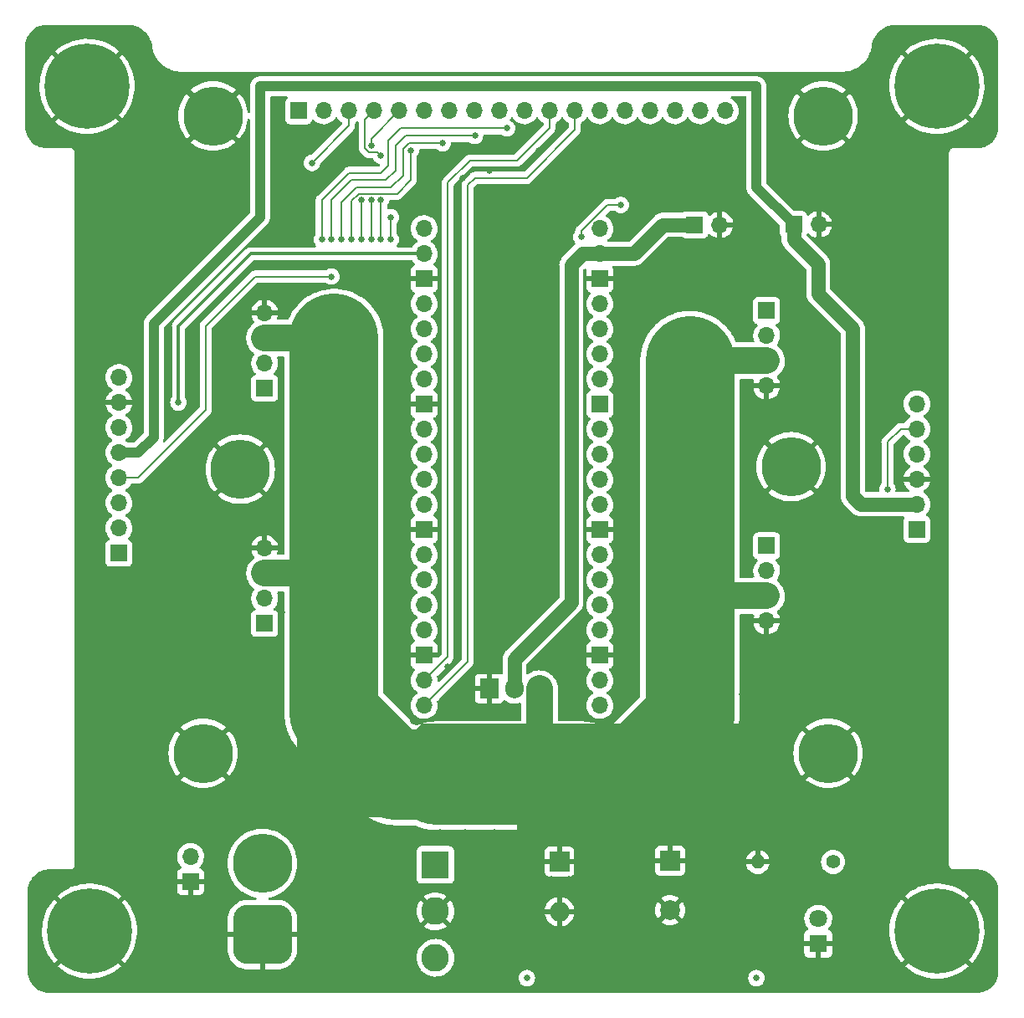
<source format=gbr>
%TF.GenerationSoftware,KiCad,Pcbnew,(6.0.9)*%
%TF.CreationDate,2022-12-14T11:01:39-05:00*%
%TF.ProjectId,Coaster_PCB_CDR,436f6173-7465-4725-9f50-43425f434452,rev?*%
%TF.SameCoordinates,Original*%
%TF.FileFunction,Copper,L2,Bot*%
%TF.FilePolarity,Positive*%
%FSLAX46Y46*%
G04 Gerber Fmt 4.6, Leading zero omitted, Abs format (unit mm)*
G04 Created by KiCad (PCBNEW (6.0.9)) date 2022-12-14 11:01:39*
%MOMM*%
%LPD*%
G01*
G04 APERTURE LIST*
G04 Aperture macros list*
%AMRoundRect*
0 Rectangle with rounded corners*
0 $1 Rounding radius*
0 $2 $3 $4 $5 $6 $7 $8 $9 X,Y pos of 4 corners*
0 Add a 4 corners polygon primitive as box body*
4,1,4,$2,$3,$4,$5,$6,$7,$8,$9,$2,$3,0*
0 Add four circle primitives for the rounded corners*
1,1,$1+$1,$2,$3*
1,1,$1+$1,$4,$5*
1,1,$1+$1,$6,$7*
1,1,$1+$1,$8,$9*
0 Add four rect primitives between the rounded corners*
20,1,$1+$1,$2,$3,$4,$5,0*
20,1,$1+$1,$4,$5,$6,$7,0*
20,1,$1+$1,$6,$7,$8,$9,0*
20,1,$1+$1,$8,$9,$2,$3,0*%
G04 Aperture macros list end*
%TA.AperFunction,ComponentPad*%
%ADD10C,6.000000*%
%TD*%
%TA.AperFunction,ComponentPad*%
%ADD11O,1.700000X1.700000*%
%TD*%
%TA.AperFunction,ComponentPad*%
%ADD12R,1.700000X1.700000*%
%TD*%
%TA.AperFunction,ComponentPad*%
%ADD13R,2.794000X2.794000*%
%TD*%
%TA.AperFunction,ComponentPad*%
%ADD14C,2.794000*%
%TD*%
%TA.AperFunction,ComponentPad*%
%ADD15C,0.900000*%
%TD*%
%TA.AperFunction,ComponentPad*%
%ADD16C,8.600000*%
%TD*%
%TA.AperFunction,ComponentPad*%
%ADD17R,1.800000X1.800000*%
%TD*%
%TA.AperFunction,ComponentPad*%
%ADD18C,1.800000*%
%TD*%
%TA.AperFunction,ComponentPad*%
%ADD19R,2.000000X2.000000*%
%TD*%
%TA.AperFunction,ComponentPad*%
%ADD20O,2.000000X2.000000*%
%TD*%
%TA.AperFunction,ComponentPad*%
%ADD21C,2.000000*%
%TD*%
%TA.AperFunction,ComponentPad*%
%ADD22R,1.905000X2.000000*%
%TD*%
%TA.AperFunction,ComponentPad*%
%ADD23O,1.905000X2.000000*%
%TD*%
%TA.AperFunction,ComponentPad*%
%ADD24RoundRect,1.500000X1.500000X-1.500000X1.500000X1.500000X-1.500000X1.500000X-1.500000X-1.500000X0*%
%TD*%
%TA.AperFunction,ComponentPad*%
%ADD25C,1.400000*%
%TD*%
%TA.AperFunction,ComponentPad*%
%ADD26O,1.400000X1.400000*%
%TD*%
%TA.AperFunction,ViaPad*%
%ADD27C,0.650000*%
%TD*%
%TA.AperFunction,Conductor*%
%ADD28C,2.700000*%
%TD*%
%TA.AperFunction,Conductor*%
%ADD29C,9.000000*%
%TD*%
%TA.AperFunction,Conductor*%
%ADD30C,0.200000*%
%TD*%
%TA.AperFunction,Conductor*%
%ADD31C,0.300000*%
%TD*%
%TA.AperFunction,Conductor*%
%ADD32C,1.000000*%
%TD*%
%TA.AperFunction,Conductor*%
%ADD33C,1.400000*%
%TD*%
%TA.AperFunction,Conductor*%
%ADD34C,10.000000*%
%TD*%
G04 APERTURE END LIST*
D10*
%TO.P,J11,1,Pin_1*%
%TO.N,GND*%
X95500000Y-131750000D03*
%TD*%
D11*
%TO.P,RF1,4,GND*%
%TO.N,GND*%
X152525000Y-94570000D03*
%TO.P,RF1,3,VM*%
%TO.N,+10V*%
X152525000Y-92030000D03*
%TO.P,RF1,2,IN2*%
%TO.N,RF2*%
X152525000Y-89490000D03*
D12*
%TO.P,RF1,1,IN1*%
%TO.N,RF1*%
X152525000Y-86950000D03*
%TD*%
D10*
%TO.P,J15,1,Pin_1*%
%TO.N,GND*%
X158250000Y-67250000D03*
%TD*%
D13*
%TO.P,SW1,1,A*%
%TO.N,VCC*%
X119000000Y-143051000D03*
D14*
%TO.P,SW1,2,B*%
%TO.N,Vcc_10v*%
X119000000Y-147750000D03*
%TO.P,SW1,3,C*%
%TO.N,unconnected-(SW1-Pad3)*%
X119000000Y-152449000D03*
%TD*%
D12*
%TO.P,J13,1,Pin_1*%
%TO.N,+3V3*%
X155250000Y-78225000D03*
D11*
%TO.P,J13,2,Pin_2*%
%TO.N,GND*%
X157790000Y-78225000D03*
%TD*%
D15*
%TO.P,H3,1,1*%
%TO.N,GND*%
X172030419Y-147469581D03*
X169750000Y-146525000D03*
D16*
X169750000Y-149750000D03*
D15*
X166525000Y-149750000D03*
X172030419Y-152030419D03*
X167469581Y-147469581D03*
X169750000Y-152975000D03*
X172975000Y-149750000D03*
X167469581Y-152030419D03*
%TD*%
D12*
%TO.P,J9,1,Pin_1*%
%TO.N,GPIO15*%
X86975000Y-111490000D03*
D11*
%TO.P,J9,2,Pin_2*%
%TO.N,CTS*%
X86975000Y-108950000D03*
%TO.P,J9,3,Pin_3*%
%TO.N,GPIO9*%
X86975000Y-106410000D03*
%TO.P,J9,4,Pin_4*%
%TO.N,GPIO8*%
X86975000Y-103870000D03*
%TO.P,J9,5,Pin_5*%
%TO.N,+3V3*%
X86975000Y-101330000D03*
%TO.P,J9,6,Pin_6*%
%TO.N,GPIO1*%
X86975000Y-98790000D03*
%TO.P,J9,7,Pin_7*%
%TO.N,GND*%
X86975000Y-96250000D03*
%TO.P,J9,8,Pin_8*%
%TO.N,DFU*%
X86975000Y-93710000D03*
%TD*%
D17*
%TO.P,D3,1,K*%
%TO.N,GND*%
X157750000Y-151025000D03*
D18*
%TO.P,D3,2,A*%
%TO.N,Net-(D3-Pad2)*%
X157750000Y-148485000D03*
%TD*%
D19*
%TO.P,D1,1,K*%
%TO.N,+10V*%
X131555000Y-142695354D03*
D20*
%TO.P,D1,2,A*%
%TO.N,Vcc_10v*%
X131555000Y-147775354D03*
%TD*%
D16*
%TO.P,H1,1,1*%
%TO.N,GND*%
X83750000Y-64250000D03*
D15*
X81469581Y-66530419D03*
X86030419Y-66530419D03*
X86975000Y-64250000D03*
X81469581Y-61969581D03*
X86030419Y-61969581D03*
X83750000Y-61025000D03*
X80525000Y-64250000D03*
X83750000Y-67475000D03*
%TD*%
D10*
%TO.P,J14,1,Pin_1*%
%TO.N,GND*%
X158750000Y-131750000D03*
%TD*%
%TO.P,J12,1,Pin_1*%
%TO.N,GND*%
X99250000Y-103000000D03*
%TD*%
D12*
%TO.P,J8,1,Pin_1*%
%TO.N,DFU*%
X105175000Y-66725000D03*
D11*
%TO.P,J8,2,Pin_2*%
%TO.N,GPIO1*%
X107715000Y-66725000D03*
%TO.P,J8,3,Pin_3*%
%TO.N,GPIO2*%
X110255000Y-66725000D03*
%TO.P,J8,4,Pin_4*%
%TO.N,GPIO3*%
X112795000Y-66725000D03*
%TO.P,J8,5,Pin_5*%
%TO.N,GPIO4*%
X115335000Y-66725000D03*
%TO.P,J8,6,Pin_6*%
%TO.N,GPIO5*%
X117875000Y-66725000D03*
%TO.P,J8,7,Pin_7*%
%TO.N,GPIO6*%
X120415000Y-66725000D03*
%TO.P,J8,8,Pin_8*%
%TO.N,GPIO7*%
X122955000Y-66725000D03*
%TO.P,J8,9,Pin_9*%
%TO.N,GPIO8*%
X125495000Y-66725000D03*
%TO.P,J8,10,Pin_10*%
%TO.N,GPIO9*%
X128035000Y-66725000D03*
%TO.P,J8,11,Pin_11*%
%TO.N,CTS*%
X130575000Y-66725000D03*
%TO.P,J8,12,Pin_12*%
%TO.N,GPIO15*%
X133115000Y-66725000D03*
%TO.P,J8,13,Pin_13*%
%TO.N,GPIO16*%
X135655000Y-66725000D03*
%TO.P,J8,14,Pin_14*%
%TO.N,GPIO17*%
X138195000Y-66725000D03*
%TO.P,J8,15,Pin_15*%
%TO.N,GPIO22*%
X140735000Y-66725000D03*
%TO.P,J8,16,Pin_16*%
%TO.N,GPIO26*%
X143275000Y-66725000D03*
%TO.P,J8,17,Pin_17*%
%TO.N,GPIO27*%
X145815000Y-66725000D03*
%TO.P,J8,18,Pin_18*%
%TO.N,GPIO28*%
X148355000Y-66725000D03*
%TD*%
D19*
%TO.P,C1,1*%
%TO.N,+10V*%
X142750000Y-142632323D03*
D21*
%TO.P,C1,2*%
%TO.N,GND*%
X142750000Y-147632323D03*
%TD*%
D10*
%TO.P,J5,1,Pin_1*%
%TO.N,GND*%
X96500000Y-67250000D03*
%TD*%
D22*
%TO.P,U2,1,GND*%
%TO.N,GND*%
X124460000Y-125222500D03*
D23*
%TO.P,U2,2,VI*%
%TO.N,VSYS*%
X127000000Y-125222500D03*
%TO.P,U2,3,VO*%
%TO.N,+10V*%
X129540000Y-125222500D03*
%TD*%
D12*
%TO.P,J2,1,Pin_1*%
%TO.N,unconnected-(J2-Pad1)*%
X167725000Y-109075000D03*
D11*
%TO.P,J2,2,Pin_2*%
%TO.N,+3V3*%
X167725000Y-106535000D03*
%TO.P,J2,3,Pin_3*%
%TO.N,GND*%
X167725000Y-103995000D03*
%TO.P,J2,4,Pin_4*%
%TO.N,GPIO17*%
X167725000Y-101455000D03*
%TO.P,J2,5,Pin_5*%
%TO.N,GPIO16*%
X167725000Y-98915000D03*
%TO.P,J2,6,Pin_6*%
%TO.N,unconnected-(J2-Pad6)*%
X167725000Y-96375000D03*
%TD*%
D12*
%TO.P,J4,1,Pin_1*%
%TO.N,VSYS*%
X145250000Y-78252500D03*
D11*
%TO.P,J4,2,Pin_2*%
%TO.N,GND*%
X147790000Y-78252500D03*
%TD*%
D15*
%TO.P,H2,1,1*%
%TO.N,GND*%
X167469581Y-61969581D03*
X166525000Y-64250000D03*
D16*
X169750000Y-64250000D03*
D15*
X169750000Y-61025000D03*
X169750000Y-67475000D03*
X172030419Y-61969581D03*
X167469581Y-66530419D03*
X172030419Y-66530419D03*
X172975000Y-64250000D03*
%TD*%
D24*
%TO.P,J1,1,Pin_1*%
%TO.N,GND*%
X101500000Y-150100000D03*
D10*
%TO.P,J1,2,Pin_2*%
%TO.N,VCC*%
X101500000Y-142900000D03*
%TD*%
D12*
%TO.P,J6,1,Pin_1*%
%TO.N,GND*%
X94225000Y-144750000D03*
D11*
%TO.P,J6,2,Pin_2*%
%TO.N,VCC*%
X94225000Y-142210000D03*
%TD*%
D25*
%TO.P,R1,1*%
%TO.N,Net-(D3-Pad2)*%
X159250000Y-142750000D03*
D26*
%TO.P,R1,2*%
%TO.N,+10V*%
X151630000Y-142750000D03*
%TD*%
D12*
%TO.P,LB1,1,IN1*%
%TO.N,LB1*%
X101725000Y-118620000D03*
D11*
%TO.P,LB1,2,IN2*%
%TO.N,LB2*%
X101725000Y-116080000D03*
%TO.P,LB1,3,VM*%
%TO.N,+10V*%
X101725000Y-113540000D03*
%TO.P,LB1,4,GND*%
%TO.N,GND*%
X101725000Y-111000000D03*
%TD*%
D15*
%TO.P,H4,1,1*%
%TO.N,GND*%
X87225000Y-149750000D03*
X80775000Y-149750000D03*
X84000000Y-146525000D03*
X81719581Y-147469581D03*
X81719581Y-152030419D03*
D16*
X84000000Y-149750000D03*
D15*
X86280419Y-152030419D03*
X86280419Y-147469581D03*
X84000000Y-152975000D03*
%TD*%
D12*
%TO.P,LF1,1,IN1*%
%TO.N,LF1*%
X101725000Y-94800000D03*
D11*
%TO.P,LF1,2,IN2*%
%TO.N,LF2*%
X101725000Y-92260000D03*
%TO.P,LF1,3,VM*%
%TO.N,+10V*%
X101725000Y-89720000D03*
%TO.P,LF1,4,GND*%
%TO.N,GND*%
X101725000Y-87180000D03*
%TD*%
D10*
%TO.P,J7,1,Pin_1*%
%TO.N,+10V*%
X119250000Y-134027500D03*
%TD*%
%TO.P,J3,1,Pin_1*%
%TO.N,+10V*%
X133750000Y-134027500D03*
%TD*%
%TO.P,J10,1,Pin_1*%
%TO.N,GND*%
X155000000Y-102750000D03*
%TD*%
D11*
%TO.P,RB1,4,GND*%
%TO.N,GND*%
X152525000Y-118370000D03*
%TO.P,RB1,3,VM*%
%TO.N,+10V*%
X152525000Y-115830000D03*
%TO.P,RB1,2,IN2*%
%TO.N,RB2*%
X152525000Y-113290000D03*
D12*
%TO.P,RB1,1,IN1*%
%TO.N,RB1*%
X152525000Y-110750000D03*
%TD*%
D11*
%TO.P,U1,1,GPIO0*%
%TO.N,DFU*%
X117860000Y-78647500D03*
%TO.P,U1,2,GPIO1*%
%TO.N,GPIO1*%
X117860000Y-81187500D03*
D12*
%TO.P,U1,3,GND*%
%TO.N,GND*%
X117860000Y-83727500D03*
D11*
%TO.P,U1,4,GPIO2*%
%TO.N,GPIO2*%
X117860000Y-86267500D03*
%TO.P,U1,5,GPIO3*%
%TO.N,GPIO3*%
X117860000Y-88807500D03*
%TO.P,U1,6,GPIO4*%
%TO.N,GPIO4*%
X117860000Y-91347500D03*
%TO.P,U1,7,GPIO5*%
%TO.N,GPIO5*%
X117860000Y-93887500D03*
D12*
%TO.P,U1,8,GND*%
%TO.N,GND*%
X117860000Y-96427500D03*
D11*
%TO.P,U1,9,GPIO6*%
%TO.N,GPIO6*%
X117860000Y-98967500D03*
%TO.P,U1,10,GPIO7*%
%TO.N,GPIO7*%
X117860000Y-101507500D03*
%TO.P,U1,11,GPIO8*%
%TO.N,GPIO8*%
X117860000Y-104047500D03*
%TO.P,U1,12,GPIO9*%
%TO.N,GPIO9*%
X117860000Y-106587500D03*
D12*
%TO.P,U1,13,GND*%
%TO.N,GND*%
X117860000Y-109127500D03*
D11*
%TO.P,U1,14,GPIO10*%
%TO.N,LF2*%
X117860000Y-111667500D03*
%TO.P,U1,15,GPIO11*%
%TO.N,LF1*%
X117860000Y-114207500D03*
%TO.P,U1,16,GPIO12*%
%TO.N,LB2*%
X117860000Y-116747500D03*
%TO.P,U1,17,GPIO13*%
%TO.N,LB1*%
X117860000Y-119287500D03*
D12*
%TO.P,U1,18,GND*%
%TO.N,GND*%
X117860000Y-121827500D03*
D11*
%TO.P,U1,19,GPIO14*%
%TO.N,CTS*%
X117860000Y-124367500D03*
%TO.P,U1,20,GPIO15*%
%TO.N,GPIO15*%
X117860000Y-126907500D03*
%TO.P,U1,21,GPIO16*%
%TO.N,GPIO16*%
X135640000Y-126907500D03*
%TO.P,U1,22,GPIO17*%
%TO.N,GPIO17*%
X135640000Y-124367500D03*
D12*
%TO.P,U1,23,GND*%
%TO.N,GND*%
X135640000Y-121827500D03*
D11*
%TO.P,U1,24,GPIO18*%
%TO.N,RB2*%
X135640000Y-119287500D03*
%TO.P,U1,25,GPIO19*%
%TO.N,RB1*%
X135640000Y-116747500D03*
%TO.P,U1,26,GPIO20*%
%TO.N,RF2*%
X135640000Y-114207500D03*
%TO.P,U1,27,GPIO21*%
%TO.N,RF1*%
X135640000Y-111667500D03*
D12*
%TO.P,U1,28,GND*%
%TO.N,GND*%
X135640000Y-109127500D03*
D11*
%TO.P,U1,29,GPIO22*%
%TO.N,GPIO22*%
X135640000Y-106587500D03*
%TO.P,U1,30,RUN*%
%TO.N,unconnected-(U1-Pad30)*%
X135640000Y-104047500D03*
%TO.P,U1,31,GPIO26_ADC0*%
%TO.N,GPIO26*%
X135640000Y-101507500D03*
%TO.P,U1,32,GPIO27_ADC1*%
%TO.N,GPIO27*%
X135640000Y-98967500D03*
D12*
%TO.P,U1,33,AGND*%
%TO.N,unconnected-(U1-Pad33)*%
X135640000Y-96427500D03*
D11*
%TO.P,U1,34,GPIO28_ADC2*%
%TO.N,GPIO28*%
X135640000Y-93887500D03*
%TO.P,U1,35,ADC_VREF*%
%TO.N,unconnected-(U1-Pad35)*%
X135640000Y-91347500D03*
%TO.P,U1,36,3V3*%
%TO.N,+3V3*%
X135640000Y-88807500D03*
%TO.P,U1,37,3V3_EN*%
%TO.N,unconnected-(U1-Pad37)*%
X135640000Y-86267500D03*
D12*
%TO.P,U1,38,GND*%
%TO.N,GND*%
X135640000Y-83727500D03*
D11*
%TO.P,U1,39,VSYS*%
%TO.N,VSYS*%
X135640000Y-81187500D03*
%TO.P,U1,40,VBUS*%
%TO.N,unconnected-(U1-Pad40)*%
X135640000Y-78647500D03*
%TD*%
D27*
%TO.N,GND*%
X103500000Y-117500000D03*
X99500000Y-116000000D03*
X99500000Y-119000000D03*
X101750000Y-120750000D03*
X104000000Y-86250000D03*
X99750000Y-87000000D03*
X99750000Y-92500000D03*
X102250000Y-97250000D03*
X99500000Y-94750000D03*
X154750000Y-94500000D03*
X154500000Y-89500000D03*
X155000000Y-92250000D03*
X150500000Y-94750000D03*
X150500000Y-88750000D03*
X154750000Y-110750000D03*
X154500000Y-113500000D03*
X150250000Y-112000000D03*
X150500000Y-121000000D03*
X155750000Y-122500000D03*
X153500000Y-124250000D03*
X153750000Y-140500000D03*
X153500000Y-144750000D03*
X148500000Y-146500000D03*
X147250000Y-149000000D03*
X144750000Y-150500000D03*
X142250000Y-150750000D03*
X139750000Y-150000000D03*
X137750000Y-149250000D03*
X137750000Y-151500000D03*
X137750000Y-153000000D03*
X112750000Y-155500000D03*
X110250000Y-155500000D03*
X107750000Y-155500000D03*
X105250000Y-155500000D03*
X103000000Y-155500000D03*
X101000000Y-155500000D03*
X98500000Y-155500000D03*
X96000000Y-155500000D03*
X94250000Y-155500000D03*
X92500000Y-155500000D03*
X157750000Y-76500000D03*
X159500000Y-78250000D03*
X157750000Y-79750000D03*
X149250000Y-78250000D03*
X147750000Y-76500000D03*
X147750000Y-79750000D03*
X124500000Y-76000000D03*
X103500000Y-70500000D03*
X103250000Y-73750000D03*
X103500000Y-79250000D03*
X88500000Y-90750000D03*
X92750000Y-98000000D03*
X91750000Y-103000000D03*
X93500000Y-101500000D03*
X90750000Y-104750000D03*
X155500000Y-85750000D03*
X159750000Y-84250000D03*
X163250000Y-88250000D03*
X159250000Y-89500000D03*
X163000000Y-97750000D03*
X151750000Y-79750000D03*
X146250000Y-85500000D03*
X139250000Y-77500000D03*
X139250000Y-83000000D03*
X139500000Y-85000000D03*
X139250000Y-90000000D03*
X139250000Y-92750000D03*
X139250000Y-98250000D03*
X139250000Y-95750000D03*
X139250000Y-100750000D03*
X139250000Y-103250000D03*
X139250000Y-105500000D03*
X139000000Y-108000000D03*
X139000000Y-110500000D03*
X139000000Y-113000000D03*
X139000000Y-118250000D03*
X139000000Y-120750000D03*
X139250000Y-123250000D03*
X139250000Y-125750000D03*
X114500000Y-125250000D03*
X114500000Y-122000000D03*
X114750000Y-118000000D03*
X114500000Y-115500000D03*
X114500000Y-113000000D03*
X114250000Y-109250000D03*
X114750000Y-105250000D03*
X114750000Y-102750000D03*
X114750000Y-100250000D03*
X114750000Y-92500000D03*
X114750000Y-90000000D03*
X114500000Y-87500000D03*
X119500000Y-139750000D03*
X110000000Y-139750000D03*
X116750000Y-139750000D03*
X125000000Y-139750000D03*
X107250000Y-139500000D03*
X114000000Y-139750000D03*
X122000000Y-139750000D03*
X130750000Y-144500000D03*
X134500000Y-144500000D03*
X125250000Y-144500000D03*
X128250000Y-144500000D03*
X125000000Y-142750000D03*
X132500000Y-144500000D03*
X126750000Y-144500000D03*
X125000000Y-141250000D03*
X138250000Y-144500000D03*
X136750000Y-144500000D03*
X116750000Y-128500000D03*
X133500000Y-127500000D03*
X131750000Y-127500000D03*
X126250000Y-127500000D03*
X124500000Y-127500000D03*
X123000000Y-127500000D03*
X121500000Y-127500000D03*
X120000000Y-127500000D03*
X119250000Y-155500000D03*
X117000000Y-155500000D03*
X115000000Y-155500000D03*
X115000000Y-153250000D03*
X115000000Y-151500000D03*
%TO.N,*%
X151500000Y-154500000D03*
X128250000Y-154500000D03*
%TO.N,GND*%
X121250000Y-83750000D03*
X94000000Y-75750000D03*
X110500000Y-70250000D03*
X130250000Y-112000000D03*
X134250000Y-70500000D03*
X166750000Y-119250000D03*
X124750000Y-102750000D03*
X128750000Y-101000000D03*
X130250000Y-109750000D03*
X150000000Y-125750000D03*
X129750000Y-93500000D03*
X130250000Y-98500000D03*
X144000000Y-69500000D03*
X136500000Y-70250000D03*
X130000000Y-87750000D03*
X124500000Y-112500000D03*
X121250000Y-105750000D03*
X121250000Y-89000000D03*
X94500000Y-120250000D03*
X139000000Y-69750000D03*
X108750000Y-72000000D03*
X141500000Y-71750000D03*
X149000000Y-86000000D03*
X131500000Y-73250000D03*
X141250000Y-69500000D03*
X131250000Y-69250000D03*
X162000000Y-115750000D03*
X121250000Y-109750000D03*
X124500000Y-91750000D03*
X94000000Y-114250000D03*
X127750000Y-112000000D03*
X133250000Y-119750000D03*
X121250000Y-104000000D03*
X92250000Y-76250000D03*
X165500000Y-88500000D03*
X91500000Y-73500000D03*
X131000000Y-75750000D03*
X89500000Y-115000000D03*
X91500000Y-75750000D03*
X124500000Y-108000000D03*
X121250000Y-118000000D03*
X94000000Y-73500000D03*
X130500000Y-103000000D03*
X93250000Y-113750000D03*
X124500000Y-96500000D03*
X166500000Y-88500000D03*
X124500000Y-80250000D03*
X128000000Y-96500000D03*
X131000000Y-77750000D03*
X95750000Y-113750000D03*
X121250000Y-121500000D03*
X126500000Y-80250000D03*
X130000000Y-81000000D03*
X128000000Y-80750000D03*
X164750000Y-88000000D03*
X97500000Y-123000000D03*
X124500000Y-87250000D03*
X136250000Y-74500000D03*
X120250000Y-123000000D03*
X128000000Y-84500000D03*
X164750000Y-85750000D03*
X133500000Y-77250000D03*
X93250000Y-76250000D03*
X127750000Y-72500000D03*
X93250000Y-111500000D03*
X136500000Y-72250000D03*
X124500000Y-72750000D03*
X167250000Y-85750000D03*
X121250000Y-99500000D03*
X124500000Y-83250000D03*
X129500000Y-112500000D03*
X121250000Y-113750000D03*
X128000000Y-91000000D03*
X127750000Y-109750000D03*
X169750000Y-122500000D03*
X167250000Y-88000000D03*
X129500000Y-70750000D03*
X100500000Y-132750000D03*
X166000000Y-116500000D03*
X134000000Y-72750000D03*
X126000000Y-116250000D03*
X168500000Y-116500000D03*
X95750000Y-111500000D03*
X121750000Y-73500000D03*
X127500000Y-77250000D03*
X158500000Y-119750000D03*
X168500000Y-118750000D03*
X95000000Y-114250000D03*
X132000000Y-122000000D03*
X166000000Y-118750000D03*
X92250000Y-117750000D03*
X139000000Y-71750000D03*
X128500000Y-112500000D03*
X133750000Y-75000000D03*
X161750000Y-109750000D03*
X139000000Y-74250000D03*
X121250000Y-76250000D03*
X121250000Y-94250000D03*
X100500000Y-125500000D03*
X142000000Y-81750000D03*
X121250000Y-79750000D03*
X167750000Y-119250000D03*
X106250000Y-69500000D03*
%TO.N,GPIO16*%
X164750000Y-105000000D03*
%TO.N,GPIO1*%
X93000000Y-96250000D03*
%TO.N,GPIO2*%
X106500000Y-72000000D03*
X114500000Y-77500000D03*
X114500000Y-79750000D03*
%TO.N,GPIO3*%
X113500000Y-71250000D03*
X113500000Y-75750000D03*
X113500000Y-79750000D03*
%TO.N,GPIO4*%
X112500000Y-79750000D03*
X112500000Y-70250000D03*
X112500000Y-75750000D03*
%TO.N,GPIO5*%
X111500000Y-75750000D03*
X111500000Y-79750000D03*
%TO.N,GPIO6*%
X110500000Y-79750000D03*
X116500000Y-70750000D03*
%TO.N,GPIO7*%
X119750000Y-70000000D03*
X109500000Y-79750000D03*
%TO.N,GPIO8*%
X108500000Y-79750000D03*
X123000000Y-69250000D03*
X108500000Y-83500000D03*
%TO.N,GPIO9*%
X107500000Y-79750000D03*
X126250000Y-68500000D03*
%TO.N,GPIO28*%
X137750000Y-76250000D03*
X133750000Y-79500000D03*
%TD*%
D28*
%TO.N,+10V*%
X129540000Y-125222500D02*
X129540000Y-129817500D01*
X144780000Y-92030000D02*
X144750000Y-92000000D01*
X152525000Y-92030000D02*
X144780000Y-92030000D01*
X146830000Y-115830000D02*
X144750000Y-113750000D01*
X152525000Y-115830000D02*
X146830000Y-115830000D01*
D29*
X144750000Y-113750000D02*
X144750000Y-92000000D01*
X144750000Y-128056424D02*
X144750000Y-113750000D01*
D28*
X108710000Y-113540000D02*
X108750000Y-113500000D01*
X101725000Y-113540000D02*
X108710000Y-113540000D01*
D29*
X108750000Y-127770140D02*
X108750000Y-113500000D01*
X108750000Y-113500000D02*
X108750000Y-89750000D01*
D28*
X108720000Y-89720000D02*
X108750000Y-89750000D01*
X101725000Y-89720000D02*
X108720000Y-89720000D01*
D29*
X115007360Y-134027500D02*
X108750000Y-127770140D01*
X119250000Y-134027500D02*
X115007360Y-134027500D01*
X138778924Y-134027500D02*
X144750000Y-128056424D01*
X133750000Y-134027500D02*
X138778924Y-134027500D01*
D30*
%TO.N,GPIO8*%
X95750000Y-88500000D02*
X95750000Y-97000000D01*
X100750000Y-83500000D02*
X95750000Y-88500000D01*
X95750000Y-97000000D02*
X88880000Y-103870000D01*
X108500000Y-83500000D02*
X100750000Y-83500000D01*
X88880000Y-103870000D02*
X86975000Y-103870000D01*
D31*
%TO.N,GPIO1*%
X100312500Y-81187500D02*
X117860000Y-81187500D01*
X93000000Y-96250000D02*
X93000000Y-88500000D01*
X93000000Y-88500000D02*
X100312500Y-81187500D01*
D32*
%TO.N,+3V3*%
X101250000Y-64250000D02*
X151500000Y-64250000D01*
X101250000Y-77500000D02*
X101250000Y-64250000D01*
X90500000Y-88250000D02*
X101250000Y-77500000D01*
X90500000Y-99750000D02*
X90500000Y-88250000D01*
X151500000Y-74475000D02*
X155250000Y-78225000D01*
X88920000Y-101330000D02*
X90500000Y-99750000D01*
X86975000Y-101330000D02*
X88920000Y-101330000D01*
X151500000Y-64250000D02*
X151500000Y-74475000D01*
D33*
X155250000Y-79750000D02*
X155250000Y-78225000D01*
X157750000Y-82250000D02*
X155250000Y-79750000D01*
X157750000Y-85250000D02*
X157750000Y-82250000D01*
X161250000Y-88750000D02*
X157750000Y-85250000D01*
X167725000Y-106535000D02*
X162035000Y-106535000D01*
X162035000Y-106535000D02*
X161250000Y-105750000D01*
X161250000Y-105750000D02*
X161250000Y-88750000D01*
D28*
%TO.N,+10V*%
X129540000Y-129817500D02*
X133750000Y-134027500D01*
D34*
X119250000Y-134027500D02*
X133750000Y-134027500D01*
D33*
%TO.N,VSYS*%
X135640000Y-81187500D02*
X139090000Y-81187500D01*
X132750000Y-82347500D02*
X133910000Y-81187500D01*
X127000000Y-125222500D02*
X127000000Y-122250000D01*
X132750000Y-116500000D02*
X132750000Y-82347500D01*
X133910000Y-81187500D02*
X135640000Y-81187500D01*
X142025000Y-78252500D02*
X145250000Y-78252500D01*
X139090000Y-81187500D02*
X142025000Y-78252500D01*
X127000000Y-122250000D02*
X132750000Y-116500000D01*
D30*
%TO.N,GPIO16*%
X166085000Y-98915000D02*
X167725000Y-98915000D01*
X164750000Y-100250000D02*
X166085000Y-98915000D01*
X164750000Y-105000000D02*
X164750000Y-100250000D01*
%TO.N,GPIO2*%
X114500000Y-79750000D02*
X114500000Y-77500000D01*
X106500000Y-72000000D02*
X110255000Y-68245000D01*
X110255000Y-68245000D02*
X110255000Y-66725000D01*
%TO.N,GPIO3*%
X111875000Y-70508884D02*
X111875000Y-67645000D01*
X113125000Y-70875000D02*
X112241116Y-70875000D01*
X111875000Y-67645000D02*
X112795000Y-66725000D01*
X112241116Y-70875000D02*
X111875000Y-70508884D01*
X113500000Y-71250000D02*
X113125000Y-70875000D01*
X113500000Y-79750000D02*
X113500000Y-75750000D01*
%TO.N,GPIO4*%
X112500000Y-79750000D02*
X112500000Y-75750000D01*
X112500000Y-70250000D02*
X112500000Y-69560000D01*
X112500000Y-69560000D02*
X115335000Y-66725000D01*
%TO.N,GPIO5*%
X111500000Y-79750000D02*
X111500000Y-75750000D01*
%TO.N,GPIO6*%
X115125000Y-75125000D02*
X111241116Y-75125000D01*
X116500000Y-70750000D02*
X116500000Y-73750000D01*
X110500000Y-75866116D02*
X110500000Y-79750000D01*
X116500000Y-73750000D02*
X115125000Y-75125000D01*
X111241116Y-75125000D02*
X110500000Y-75866116D01*
%TO.N,GPIO7*%
X119750000Y-70000000D02*
X116366116Y-70000000D01*
X115750000Y-70616116D02*
X115750000Y-73250000D01*
X115750000Y-73250000D02*
X114500000Y-74500000D01*
X114500000Y-74500000D02*
X111000000Y-74500000D01*
X111000000Y-74500000D02*
X109500000Y-76000000D01*
X109500000Y-76000000D02*
X109500000Y-79750000D01*
X116366116Y-70000000D02*
X115750000Y-70616116D01*
%TO.N,GPIO8*%
X110500000Y-73750000D02*
X114000000Y-73750000D01*
X115000000Y-72750000D02*
X115000000Y-70250000D01*
X116000000Y-69250000D02*
X123000000Y-69250000D01*
X108500000Y-75750000D02*
X110500000Y-73750000D01*
X115000000Y-70250000D02*
X116000000Y-69250000D01*
X114000000Y-73750000D02*
X115000000Y-72750000D01*
X108500000Y-79750000D02*
X108500000Y-75750000D01*
%TO.N,GPIO9*%
X114250000Y-69750000D02*
X115500000Y-68500000D01*
X113500000Y-73000000D02*
X114250000Y-72250000D01*
X107500000Y-79750000D02*
X107500000Y-75750000D01*
X115500000Y-68500000D02*
X126250000Y-68500000D01*
X107500000Y-75750000D02*
X110250000Y-73000000D01*
X110250000Y-73000000D02*
X113500000Y-73000000D01*
X114250000Y-72250000D02*
X114250000Y-69750000D01*
%TO.N,GPIO15*%
X123000000Y-73500000D02*
X128250000Y-73500000D01*
X133115000Y-68635000D02*
X133115000Y-66725000D01*
X128250000Y-73500000D02*
X133115000Y-68635000D01*
X117860000Y-126907500D02*
X122250000Y-122517500D01*
X122250000Y-74250000D02*
X123000000Y-73500000D01*
X122250000Y-122517500D02*
X122250000Y-74250000D01*
%TO.N,GPIO28*%
X133750000Y-79500000D02*
X133750000Y-78911154D01*
X133750000Y-78911154D02*
X136411154Y-76250000D01*
X136411154Y-76250000D02*
X137750000Y-76250000D01*
%TO.N,CTS*%
X120250000Y-74000000D02*
X122500000Y-71750000D01*
X122500000Y-71750000D02*
X127250000Y-71750000D01*
X119750000Y-122500000D02*
X120250000Y-122000000D01*
X120250000Y-122000000D02*
X120250000Y-74000000D01*
X127250000Y-71750000D02*
X130575000Y-68425000D01*
X130575000Y-68425000D02*
X130575000Y-66725000D01*
X117860000Y-124367500D02*
X119727500Y-122500000D01*
X119727500Y-122500000D02*
X119750000Y-122500000D01*
%TD*%
%TA.AperFunction,Conductor*%
%TO.N,+10V*%
G36*
X115931413Y-128770002D02*
G01*
X115977906Y-128823658D01*
X115981062Y-128831764D01*
X115982325Y-128834601D01*
X115984366Y-128840882D01*
X115987669Y-128846603D01*
X116068667Y-128986898D01*
X116068670Y-128986902D01*
X116071970Y-128992618D01*
X116189208Y-129122823D01*
X116330954Y-129225808D01*
X116336982Y-129228492D01*
X116336984Y-129228493D01*
X116484985Y-129294387D01*
X116491016Y-129297072D01*
X116576706Y-129315286D01*
X116655939Y-129332128D01*
X116655943Y-129332128D01*
X116662396Y-129333500D01*
X116837604Y-129333500D01*
X116844057Y-129332128D01*
X116844061Y-129332128D01*
X116923294Y-129315286D01*
X117008984Y-129297072D01*
X117015015Y-129294387D01*
X117163016Y-129228493D01*
X117163018Y-129228492D01*
X117169046Y-129225808D01*
X117310792Y-129122823D01*
X117428030Y-128992618D01*
X117431330Y-128986902D01*
X117431333Y-128986898D01*
X117512331Y-128846603D01*
X117515634Y-128840882D01*
X117517675Y-128834601D01*
X117520361Y-128828568D01*
X117522141Y-128829361D01*
X117556951Y-128778456D01*
X117622349Y-128750821D01*
X117636708Y-128750000D01*
X153624000Y-128750000D01*
X153692121Y-128770002D01*
X153738614Y-128823658D01*
X153750000Y-128876000D01*
X153750000Y-139545846D01*
X153729998Y-139613967D01*
X153676342Y-139660460D01*
X153650197Y-139669093D01*
X153491016Y-139702928D01*
X153484987Y-139705613D01*
X153484985Y-139705613D01*
X153336985Y-139771507D01*
X153336983Y-139771508D01*
X153330955Y-139774192D01*
X153189208Y-139877177D01*
X153184795Y-139882079D01*
X153184793Y-139882080D01*
X153076389Y-140002474D01*
X153071970Y-140007382D01*
X153068670Y-140013098D01*
X153068667Y-140013102D01*
X153005321Y-140122823D01*
X152984366Y-140159118D01*
X152930223Y-140325751D01*
X152929533Y-140332317D01*
X152929532Y-140332321D01*
X152914452Y-140475808D01*
X152911909Y-140500000D01*
X152912599Y-140506565D01*
X152925276Y-140627177D01*
X152930223Y-140674249D01*
X152984366Y-140840882D01*
X152987669Y-140846603D01*
X153068667Y-140986898D01*
X153068670Y-140986902D01*
X153071970Y-140992618D01*
X153189208Y-141122823D01*
X153194547Y-141126702D01*
X153300092Y-141203385D01*
X153330954Y-141225808D01*
X153336982Y-141228492D01*
X153336984Y-141228493D01*
X153484985Y-141294387D01*
X153491016Y-141297072D01*
X153632141Y-141327069D01*
X153650197Y-141330907D01*
X153712670Y-141364635D01*
X153746992Y-141426785D01*
X153750000Y-141454154D01*
X153750000Y-143795421D01*
X153729998Y-143863542D01*
X153676342Y-143910035D01*
X153606068Y-143920139D01*
X153597802Y-143918667D01*
X153594067Y-143917873D01*
X153594060Y-143917872D01*
X153587604Y-143916500D01*
X153412396Y-143916500D01*
X153405943Y-143917872D01*
X153405939Y-143917872D01*
X153326706Y-143934714D01*
X153241016Y-143952928D01*
X153234987Y-143955613D01*
X153234985Y-143955613D01*
X153159757Y-143989107D01*
X153108508Y-144000000D01*
X152350520Y-144000000D01*
X152282399Y-143979998D01*
X152235906Y-143926342D01*
X152225802Y-143856068D01*
X152255296Y-143791488D01*
X152278249Y-143770787D01*
X152404942Y-143682075D01*
X152413350Y-143675019D01*
X152555019Y-143533350D01*
X152562075Y-143524942D01*
X152677002Y-143360811D01*
X152682479Y-143351323D01*
X152767158Y-143169727D01*
X152770908Y-143159423D01*
X152807866Y-143021497D01*
X152807530Y-143007401D01*
X152799588Y-143004000D01*
X150465561Y-143004000D01*
X150452030Y-143007973D01*
X150450801Y-143016522D01*
X150489092Y-143159423D01*
X150492842Y-143169727D01*
X150577521Y-143351323D01*
X150582998Y-143360811D01*
X150697925Y-143524942D01*
X150704981Y-143533350D01*
X150846650Y-143675019D01*
X150855058Y-143682075D01*
X150981751Y-143770787D01*
X151026079Y-143826245D01*
X151033388Y-143896864D01*
X151001357Y-143960224D01*
X150940155Y-143996209D01*
X150909480Y-144000000D01*
X144336529Y-144000000D01*
X144268408Y-143979998D01*
X144221915Y-143926342D01*
X144211811Y-143856068D01*
X144218547Y-143829770D01*
X144248478Y-143749929D01*
X144252105Y-143734674D01*
X144257631Y-143683809D01*
X144258000Y-143676995D01*
X144258000Y-142904438D01*
X144253525Y-142889199D01*
X144252135Y-142887994D01*
X144244452Y-142886323D01*
X141260116Y-142886323D01*
X141244877Y-142890798D01*
X141243672Y-142892188D01*
X141242001Y-142899871D01*
X141242001Y-143676992D01*
X141242371Y-143683813D01*
X141247895Y-143734675D01*
X141251521Y-143749927D01*
X141281453Y-143829770D01*
X141286636Y-143900577D01*
X141252715Y-143962946D01*
X141190460Y-143997076D01*
X141163471Y-144000000D01*
X138977482Y-144000000D01*
X138909361Y-143979998D01*
X138883846Y-143958311D01*
X138815207Y-143882080D01*
X138815205Y-143882079D01*
X138810792Y-143877177D01*
X138745541Y-143829769D01*
X138674388Y-143778073D01*
X138674387Y-143778072D01*
X138669046Y-143774192D01*
X138663018Y-143771508D01*
X138663016Y-143771507D01*
X138515015Y-143705613D01*
X138515014Y-143705613D01*
X138508984Y-143702928D01*
X138410879Y-143682075D01*
X138344061Y-143667872D01*
X138344057Y-143667872D01*
X138337604Y-143666500D01*
X138162396Y-143666500D01*
X138155943Y-143667872D01*
X138155939Y-143667872D01*
X138089121Y-143682075D01*
X137991016Y-143702928D01*
X137984987Y-143705613D01*
X137984985Y-143705613D01*
X137836985Y-143771507D01*
X137836983Y-143771508D01*
X137830955Y-143774192D01*
X137825614Y-143778072D01*
X137825613Y-143778073D01*
X137787779Y-143805561D01*
X137689208Y-143877177D01*
X137684795Y-143882079D01*
X137684793Y-143882080D01*
X137616154Y-143958311D01*
X137555708Y-143995550D01*
X137522518Y-144000000D01*
X137477482Y-144000000D01*
X137409361Y-143979998D01*
X137383846Y-143958311D01*
X137315207Y-143882080D01*
X137315205Y-143882079D01*
X137310792Y-143877177D01*
X137245541Y-143829769D01*
X137174388Y-143778073D01*
X137174387Y-143778072D01*
X137169046Y-143774192D01*
X137163018Y-143771508D01*
X137163016Y-143771507D01*
X137015015Y-143705613D01*
X137015014Y-143705613D01*
X137008984Y-143702928D01*
X136910879Y-143682075D01*
X136844061Y-143667872D01*
X136844057Y-143667872D01*
X136837604Y-143666500D01*
X136662396Y-143666500D01*
X136655943Y-143667872D01*
X136655939Y-143667872D01*
X136589121Y-143682075D01*
X136491016Y-143702928D01*
X136484987Y-143705613D01*
X136484985Y-143705613D01*
X136336985Y-143771507D01*
X136336983Y-143771508D01*
X136330955Y-143774192D01*
X136325614Y-143778072D01*
X136325613Y-143778073D01*
X136287779Y-143805561D01*
X136189208Y-143877177D01*
X136184795Y-143882079D01*
X136184793Y-143882080D01*
X136116154Y-143958311D01*
X136055708Y-143995550D01*
X136022518Y-144000000D01*
X135227482Y-144000000D01*
X135159361Y-143979998D01*
X135133846Y-143958311D01*
X135065207Y-143882080D01*
X135065205Y-143882079D01*
X135060792Y-143877177D01*
X134995541Y-143829769D01*
X134924388Y-143778073D01*
X134924387Y-143778072D01*
X134919046Y-143774192D01*
X134913018Y-143771508D01*
X134913016Y-143771507D01*
X134765015Y-143705613D01*
X134765014Y-143705613D01*
X134758984Y-143702928D01*
X134660879Y-143682075D01*
X134594061Y-143667872D01*
X134594057Y-143667872D01*
X134587604Y-143666500D01*
X134412396Y-143666500D01*
X134405943Y-143667872D01*
X134405939Y-143667872D01*
X134339121Y-143682075D01*
X134241016Y-143702928D01*
X134234987Y-143705613D01*
X134234985Y-143705613D01*
X134086985Y-143771507D01*
X134086983Y-143771508D01*
X134080955Y-143774192D01*
X134075614Y-143778072D01*
X134075613Y-143778073D01*
X134037779Y-143805561D01*
X133939208Y-143877177D01*
X133934795Y-143882079D01*
X133934793Y-143882080D01*
X133866154Y-143958311D01*
X133805708Y-143995550D01*
X133772518Y-144000000D01*
X133227482Y-144000000D01*
X133159361Y-143979998D01*
X133133846Y-143958311D01*
X133087168Y-143906470D01*
X133056451Y-143842462D01*
X133057767Y-143805726D01*
X133056252Y-143805561D01*
X133062631Y-143746840D01*
X133063000Y-143740026D01*
X133063000Y-142967469D01*
X133058525Y-142952230D01*
X133057135Y-142951025D01*
X133049452Y-142949354D01*
X130065116Y-142949354D01*
X130049877Y-142953829D01*
X130048672Y-142955219D01*
X130047001Y-142962902D01*
X130047001Y-143740023D01*
X130047371Y-143746844D01*
X130052895Y-143797706D01*
X130056522Y-143812961D01*
X130062823Y-143829769D01*
X130068007Y-143900576D01*
X130034087Y-143962945D01*
X129971833Y-143997075D01*
X129944842Y-144000000D01*
X128977482Y-144000000D01*
X128909361Y-143979998D01*
X128883846Y-143958311D01*
X128815207Y-143882080D01*
X128815205Y-143882079D01*
X128810792Y-143877177D01*
X128745541Y-143829769D01*
X128674388Y-143778073D01*
X128674387Y-143778072D01*
X128669046Y-143774192D01*
X128663018Y-143771508D01*
X128663016Y-143771507D01*
X128515015Y-143705613D01*
X128515014Y-143705613D01*
X128508984Y-143702928D01*
X128410879Y-143682075D01*
X128344061Y-143667872D01*
X128344057Y-143667872D01*
X128337604Y-143666500D01*
X128162396Y-143666500D01*
X128155943Y-143667872D01*
X128155939Y-143667872D01*
X128089121Y-143682075D01*
X127991016Y-143702928D01*
X127984987Y-143705613D01*
X127984985Y-143705613D01*
X127836985Y-143771507D01*
X127836983Y-143771508D01*
X127830955Y-143774192D01*
X127825614Y-143778072D01*
X127825613Y-143778073D01*
X127787779Y-143805561D01*
X127689208Y-143877177D01*
X127684795Y-143882079D01*
X127684793Y-143882080D01*
X127616154Y-143958311D01*
X127555708Y-143995550D01*
X127522518Y-144000000D01*
X127477482Y-144000000D01*
X127409361Y-143979998D01*
X127383846Y-143958311D01*
X127315207Y-143882080D01*
X127315205Y-143882079D01*
X127310792Y-143877177D01*
X127301939Y-143870745D01*
X127258585Y-143814523D01*
X127250000Y-143768809D01*
X127250000Y-142478503D01*
X150452134Y-142478503D01*
X150452470Y-142492599D01*
X150460412Y-142496000D01*
X151357885Y-142496000D01*
X151373124Y-142491525D01*
X151374329Y-142490135D01*
X151376000Y-142482452D01*
X151376000Y-142477885D01*
X151884000Y-142477885D01*
X151888475Y-142493124D01*
X151889865Y-142494329D01*
X151897548Y-142496000D01*
X152794439Y-142496000D01*
X152807970Y-142492027D01*
X152809199Y-142483478D01*
X152770908Y-142340577D01*
X152767158Y-142330273D01*
X152682479Y-142148677D01*
X152677002Y-142139189D01*
X152562075Y-141975058D01*
X152555019Y-141966650D01*
X152413350Y-141824981D01*
X152404942Y-141817925D01*
X152240811Y-141702998D01*
X152231323Y-141697521D01*
X152049727Y-141612842D01*
X152039423Y-141609092D01*
X151901497Y-141572134D01*
X151887401Y-141572470D01*
X151884000Y-141580412D01*
X151884000Y-142477885D01*
X151376000Y-142477885D01*
X151376000Y-141585561D01*
X151372027Y-141572030D01*
X151363478Y-141570801D01*
X151220577Y-141609092D01*
X151210273Y-141612842D01*
X151028677Y-141697521D01*
X151019189Y-141702998D01*
X150855058Y-141817925D01*
X150846650Y-141824981D01*
X150704981Y-141966650D01*
X150697925Y-141975058D01*
X150582998Y-142139189D01*
X150577521Y-142148677D01*
X150492842Y-142330273D01*
X150489092Y-142340577D01*
X150452134Y-142478503D01*
X127250000Y-142478503D01*
X127250000Y-142423239D01*
X130047000Y-142423239D01*
X130051475Y-142438478D01*
X130052865Y-142439683D01*
X130060548Y-142441354D01*
X131282885Y-142441354D01*
X131298124Y-142436879D01*
X131299329Y-142435489D01*
X131301000Y-142427806D01*
X131301000Y-142423239D01*
X131809000Y-142423239D01*
X131813475Y-142438478D01*
X131814865Y-142439683D01*
X131822548Y-142441354D01*
X133044884Y-142441354D01*
X133060123Y-142436879D01*
X133061328Y-142435489D01*
X133062999Y-142427806D01*
X133062999Y-142360208D01*
X141242000Y-142360208D01*
X141246475Y-142375447D01*
X141247865Y-142376652D01*
X141255548Y-142378323D01*
X142477885Y-142378323D01*
X142493124Y-142373848D01*
X142494329Y-142372458D01*
X142496000Y-142364775D01*
X142496000Y-142360208D01*
X143004000Y-142360208D01*
X143008475Y-142375447D01*
X143009865Y-142376652D01*
X143017548Y-142378323D01*
X144239884Y-142378323D01*
X144255123Y-142373848D01*
X144256328Y-142372458D01*
X144257999Y-142364775D01*
X144257999Y-141587654D01*
X144257629Y-141580833D01*
X144252105Y-141529971D01*
X144248479Y-141514719D01*
X144203324Y-141394269D01*
X144194786Y-141378674D01*
X144118285Y-141276599D01*
X144105724Y-141264038D01*
X144003649Y-141187537D01*
X143988054Y-141178999D01*
X143867606Y-141133845D01*
X143852351Y-141130218D01*
X143801486Y-141124692D01*
X143794672Y-141124323D01*
X143022115Y-141124323D01*
X143006876Y-141128798D01*
X143005671Y-141130188D01*
X143004000Y-141137871D01*
X143004000Y-142360208D01*
X142496000Y-142360208D01*
X142496000Y-141142439D01*
X142491525Y-141127200D01*
X142490135Y-141125995D01*
X142482452Y-141124324D01*
X141705331Y-141124324D01*
X141698510Y-141124694D01*
X141647648Y-141130218D01*
X141632396Y-141133844D01*
X141511946Y-141178999D01*
X141496351Y-141187537D01*
X141394276Y-141264038D01*
X141381715Y-141276599D01*
X141305214Y-141378674D01*
X141296676Y-141394269D01*
X141251522Y-141514717D01*
X141247895Y-141529972D01*
X141242369Y-141580837D01*
X141242000Y-141587651D01*
X141242000Y-142360208D01*
X133062999Y-142360208D01*
X133062999Y-141650685D01*
X133062629Y-141643864D01*
X133057105Y-141593002D01*
X133053479Y-141577750D01*
X133008324Y-141457300D01*
X132999786Y-141441705D01*
X132923285Y-141339630D01*
X132910724Y-141327069D01*
X132808649Y-141250568D01*
X132793054Y-141242030D01*
X132672606Y-141196876D01*
X132657351Y-141193249D01*
X132606486Y-141187723D01*
X132599672Y-141187354D01*
X131827115Y-141187354D01*
X131811876Y-141191829D01*
X131810671Y-141193219D01*
X131809000Y-141200902D01*
X131809000Y-142423239D01*
X131301000Y-142423239D01*
X131301000Y-141205470D01*
X131296525Y-141190231D01*
X131295135Y-141189026D01*
X131287452Y-141187355D01*
X130510331Y-141187355D01*
X130503510Y-141187725D01*
X130452648Y-141193249D01*
X130437396Y-141196875D01*
X130316946Y-141242030D01*
X130301351Y-141250568D01*
X130199276Y-141327069D01*
X130186715Y-141339630D01*
X130110214Y-141441705D01*
X130101676Y-141457300D01*
X130056522Y-141577748D01*
X130052895Y-141593003D01*
X130047369Y-141643868D01*
X130047000Y-141650682D01*
X130047000Y-142423239D01*
X127250000Y-142423239D01*
X127250000Y-138250000D01*
X111531499Y-138250000D01*
X111472205Y-138235176D01*
X108561287Y-136682686D01*
X116959960Y-136682686D01*
X116967418Y-136693054D01*
X117182662Y-136867354D01*
X117187984Y-136871221D01*
X117490823Y-137067887D01*
X117496532Y-137071183D01*
X117818275Y-137235120D01*
X117824286Y-137237796D01*
X118161395Y-137367200D01*
X118167672Y-137369240D01*
X118516463Y-137462698D01*
X118522901Y-137464067D01*
X118879560Y-137520555D01*
X118886104Y-137521243D01*
X119246699Y-137540141D01*
X119253301Y-137540141D01*
X119613896Y-137521243D01*
X119620440Y-137520555D01*
X119977099Y-137464067D01*
X119983537Y-137462698D01*
X120332328Y-137369240D01*
X120338605Y-137367200D01*
X120675714Y-137237796D01*
X120681725Y-137235120D01*
X121003468Y-137071183D01*
X121009177Y-137067887D01*
X121312016Y-136871221D01*
X121317338Y-136867354D01*
X121531634Y-136693822D01*
X121539327Y-136682686D01*
X131459960Y-136682686D01*
X131467418Y-136693054D01*
X131682662Y-136867354D01*
X131687984Y-136871221D01*
X131990823Y-137067887D01*
X131996532Y-137071183D01*
X132318275Y-137235120D01*
X132324286Y-137237796D01*
X132661395Y-137367200D01*
X132667672Y-137369240D01*
X133016463Y-137462698D01*
X133022901Y-137464067D01*
X133379560Y-137520555D01*
X133386104Y-137521243D01*
X133746699Y-137540141D01*
X133753301Y-137540141D01*
X134113896Y-137521243D01*
X134120440Y-137520555D01*
X134477099Y-137464067D01*
X134483537Y-137462698D01*
X134832328Y-137369240D01*
X134838605Y-137367200D01*
X135175714Y-137237796D01*
X135181725Y-137235120D01*
X135503468Y-137071183D01*
X135509177Y-137067887D01*
X135812016Y-136871221D01*
X135817338Y-136867354D01*
X136031634Y-136693822D01*
X136040100Y-136681567D01*
X136033766Y-136670476D01*
X133762812Y-134399522D01*
X133748868Y-134391908D01*
X133747035Y-134392039D01*
X133740420Y-134396290D01*
X131467100Y-136669610D01*
X131459960Y-136682686D01*
X121539327Y-136682686D01*
X121540100Y-136681567D01*
X121533766Y-136670476D01*
X119262812Y-134399522D01*
X119248868Y-134391908D01*
X119247035Y-134392039D01*
X119240420Y-134396290D01*
X116967100Y-136669610D01*
X116959960Y-136682686D01*
X108561287Y-136682686D01*
X107763688Y-136257300D01*
X107763687Y-136257300D01*
X107750000Y-136250000D01*
X105126000Y-136250000D01*
X105057879Y-136229998D01*
X105011386Y-136176342D01*
X105000000Y-136124000D01*
X105000000Y-134030801D01*
X115737359Y-134030801D01*
X115756257Y-134391396D01*
X115756945Y-134397940D01*
X115813433Y-134754599D01*
X115814802Y-134761037D01*
X115908260Y-135109828D01*
X115910300Y-135116105D01*
X116039704Y-135453214D01*
X116042380Y-135459225D01*
X116206317Y-135780968D01*
X116209613Y-135786677D01*
X116406279Y-136089516D01*
X116410146Y-136094838D01*
X116583678Y-136309134D01*
X116595933Y-136317600D01*
X116607024Y-136311266D01*
X118877978Y-134040312D01*
X118884356Y-134028632D01*
X119614408Y-134028632D01*
X119614539Y-134030465D01*
X119618790Y-134037080D01*
X121892110Y-136310400D01*
X121905186Y-136317540D01*
X121915554Y-136310082D01*
X122089854Y-136094838D01*
X122093721Y-136089516D01*
X122290387Y-135786677D01*
X122293683Y-135780968D01*
X122457620Y-135459225D01*
X122460296Y-135453214D01*
X122589700Y-135116105D01*
X122591740Y-135109828D01*
X122685198Y-134761037D01*
X122686567Y-134754599D01*
X122743055Y-134397940D01*
X122743743Y-134391396D01*
X122762641Y-134030801D01*
X130237359Y-134030801D01*
X130256257Y-134391396D01*
X130256945Y-134397940D01*
X130313433Y-134754599D01*
X130314802Y-134761037D01*
X130408260Y-135109828D01*
X130410300Y-135116105D01*
X130539704Y-135453214D01*
X130542380Y-135459225D01*
X130706317Y-135780968D01*
X130709613Y-135786677D01*
X130906279Y-136089516D01*
X130910146Y-136094838D01*
X131083678Y-136309134D01*
X131095933Y-136317600D01*
X131107024Y-136311266D01*
X133377978Y-134040312D01*
X133384356Y-134028632D01*
X134114408Y-134028632D01*
X134114539Y-134030465D01*
X134118790Y-134037080D01*
X136392110Y-136310400D01*
X136405186Y-136317540D01*
X136415554Y-136310082D01*
X136589854Y-136094838D01*
X136593721Y-136089516D01*
X136790387Y-135786677D01*
X136793683Y-135780968D01*
X136957620Y-135459225D01*
X136960296Y-135453214D01*
X137089700Y-135116105D01*
X137091740Y-135109828D01*
X137185198Y-134761037D01*
X137186567Y-134754599D01*
X137243055Y-134397940D01*
X137243743Y-134391396D01*
X137262641Y-134030801D01*
X137262641Y-134024199D01*
X137243743Y-133663604D01*
X137243055Y-133657060D01*
X137186567Y-133300401D01*
X137185198Y-133293963D01*
X137091740Y-132945172D01*
X137089700Y-132938895D01*
X136960296Y-132601786D01*
X136957620Y-132595775D01*
X136793683Y-132274032D01*
X136790387Y-132268323D01*
X136593721Y-131965484D01*
X136589854Y-131960162D01*
X136416322Y-131745866D01*
X136404067Y-131737400D01*
X136392976Y-131743734D01*
X134122022Y-134014688D01*
X134114408Y-134028632D01*
X133384356Y-134028632D01*
X133385592Y-134026368D01*
X133385461Y-134024535D01*
X133381210Y-134017920D01*
X131107890Y-131744600D01*
X131094814Y-131737460D01*
X131084446Y-131744918D01*
X130910146Y-131960162D01*
X130906279Y-131965484D01*
X130709613Y-132268323D01*
X130706317Y-132274032D01*
X130542380Y-132595775D01*
X130539704Y-132601786D01*
X130410300Y-132938895D01*
X130408260Y-132945172D01*
X130314802Y-133293963D01*
X130313433Y-133300401D01*
X130256945Y-133657060D01*
X130256257Y-133663604D01*
X130237359Y-134024199D01*
X130237359Y-134030801D01*
X122762641Y-134030801D01*
X122762641Y-134024199D01*
X122743743Y-133663604D01*
X122743055Y-133657060D01*
X122686567Y-133300401D01*
X122685198Y-133293963D01*
X122591740Y-132945172D01*
X122589700Y-132938895D01*
X122460296Y-132601786D01*
X122457620Y-132595775D01*
X122293683Y-132274032D01*
X122290387Y-132268323D01*
X122093721Y-131965484D01*
X122089854Y-131960162D01*
X121916322Y-131745866D01*
X121904067Y-131737400D01*
X121892976Y-131743734D01*
X119622022Y-134014688D01*
X119614408Y-134028632D01*
X118884356Y-134028632D01*
X118885592Y-134026368D01*
X118885461Y-134024535D01*
X118881210Y-134017920D01*
X116607890Y-131744600D01*
X116594814Y-131737460D01*
X116584446Y-131744918D01*
X116410146Y-131960162D01*
X116406279Y-131965484D01*
X116209613Y-132268323D01*
X116206317Y-132274032D01*
X116042380Y-132595775D01*
X116039704Y-132601786D01*
X115910300Y-132938895D01*
X115908260Y-132945172D01*
X115814802Y-133293963D01*
X115813433Y-133300401D01*
X115756945Y-133657060D01*
X115756257Y-133663604D01*
X115737359Y-134024199D01*
X115737359Y-134030801D01*
X105000000Y-134030801D01*
X105000000Y-131373433D01*
X116959900Y-131373433D01*
X116966234Y-131384524D01*
X119237188Y-133655478D01*
X119251132Y-133663092D01*
X119252965Y-133662961D01*
X119259580Y-133658710D01*
X121532900Y-131385390D01*
X121539429Y-131373433D01*
X131459900Y-131373433D01*
X131466234Y-131384524D01*
X133737188Y-133655478D01*
X133751132Y-133663092D01*
X133752965Y-133662961D01*
X133759580Y-133658710D01*
X136032900Y-131385390D01*
X136040040Y-131372314D01*
X136032582Y-131361946D01*
X135817338Y-131187646D01*
X135812016Y-131183779D01*
X135509177Y-130987113D01*
X135503468Y-130983817D01*
X135181725Y-130819880D01*
X135175714Y-130817204D01*
X134838605Y-130687800D01*
X134832328Y-130685760D01*
X134483537Y-130592302D01*
X134477099Y-130590933D01*
X134120440Y-130534445D01*
X134113896Y-130533757D01*
X133753301Y-130514859D01*
X133746699Y-130514859D01*
X133386104Y-130533757D01*
X133379560Y-130534445D01*
X133022901Y-130590933D01*
X133016463Y-130592302D01*
X132667672Y-130685760D01*
X132661395Y-130687800D01*
X132324286Y-130817204D01*
X132318275Y-130819880D01*
X131996532Y-130983817D01*
X131990823Y-130987113D01*
X131687984Y-131183779D01*
X131682662Y-131187646D01*
X131468366Y-131361178D01*
X131459900Y-131373433D01*
X121539429Y-131373433D01*
X121540040Y-131372314D01*
X121532582Y-131361946D01*
X121317338Y-131187646D01*
X121312016Y-131183779D01*
X121009177Y-130987113D01*
X121003468Y-130983817D01*
X120681725Y-130819880D01*
X120675714Y-130817204D01*
X120338605Y-130687800D01*
X120332328Y-130685760D01*
X119983537Y-130592302D01*
X119977099Y-130590933D01*
X119620440Y-130534445D01*
X119613896Y-130533757D01*
X119253301Y-130514859D01*
X119246699Y-130514859D01*
X118886104Y-130533757D01*
X118879560Y-130534445D01*
X118522901Y-130590933D01*
X118516463Y-130592302D01*
X118167672Y-130685760D01*
X118161395Y-130687800D01*
X117824286Y-130817204D01*
X117818275Y-130819880D01*
X117496532Y-130983817D01*
X117490823Y-130987113D01*
X117187984Y-131183779D01*
X117182662Y-131187646D01*
X116968366Y-131361178D01*
X116959900Y-131373433D01*
X105000000Y-131373433D01*
X105000000Y-128876000D01*
X105020002Y-128807879D01*
X105073658Y-128761386D01*
X105126000Y-128750000D01*
X115863292Y-128750000D01*
X115931413Y-128770002D01*
G37*
%TD.AperFunction*%
%TD*%
%TA.AperFunction,Conductor*%
%TO.N,GND*%
G36*
X87728322Y-58009276D02*
G01*
X87766016Y-58013480D01*
X87774856Y-58011931D01*
X87774863Y-58011931D01*
X87783360Y-58010442D01*
X87807067Y-58008566D01*
X88057638Y-58012472D01*
X88072446Y-58013579D01*
X88293731Y-58043307D01*
X88348131Y-58050615D01*
X88362711Y-58053457D01*
X88632130Y-58122683D01*
X88646273Y-58127221D01*
X88905673Y-58227672D01*
X88919185Y-58233844D01*
X88945419Y-58247750D01*
X89164954Y-58364122D01*
X89177632Y-58371831D01*
X89238050Y-58413645D01*
X89406377Y-58530139D01*
X89418069Y-58539296D01*
X89421784Y-58542576D01*
X89626580Y-58723412D01*
X89637116Y-58733883D01*
X89822516Y-58941266D01*
X89831746Y-58952905D01*
X89991442Y-59180651D01*
X89999239Y-59193295D01*
X90131028Y-59438265D01*
X90137282Y-59451738D01*
X90239325Y-59710513D01*
X90243950Y-59724629D01*
X90309824Y-59974614D01*
X90314829Y-59993609D01*
X90317760Y-60008164D01*
X90350767Y-60242919D01*
X90351660Y-60249267D01*
X90352544Y-60276097D01*
X90351874Y-60285159D01*
X90353752Y-60293937D01*
X90353752Y-60293942D01*
X90355037Y-60299950D01*
X90357770Y-60322603D01*
X90358214Y-60337717D01*
X90360508Y-60350059D01*
X90362947Y-60356993D01*
X90366224Y-60367847D01*
X90438286Y-60652315D01*
X90545949Y-60945194D01*
X90683479Y-61225292D01*
X90849388Y-61489571D01*
X90851415Y-61492157D01*
X90992440Y-61672091D01*
X91041876Y-61735167D01*
X91044147Y-61737514D01*
X91044153Y-61737521D01*
X91107059Y-61802535D01*
X91258856Y-61959419D01*
X91261361Y-61961519D01*
X91261363Y-61961521D01*
X91270977Y-61969581D01*
X91497977Y-62159894D01*
X91756646Y-62334420D01*
X92032060Y-62481105D01*
X92035095Y-62482335D01*
X92035100Y-62482338D01*
X92318193Y-62597127D01*
X92318197Y-62597129D01*
X92321232Y-62598359D01*
X92621029Y-62684911D01*
X92928200Y-62739822D01*
X93047117Y-62748486D01*
X93205704Y-62760041D01*
X93220010Y-62761912D01*
X93222050Y-62762299D01*
X93222064Y-62762301D01*
X93226846Y-62763207D01*
X93239392Y-62763619D01*
X93273674Y-62759430D01*
X93288957Y-62758500D01*
X160192716Y-62758500D01*
X160211046Y-62759840D01*
X160232657Y-62763018D01*
X160232661Y-62763018D01*
X160237474Y-62763726D01*
X160243726Y-62763673D01*
X160245155Y-62763661D01*
X160245161Y-62763660D01*
X160250027Y-62763619D01*
X160255974Y-62762641D01*
X160267232Y-62761308D01*
X160369256Y-62753871D01*
X160557949Y-62740116D01*
X160557958Y-62740115D01*
X160561221Y-62739877D01*
X160564451Y-62739300D01*
X160564455Y-62739299D01*
X160865161Y-62685534D01*
X160865170Y-62685532D01*
X160868391Y-62684956D01*
X161168187Y-62598397D01*
X161312773Y-62539767D01*
X161454316Y-62482371D01*
X161454323Y-62482368D01*
X161457358Y-62481137D01*
X161511478Y-62452312D01*
X161729868Y-62335993D01*
X161732771Y-62334447D01*
X161991440Y-62159918D01*
X162101592Y-62067568D01*
X162228041Y-61961554D01*
X162228044Y-61961551D01*
X162230561Y-61959441D01*
X162447543Y-61735189D01*
X162640033Y-61489593D01*
X162805946Y-61225314D01*
X162943482Y-60945218D01*
X163025326Y-60722592D01*
X163043022Y-60674456D01*
X166538031Y-60674456D01*
X166544139Y-60684929D01*
X166943493Y-61084283D01*
X167427374Y-61568165D01*
X167469580Y-61610371D01*
X168354878Y-62495668D01*
X169737188Y-63877978D01*
X169751132Y-63885592D01*
X169752965Y-63885461D01*
X169759580Y-63881210D01*
X171145121Y-62495669D01*
X172030419Y-61610372D01*
X172072625Y-61568166D01*
X172556506Y-61084284D01*
X172952754Y-60688036D01*
X172960316Y-60674187D01*
X172953987Y-60664962D01*
X172780928Y-60511582D01*
X172776561Y-60508046D01*
X172436600Y-60256948D01*
X172431947Y-60253821D01*
X172070995Y-60033926D01*
X172066094Y-60031232D01*
X171687027Y-59844297D01*
X171681904Y-59842048D01*
X171287707Y-59689545D01*
X171282417Y-59687765D01*
X170876218Y-59570904D01*
X170870794Y-59569602D01*
X170455822Y-59489316D01*
X170450293Y-59488500D01*
X170029828Y-59445420D01*
X170024247Y-59445098D01*
X169601635Y-59439566D01*
X169596024Y-59439742D01*
X169174593Y-59471800D01*
X169169036Y-59472472D01*
X168752128Y-59541864D01*
X168746631Y-59543032D01*
X168337547Y-59649209D01*
X168332181Y-59650861D01*
X167934153Y-59792983D01*
X167928965Y-59795100D01*
X167545133Y-59972050D01*
X167540164Y-59974614D01*
X167173581Y-60184984D01*
X167168848Y-60187987D01*
X166822420Y-60430109D01*
X166817979Y-60433517D01*
X166546476Y-60661739D01*
X166538031Y-60674456D01*
X163043022Y-60674456D01*
X163050022Y-60655415D01*
X163050022Y-60655413D01*
X163051152Y-60652341D01*
X163051966Y-60649131D01*
X163119487Y-60382616D01*
X163123828Y-60368849D01*
X163124565Y-60366908D01*
X163124567Y-60366901D01*
X163126292Y-60362356D01*
X163128887Y-60350074D01*
X163129148Y-60345224D01*
X163129150Y-60345211D01*
X163129701Y-60334983D01*
X163132988Y-60312396D01*
X163133287Y-60311151D01*
X163136510Y-60297703D01*
X163135643Y-60280121D01*
X163136718Y-60256367D01*
X163140371Y-60230396D01*
X163171627Y-60008196D01*
X163174557Y-59993651D01*
X163245451Y-59724669D01*
X163250075Y-59710557D01*
X163352132Y-59451780D01*
X163358387Y-59438308D01*
X163490176Y-59193360D01*
X163497972Y-59180716D01*
X163498018Y-59180651D01*
X163657686Y-58952959D01*
X163666915Y-58941323D01*
X163852317Y-58733947D01*
X163862842Y-58723487D01*
X164071362Y-58539368D01*
X164083053Y-58530213D01*
X164251488Y-58413645D01*
X164311791Y-58371911D01*
X164324479Y-58364196D01*
X164570246Y-58233919D01*
X164583756Y-58227748D01*
X164784481Y-58150015D01*
X164843159Y-58127292D01*
X164857294Y-58122757D01*
X165126704Y-58053528D01*
X165141275Y-58050687D01*
X165307840Y-58028305D01*
X165416972Y-58013641D01*
X165431785Y-58012534D01*
X165675338Y-58008731D01*
X165702043Y-58011171D01*
X165702063Y-58011172D01*
X165710862Y-58012936D01*
X165756474Y-58008973D01*
X165767380Y-58008500D01*
X173703758Y-58008500D01*
X173717726Y-58009277D01*
X173755405Y-58013480D01*
X173771890Y-58010592D01*
X173796186Y-58008729D01*
X174024700Y-58013386D01*
X174040693Y-58014735D01*
X174127896Y-58027725D01*
X174293168Y-58052345D01*
X174308864Y-58055717D01*
X174431686Y-58090421D01*
X174554513Y-58125127D01*
X174569640Y-58130464D01*
X174804469Y-58230547D01*
X174818807Y-58237770D01*
X175039001Y-58366901D01*
X175052298Y-58375884D01*
X175254293Y-58531973D01*
X175266335Y-58542571D01*
X175446828Y-58723064D01*
X175457426Y-58735106D01*
X175613515Y-58937101D01*
X175622499Y-58950399D01*
X175751630Y-59170593D01*
X175758852Y-59184931D01*
X175858932Y-59419749D01*
X175864273Y-59434886D01*
X175883997Y-59504693D01*
X175933683Y-59680535D01*
X175937055Y-59696231D01*
X175974665Y-59948703D01*
X175976014Y-59964699D01*
X175977424Y-60033926D01*
X175980523Y-60186002D01*
X175978353Y-60210385D01*
X175978227Y-60212655D01*
X175976463Y-60221454D01*
X175978328Y-60242919D01*
X175980426Y-60267073D01*
X175980899Y-60277978D01*
X175980899Y-68214361D01*
X175980122Y-68228329D01*
X175975919Y-68266009D01*
X175978812Y-68282522D01*
X175980675Y-68306800D01*
X175978119Y-68433189D01*
X175976067Y-68534642D01*
X175974726Y-68550602D01*
X175937326Y-68802452D01*
X175933971Y-68818114D01*
X175864920Y-69063192D01*
X175859608Y-69078294D01*
X175817306Y-69177837D01*
X175760022Y-69312633D01*
X175752833Y-69326945D01*
X175624326Y-69546752D01*
X175615390Y-69560024D01*
X175460019Y-69761773D01*
X175449465Y-69773808D01*
X175269771Y-69954198D01*
X175257770Y-69964804D01*
X175056636Y-70120947D01*
X175043409Y-70129929D01*
X174824087Y-70259294D01*
X174809809Y-70266534D01*
X174575852Y-70367029D01*
X174560766Y-70372401D01*
X174315966Y-70442398D01*
X174300320Y-70445814D01*
X174244797Y-70454279D01*
X174048601Y-70484191D01*
X174032645Y-70485593D01*
X173892870Y-70488961D01*
X173812140Y-70490906D01*
X173787209Y-70488783D01*
X173785369Y-70488688D01*
X173776564Y-70486958D01*
X173767628Y-70487769D01*
X173767627Y-70487769D01*
X173732206Y-70490984D01*
X173720817Y-70491500D01*
X171508623Y-70491500D01*
X171507853Y-70491498D01*
X171507037Y-70491493D01*
X171430279Y-70491024D01*
X171407918Y-70497415D01*
X171401847Y-70499150D01*
X171385085Y-70502728D01*
X171355813Y-70506920D01*
X171333483Y-70517073D01*
X171332438Y-70517548D01*
X171314914Y-70523996D01*
X171290229Y-70531051D01*
X171282635Y-70535843D01*
X171282632Y-70535844D01*
X171265220Y-70546830D01*
X171250137Y-70554969D01*
X171223218Y-70567208D01*
X171216416Y-70573069D01*
X171203765Y-70583970D01*
X171188761Y-70595073D01*
X171167042Y-70608776D01*
X171161103Y-70615501D01*
X171161099Y-70615504D01*
X171147468Y-70630938D01*
X171135276Y-70642982D01*
X171119673Y-70656427D01*
X171119671Y-70656430D01*
X171112873Y-70662287D01*
X171107993Y-70669816D01*
X171107992Y-70669817D01*
X171098906Y-70683835D01*
X171087615Y-70698709D01*
X171076569Y-70711217D01*
X171070622Y-70717951D01*
X171058058Y-70744711D01*
X171049737Y-70759691D01*
X171038529Y-70776983D01*
X171038527Y-70776988D01*
X171033648Y-70784515D01*
X171031078Y-70793108D01*
X171031076Y-70793113D01*
X171026289Y-70809120D01*
X171019628Y-70826564D01*
X171016372Y-70833500D01*
X171008719Y-70849800D01*
X171007338Y-70858667D01*
X171007338Y-70858668D01*
X171004170Y-70879015D01*
X171000387Y-70895732D01*
X170994485Y-70915466D01*
X170994484Y-70915472D01*
X170991914Y-70924066D01*
X170991769Y-70947901D01*
X170991704Y-70958497D01*
X170991671Y-70959289D01*
X170991500Y-70960386D01*
X170991500Y-70991377D01*
X170991498Y-70992147D01*
X170991024Y-71069721D01*
X170991408Y-71071065D01*
X170991500Y-71072410D01*
X170991500Y-142991377D01*
X170991498Y-142992147D01*
X170991024Y-143069721D01*
X170993491Y-143078352D01*
X170999150Y-143098153D01*
X171002728Y-143114915D01*
X171006920Y-143144187D01*
X171010634Y-143152355D01*
X171010634Y-143152356D01*
X171017548Y-143167562D01*
X171023996Y-143185086D01*
X171031051Y-143209771D01*
X171035843Y-143217365D01*
X171035844Y-143217368D01*
X171046830Y-143234780D01*
X171054969Y-143249863D01*
X171067208Y-143276782D01*
X171073069Y-143283584D01*
X171083970Y-143296235D01*
X171095073Y-143311239D01*
X171108776Y-143332958D01*
X171115501Y-143338897D01*
X171115504Y-143338901D01*
X171130938Y-143352532D01*
X171142982Y-143364724D01*
X171156427Y-143380327D01*
X171156430Y-143380329D01*
X171162287Y-143387127D01*
X171169816Y-143392007D01*
X171169817Y-143392008D01*
X171183835Y-143401094D01*
X171198709Y-143412385D01*
X171211217Y-143423431D01*
X171217951Y-143429378D01*
X171239165Y-143439338D01*
X171244711Y-143441942D01*
X171259691Y-143450263D01*
X171276983Y-143461471D01*
X171276988Y-143461473D01*
X171284515Y-143466352D01*
X171293108Y-143468922D01*
X171293113Y-143468924D01*
X171309120Y-143473711D01*
X171326564Y-143480372D01*
X171341676Y-143487467D01*
X171341678Y-143487468D01*
X171349800Y-143491281D01*
X171358667Y-143492662D01*
X171358668Y-143492662D01*
X171361353Y-143493080D01*
X171379017Y-143495830D01*
X171395732Y-143499613D01*
X171415466Y-143505515D01*
X171415472Y-143505516D01*
X171424066Y-143508086D01*
X171433037Y-143508141D01*
X171433038Y-143508141D01*
X171443097Y-143508202D01*
X171458506Y-143508296D01*
X171459289Y-143508329D01*
X171460386Y-143508500D01*
X171491377Y-143508500D01*
X171492147Y-143508502D01*
X171565785Y-143508952D01*
X171565786Y-143508952D01*
X171569721Y-143508976D01*
X171571065Y-143508592D01*
X171572410Y-143508500D01*
X173703758Y-143508500D01*
X173717726Y-143509277D01*
X173755405Y-143513480D01*
X173771890Y-143510592D01*
X173796186Y-143508729D01*
X174024700Y-143513386D01*
X174040693Y-143514735D01*
X174111376Y-143525264D01*
X174293168Y-143552345D01*
X174308864Y-143555717D01*
X174365617Y-143571753D01*
X174554513Y-143625127D01*
X174569640Y-143630464D01*
X174804469Y-143730547D01*
X174818807Y-143737770D01*
X175039001Y-143866901D01*
X175052298Y-143875884D01*
X175254293Y-144031973D01*
X175266335Y-144042571D01*
X175446828Y-144223064D01*
X175457426Y-144235106D01*
X175613515Y-144437101D01*
X175622499Y-144450399D01*
X175751630Y-144670593D01*
X175758852Y-144684931D01*
X175858932Y-144919749D01*
X175864273Y-144934886D01*
X175884274Y-145005671D01*
X175933683Y-145180535D01*
X175937055Y-145196231D01*
X175974665Y-145448703D01*
X175976014Y-145464699D01*
X175977424Y-145533926D01*
X175980523Y-145686002D01*
X175978353Y-145710385D01*
X175978227Y-145712655D01*
X175976463Y-145721454D01*
X175978277Y-145742332D01*
X175980426Y-145767073D01*
X175980899Y-145777978D01*
X175980899Y-153714359D01*
X175980122Y-153728327D01*
X175975919Y-153766006D01*
X175978807Y-153782491D01*
X175980670Y-153806787D01*
X175976465Y-154013102D01*
X175976013Y-154035299D01*
X175974664Y-154051297D01*
X175937053Y-154303776D01*
X175933683Y-154319461D01*
X175864270Y-154565120D01*
X175858939Y-154580233D01*
X175758852Y-154815069D01*
X175751629Y-154829407D01*
X175622498Y-155049601D01*
X175613515Y-155062898D01*
X175457426Y-155264893D01*
X175446828Y-155276935D01*
X175266340Y-155457423D01*
X175254288Y-155468030D01*
X175052298Y-155624114D01*
X175038995Y-155633101D01*
X174818806Y-155762229D01*
X174804468Y-155769451D01*
X174569650Y-155869531D01*
X174554513Y-155874872D01*
X174554505Y-155874874D01*
X174308864Y-155944282D01*
X174293168Y-155947654D01*
X174127896Y-155972274D01*
X174040693Y-155985264D01*
X174024700Y-155986613D01*
X173803392Y-155991123D01*
X173779042Y-155988956D01*
X173776744Y-155988828D01*
X173767945Y-155987064D01*
X173725822Y-155990723D01*
X173722322Y-155991027D01*
X173711418Y-155991500D01*
X80035641Y-155991500D01*
X80021672Y-155990723D01*
X79983994Y-155986520D01*
X79967509Y-155989408D01*
X79943213Y-155991271D01*
X79714699Y-155986614D01*
X79698706Y-155985265D01*
X79611503Y-155972275D01*
X79446231Y-155947655D01*
X79430535Y-155944283D01*
X79307712Y-155909578D01*
X79184886Y-155874873D01*
X79169749Y-155869532D01*
X78934931Y-155769452D01*
X78920593Y-155762230D01*
X78700404Y-155633102D01*
X78687101Y-155624115D01*
X78485111Y-155468031D01*
X78473059Y-155457424D01*
X78292576Y-155276941D01*
X78281969Y-155264889D01*
X78125885Y-155062899D01*
X78116898Y-155049596D01*
X77987770Y-154829407D01*
X77980548Y-154815069D01*
X77880468Y-154580251D01*
X77875126Y-154565110D01*
X77874429Y-154562641D01*
X77816392Y-154357246D01*
X77805717Y-154319465D01*
X77802345Y-154303769D01*
X77764735Y-154051297D01*
X77763386Y-154035299D01*
X77762958Y-154014261D01*
X77758877Y-153813992D01*
X77761045Y-153789631D01*
X77761172Y-153787345D01*
X77762936Y-153778546D01*
X77758973Y-153732927D01*
X77758500Y-153722022D01*
X77758500Y-153326418D01*
X80789122Y-153326418D01*
X80789171Y-153327110D01*
X80794617Y-153335274D01*
X80872268Y-153407812D01*
X80876507Y-153411433D01*
X81209802Y-153671363D01*
X81214359Y-153674602D01*
X81569448Y-153903880D01*
X81574250Y-153906686D01*
X81948316Y-154103491D01*
X81953374Y-154105871D01*
X82343435Y-154268638D01*
X82348690Y-154270561D01*
X82751676Y-154398008D01*
X82757075Y-154399455D01*
X83169796Y-154490575D01*
X83175307Y-154491537D01*
X83594501Y-154545610D01*
X83600064Y-154546077D01*
X84022405Y-154562670D01*
X84027997Y-154562641D01*
X84450125Y-154541626D01*
X84455708Y-154541098D01*
X84749996Y-154500000D01*
X127411909Y-154500000D01*
X127412599Y-154506565D01*
X127420344Y-154580251D01*
X127430223Y-154674249D01*
X127470585Y-154798470D01*
X127480638Y-154829407D01*
X127484366Y-154840882D01*
X127487669Y-154846603D01*
X127568667Y-154986898D01*
X127568670Y-154986902D01*
X127571970Y-154992618D01*
X127576388Y-154997525D01*
X127576389Y-154997526D01*
X127629522Y-155056535D01*
X127689208Y-155122823D01*
X127830954Y-155225808D01*
X127836982Y-155228492D01*
X127836984Y-155228493D01*
X127984985Y-155294387D01*
X127991016Y-155297072D01*
X128076706Y-155315286D01*
X128155939Y-155332128D01*
X128155943Y-155332128D01*
X128162396Y-155333500D01*
X128337604Y-155333500D01*
X128344057Y-155332128D01*
X128344061Y-155332128D01*
X128423294Y-155315286D01*
X128508984Y-155297072D01*
X128515015Y-155294387D01*
X128663016Y-155228493D01*
X128663018Y-155228492D01*
X128669046Y-155225808D01*
X128810792Y-155122823D01*
X128870479Y-155056535D01*
X128923611Y-154997526D01*
X128923612Y-154997525D01*
X128928030Y-154992618D01*
X128931330Y-154986902D01*
X128931333Y-154986898D01*
X129012331Y-154846603D01*
X129015634Y-154840882D01*
X129019363Y-154829407D01*
X129029415Y-154798470D01*
X129069777Y-154674249D01*
X129079657Y-154580251D01*
X129087401Y-154506565D01*
X129088091Y-154500000D01*
X150661909Y-154500000D01*
X150662599Y-154506565D01*
X150670344Y-154580251D01*
X150680223Y-154674249D01*
X150720585Y-154798470D01*
X150730638Y-154829407D01*
X150734366Y-154840882D01*
X150737669Y-154846603D01*
X150818667Y-154986898D01*
X150818670Y-154986902D01*
X150821970Y-154992618D01*
X150826388Y-154997525D01*
X150826389Y-154997526D01*
X150879522Y-155056535D01*
X150939208Y-155122823D01*
X151080954Y-155225808D01*
X151086982Y-155228492D01*
X151086984Y-155228493D01*
X151234985Y-155294387D01*
X151241016Y-155297072D01*
X151326706Y-155315286D01*
X151405939Y-155332128D01*
X151405943Y-155332128D01*
X151412396Y-155333500D01*
X151587604Y-155333500D01*
X151594057Y-155332128D01*
X151594061Y-155332128D01*
X151673294Y-155315286D01*
X151758984Y-155297072D01*
X151765015Y-155294387D01*
X151913016Y-155228493D01*
X151913018Y-155228492D01*
X151919046Y-155225808D01*
X152060792Y-155122823D01*
X152120479Y-155056535D01*
X152173611Y-154997526D01*
X152173612Y-154997525D01*
X152178030Y-154992618D01*
X152181330Y-154986902D01*
X152181333Y-154986898D01*
X152262331Y-154846603D01*
X152265634Y-154840882D01*
X152269363Y-154829407D01*
X152279415Y-154798470D01*
X152319777Y-154674249D01*
X152329657Y-154580251D01*
X152337401Y-154506565D01*
X152338091Y-154500000D01*
X152336160Y-154481623D01*
X152320468Y-154332321D01*
X152320467Y-154332317D01*
X152319777Y-154325751D01*
X152313787Y-154307314D01*
X152267675Y-154165399D01*
X152267674Y-154165398D01*
X152265634Y-154159118D01*
X152259707Y-154148852D01*
X152181333Y-154013102D01*
X152181330Y-154013098D01*
X152178030Y-154007382D01*
X152060792Y-153877177D01*
X151925039Y-153778546D01*
X151924388Y-153778073D01*
X151924387Y-153778072D01*
X151919046Y-153774192D01*
X151913018Y-153771508D01*
X151913016Y-153771507D01*
X151765015Y-153705613D01*
X151765014Y-153705613D01*
X151758984Y-153702928D01*
X151673294Y-153684714D01*
X151594061Y-153667872D01*
X151594057Y-153667872D01*
X151587604Y-153666500D01*
X151412396Y-153666500D01*
X151405943Y-153667872D01*
X151405939Y-153667872D01*
X151326706Y-153684714D01*
X151241016Y-153702928D01*
X151234987Y-153705613D01*
X151234985Y-153705613D01*
X151086985Y-153771507D01*
X151086983Y-153771508D01*
X151080955Y-153774192D01*
X151075614Y-153778072D01*
X151075613Y-153778073D01*
X150992678Y-153838329D01*
X150939208Y-153877177D01*
X150821970Y-154007382D01*
X150818670Y-154013098D01*
X150818667Y-154013102D01*
X150740293Y-154148852D01*
X150734366Y-154159118D01*
X150732326Y-154165398D01*
X150732325Y-154165399D01*
X150686214Y-154307314D01*
X150680223Y-154325751D01*
X150679533Y-154332317D01*
X150679532Y-154332321D01*
X150663840Y-154481623D01*
X150661909Y-154500000D01*
X129088091Y-154500000D01*
X129086160Y-154481623D01*
X129070468Y-154332321D01*
X129070467Y-154332317D01*
X129069777Y-154325751D01*
X129063787Y-154307314D01*
X129017675Y-154165399D01*
X129017674Y-154165398D01*
X129015634Y-154159118D01*
X129009707Y-154148852D01*
X128931333Y-154013102D01*
X128931330Y-154013098D01*
X128928030Y-154007382D01*
X128810792Y-153877177D01*
X128675039Y-153778546D01*
X128674388Y-153778073D01*
X128674387Y-153778072D01*
X128669046Y-153774192D01*
X128663018Y-153771508D01*
X128663016Y-153771507D01*
X128515015Y-153705613D01*
X128515014Y-153705613D01*
X128508984Y-153702928D01*
X128423294Y-153684714D01*
X128344061Y-153667872D01*
X128344057Y-153667872D01*
X128337604Y-153666500D01*
X128162396Y-153666500D01*
X128155943Y-153667872D01*
X128155939Y-153667872D01*
X128076706Y-153684714D01*
X127991016Y-153702928D01*
X127984987Y-153705613D01*
X127984985Y-153705613D01*
X127836985Y-153771507D01*
X127836983Y-153771508D01*
X127830955Y-153774192D01*
X127825614Y-153778072D01*
X127825613Y-153778073D01*
X127742678Y-153838329D01*
X127689208Y-153877177D01*
X127571970Y-154007382D01*
X127568670Y-154013098D01*
X127568667Y-154013102D01*
X127490293Y-154148852D01*
X127484366Y-154159118D01*
X127482326Y-154165398D01*
X127482325Y-154165399D01*
X127436214Y-154307314D01*
X127430223Y-154325751D01*
X127429533Y-154332317D01*
X127429532Y-154332321D01*
X127413840Y-154481623D01*
X127411909Y-154500000D01*
X84749996Y-154500000D01*
X84874305Y-154482640D01*
X84879792Y-154481623D01*
X85291543Y-154386185D01*
X85296929Y-154384681D01*
X85698567Y-154253018D01*
X85703784Y-154251046D01*
X86092126Y-154084202D01*
X86097169Y-154081764D01*
X86469131Y-153881063D01*
X86473935Y-153878188D01*
X86826563Y-153645231D01*
X86831126Y-153641916D01*
X87161658Y-153378529D01*
X87165873Y-153374852D01*
X87203823Y-153338649D01*
X87211763Y-153324890D01*
X87211713Y-153323843D01*
X87206822Y-153316032D01*
X86806507Y-152915717D01*
X85921210Y-152030419D01*
X85395122Y-151504332D01*
X84012812Y-150122022D01*
X83998868Y-150114408D01*
X83997035Y-150114539D01*
X83990420Y-150118790D01*
X82604879Y-151504331D01*
X81719581Y-152389628D01*
X81193494Y-152915716D01*
X80796736Y-153312474D01*
X80789122Y-153326418D01*
X77758500Y-153326418D01*
X77758500Y-149626825D01*
X79188855Y-149626825D01*
X79196600Y-150049410D01*
X79196950Y-150054976D01*
X79242231Y-150475208D01*
X79243078Y-150480746D01*
X79325535Y-150895286D01*
X79326864Y-150900698D01*
X79445852Y-151306289D01*
X79447658Y-151311564D01*
X79602219Y-151704948D01*
X79604501Y-151710072D01*
X79793416Y-152088150D01*
X79796140Y-152093043D01*
X80017917Y-152452833D01*
X80021068Y-152457469D01*
X80273955Y-152796127D01*
X80277488Y-152800444D01*
X80413222Y-152951988D01*
X80426717Y-152960351D01*
X80436128Y-152954662D01*
X80834283Y-152556507D01*
X81719581Y-151671210D01*
X81782235Y-151608556D01*
X82245668Y-151145122D01*
X83627978Y-149762812D01*
X83634356Y-149751132D01*
X84364408Y-149751132D01*
X84364539Y-149752965D01*
X84368790Y-149759580D01*
X85754331Y-151145121D01*
X86217764Y-151608555D01*
X86280418Y-151671209D01*
X87165716Y-152556506D01*
X87562142Y-152952932D01*
X87575903Y-152960446D01*
X87585263Y-152953989D01*
X87754244Y-152761303D01*
X87757744Y-152756935D01*
X88007073Y-152415645D01*
X88010168Y-152410987D01*
X88228160Y-152048903D01*
X88230841Y-152043964D01*
X88392921Y-151710915D01*
X97992001Y-151710915D01*
X97992061Y-151713672D01*
X97994601Y-151771855D01*
X97995317Y-151778972D01*
X98037999Y-152048453D01*
X98039978Y-152057023D01*
X98119504Y-152317143D01*
X98122655Y-152325353D01*
X98237613Y-152571882D01*
X98241876Y-152579572D01*
X98390024Y-152807700D01*
X98395314Y-152814719D01*
X98573783Y-153020024D01*
X98579976Y-153026217D01*
X98785281Y-153204686D01*
X98792300Y-153209976D01*
X99020428Y-153358124D01*
X99028118Y-153362387D01*
X99274647Y-153477345D01*
X99282857Y-153480496D01*
X99542977Y-153560022D01*
X99551547Y-153562001D01*
X99821044Y-153604685D01*
X99828128Y-153605399D01*
X99886331Y-153607940D01*
X99889083Y-153608000D01*
X101227885Y-153608000D01*
X101243124Y-153603525D01*
X101244329Y-153602135D01*
X101246000Y-153594452D01*
X101246000Y-153589884D01*
X101754000Y-153589884D01*
X101758475Y-153605123D01*
X101759865Y-153606328D01*
X101767548Y-153607999D01*
X103110915Y-153607999D01*
X103113672Y-153607939D01*
X103171855Y-153605399D01*
X103178972Y-153604683D01*
X103448453Y-153562001D01*
X103457023Y-153560022D01*
X103717143Y-153480496D01*
X103725353Y-153477345D01*
X103971882Y-153362387D01*
X103979572Y-153358124D01*
X104207700Y-153209976D01*
X104214719Y-153204686D01*
X104420024Y-153026217D01*
X104426217Y-153020024D01*
X104604686Y-152814719D01*
X104609976Y-152807700D01*
X104758124Y-152579572D01*
X104762387Y-152571882D01*
X104847669Y-152388994D01*
X117090576Y-152388994D01*
X117092305Y-152432999D01*
X117097772Y-152572135D01*
X117101170Y-152658633D01*
X117149651Y-152924089D01*
X117235051Y-153180066D01*
X117237044Y-153184054D01*
X117350659Y-153411433D01*
X117355667Y-153421456D01*
X117509092Y-153643443D01*
X117564079Y-153702928D01*
X117633980Y-153778546D01*
X117692264Y-153841598D01*
X117695718Y-153844410D01*
X117838883Y-153960964D01*
X117901529Y-154011966D01*
X118021513Y-154084202D01*
X118128896Y-154148852D01*
X118128900Y-154148854D01*
X118132712Y-154151149D01*
X118292013Y-154218605D01*
X118377101Y-154254635D01*
X118377105Y-154254636D01*
X118381199Y-154256370D01*
X118385491Y-154257508D01*
X118385494Y-154257509D01*
X118637736Y-154324390D01*
X118637740Y-154324391D01*
X118642033Y-154325529D01*
X118646442Y-154326051D01*
X118646448Y-154326052D01*
X118822105Y-154346842D01*
X118910009Y-154357246D01*
X119179781Y-154350889D01*
X119262291Y-154337155D01*
X119441576Y-154307314D01*
X119441580Y-154307313D01*
X119445966Y-154306583D01*
X119450207Y-154305242D01*
X119450210Y-154305241D01*
X119699007Y-154226557D01*
X119699009Y-154226556D01*
X119703253Y-154225214D01*
X119707264Y-154223288D01*
X119707269Y-154223286D01*
X119942489Y-154110335D01*
X119942490Y-154110334D01*
X119946508Y-154108405D01*
X120097699Y-154007382D01*
X120167169Y-153960964D01*
X120167173Y-153960961D01*
X120170877Y-153958486D01*
X120174194Y-153955515D01*
X120174198Y-153955512D01*
X120368567Y-153781421D01*
X120368568Y-153781420D01*
X120371885Y-153778449D01*
X120374915Y-153774845D01*
X120515163Y-153607999D01*
X120545519Y-153571886D01*
X120688317Y-153342918D01*
X120695612Y-153326418D01*
X166539122Y-153326418D01*
X166539171Y-153327110D01*
X166544617Y-153335274D01*
X166622268Y-153407812D01*
X166626507Y-153411433D01*
X166959802Y-153671363D01*
X166964359Y-153674602D01*
X167319448Y-153903880D01*
X167324250Y-153906686D01*
X167698316Y-154103491D01*
X167703374Y-154105871D01*
X168093435Y-154268638D01*
X168098690Y-154270561D01*
X168501676Y-154398008D01*
X168507075Y-154399455D01*
X168919796Y-154490575D01*
X168925307Y-154491537D01*
X169344501Y-154545610D01*
X169350064Y-154546077D01*
X169772405Y-154562670D01*
X169777997Y-154562641D01*
X170200125Y-154541626D01*
X170205708Y-154541098D01*
X170624305Y-154482640D01*
X170629792Y-154481623D01*
X171041543Y-154386185D01*
X171046929Y-154384681D01*
X171448567Y-154253018D01*
X171453784Y-154251046D01*
X171842126Y-154084202D01*
X171847169Y-154081764D01*
X172219131Y-153881063D01*
X172223935Y-153878188D01*
X172576563Y-153645231D01*
X172581126Y-153641916D01*
X172911658Y-153378529D01*
X172915873Y-153374852D01*
X172953823Y-153338649D01*
X172961763Y-153324890D01*
X172961713Y-153323843D01*
X172956822Y-153316032D01*
X172556507Y-152915717D01*
X171671210Y-152030419D01*
X171145122Y-151504332D01*
X169762812Y-150122022D01*
X169748868Y-150114408D01*
X169747035Y-150114539D01*
X169740420Y-150118790D01*
X168354879Y-151504331D01*
X167469581Y-152389628D01*
X166943494Y-152915716D01*
X166546736Y-153312474D01*
X166539122Y-153326418D01*
X120695612Y-153326418D01*
X120797428Y-153096114D01*
X120870675Y-152836398D01*
X120876084Y-152796127D01*
X120906170Y-152572135D01*
X120906171Y-152572127D01*
X120906597Y-152568953D01*
X120910367Y-152449000D01*
X120909031Y-152430123D01*
X120891624Y-152184276D01*
X120891309Y-152179827D01*
X120878548Y-152120552D01*
X120846063Y-151969669D01*
X156342001Y-151969669D01*
X156342371Y-151976490D01*
X156347895Y-152027352D01*
X156351521Y-152042604D01*
X156396676Y-152163054D01*
X156405214Y-152178649D01*
X156481715Y-152280724D01*
X156494276Y-152293285D01*
X156596351Y-152369786D01*
X156611946Y-152378324D01*
X156732394Y-152423478D01*
X156747649Y-152427105D01*
X156798514Y-152432631D01*
X156805328Y-152433000D01*
X157477885Y-152433000D01*
X157493124Y-152428525D01*
X157494329Y-152427135D01*
X157496000Y-152419452D01*
X157496000Y-152414884D01*
X158004000Y-152414884D01*
X158008475Y-152430123D01*
X158009865Y-152431328D01*
X158017548Y-152432999D01*
X158694669Y-152432999D01*
X158701490Y-152432629D01*
X158752352Y-152427105D01*
X158767604Y-152423479D01*
X158888054Y-152378324D01*
X158903649Y-152369786D01*
X159005724Y-152293285D01*
X159018285Y-152280724D01*
X159094786Y-152178649D01*
X159103324Y-152163054D01*
X159148478Y-152042606D01*
X159152105Y-152027351D01*
X159157631Y-151976486D01*
X159158000Y-151969672D01*
X159158000Y-151297115D01*
X159153525Y-151281876D01*
X159152135Y-151280671D01*
X159144452Y-151279000D01*
X158022115Y-151279000D01*
X158006876Y-151283475D01*
X158005671Y-151284865D01*
X158004000Y-151292548D01*
X158004000Y-152414884D01*
X157496000Y-152414884D01*
X157496000Y-151297115D01*
X157491525Y-151281876D01*
X157490135Y-151280671D01*
X157482452Y-151279000D01*
X156360116Y-151279000D01*
X156344877Y-151283475D01*
X156343672Y-151284865D01*
X156342001Y-151292548D01*
X156342001Y-151969669D01*
X120846063Y-151969669D01*
X120835450Y-151920377D01*
X120834513Y-151916025D01*
X120781333Y-151771872D01*
X120742656Y-151667034D01*
X120741115Y-151662857D01*
X120655580Y-151504332D01*
X120615089Y-151429290D01*
X120612976Y-151425374D01*
X120452654Y-151208316D01*
X120405315Y-151160227D01*
X120266479Y-151019194D01*
X120263348Y-151016013D01*
X120259808Y-151013312D01*
X120259802Y-151013306D01*
X120112250Y-150900698D01*
X120048835Y-150852301D01*
X119900678Y-150769329D01*
X119817281Y-150722624D01*
X119817278Y-150722623D01*
X119813395Y-150720448D01*
X119561725Y-150623085D01*
X119557400Y-150622082D01*
X119557395Y-150622081D01*
X119412885Y-150588586D01*
X119298847Y-150562153D01*
X119030007Y-150538869D01*
X119025572Y-150539113D01*
X119025568Y-150539113D01*
X118765011Y-150553452D01*
X118765004Y-150553453D01*
X118760568Y-150553697D01*
X118495906Y-150606341D01*
X118491696Y-150607819D01*
X118491694Y-150607820D01*
X118343185Y-150659973D01*
X118241302Y-150695752D01*
X118237351Y-150697805D01*
X118237345Y-150697807D01*
X118005786Y-150818092D01*
X118001836Y-150820144D01*
X117998221Y-150822727D01*
X117998215Y-150822731D01*
X117896685Y-150895286D01*
X117782286Y-150977037D01*
X117587033Y-151163299D01*
X117419973Y-151375214D01*
X117284438Y-151608555D01*
X117282770Y-151612672D01*
X117282767Y-151612679D01*
X117215418Y-151778956D01*
X117183133Y-151858664D01*
X117155559Y-151969669D01*
X117126129Y-152088150D01*
X117118080Y-152120552D01*
X117117626Y-152124985D01*
X117097097Y-152325353D01*
X117090576Y-152388994D01*
X104847669Y-152388994D01*
X104877345Y-152325353D01*
X104880496Y-152317143D01*
X104960022Y-152057023D01*
X104962001Y-152048453D01*
X105004685Y-151778956D01*
X105005399Y-151771872D01*
X105007940Y-151713669D01*
X105008000Y-151710917D01*
X105008000Y-150372115D01*
X105003525Y-150356876D01*
X105002135Y-150355671D01*
X104994452Y-150354000D01*
X101772115Y-150354000D01*
X101756876Y-150358475D01*
X101755671Y-150359865D01*
X101754000Y-150367548D01*
X101754000Y-153589884D01*
X101246000Y-153589884D01*
X101246000Y-150372115D01*
X101241525Y-150356876D01*
X101240135Y-150355671D01*
X101232452Y-150354000D01*
X98010116Y-150354000D01*
X97994877Y-150358475D01*
X97993672Y-150359865D01*
X97992001Y-150367548D01*
X97992001Y-151710915D01*
X88392921Y-151710915D01*
X88415779Y-151663946D01*
X88418014Y-151658780D01*
X88568442Y-151263815D01*
X88570201Y-151258496D01*
X88684920Y-150851730D01*
X88686204Y-150846259D01*
X88764315Y-150430883D01*
X88765102Y-150425346D01*
X88806035Y-150004102D01*
X88806308Y-149999665D01*
X88812788Y-149752233D01*
X88812746Y-149747762D01*
X88793917Y-149324973D01*
X88793419Y-149319386D01*
X88737155Y-148900499D01*
X88736162Y-148894976D01*
X88642883Y-148482748D01*
X88641410Y-148477361D01*
X88511847Y-148075025D01*
X88509910Y-148069815D01*
X88345098Y-147680599D01*
X88342683Y-147675536D01*
X88143936Y-147302535D01*
X88141085Y-147297713D01*
X87909974Y-146943865D01*
X87906692Y-146939297D01*
X87645030Y-146607380D01*
X87641382Y-146603155D01*
X87588103Y-146546715D01*
X87574389Y-146538705D01*
X87573517Y-146538742D01*
X87565438Y-146543772D01*
X87165717Y-146943493D01*
X86280419Y-147828790D01*
X85754332Y-148354878D01*
X84372022Y-149737188D01*
X84364408Y-149751132D01*
X83634356Y-149751132D01*
X83635592Y-149748868D01*
X83635461Y-149747035D01*
X83631210Y-149740420D01*
X82245669Y-148354879D01*
X81360372Y-147469581D01*
X80834284Y-146943494D01*
X80435561Y-146544771D01*
X80422253Y-146537504D01*
X80412214Y-146544626D01*
X80168223Y-146837994D01*
X80164828Y-146842467D01*
X79924528Y-147190152D01*
X79921549Y-147194902D01*
X79713106Y-147562575D01*
X79710562Y-147567568D01*
X79535629Y-147952312D01*
X79533538Y-147957511D01*
X79393498Y-148356290D01*
X79391877Y-148361659D01*
X79287840Y-148771303D01*
X79286706Y-148776776D01*
X79219496Y-149194054D01*
X79218851Y-149199632D01*
X79189002Y-149621204D01*
X79188855Y-149626825D01*
X77758500Y-149626825D01*
X77758500Y-146174456D01*
X80788031Y-146174456D01*
X80794139Y-146184929D01*
X81193493Y-146584283D01*
X81684325Y-147075116D01*
X81719580Y-147110371D01*
X82604878Y-147995668D01*
X83987188Y-149377978D01*
X84001132Y-149385592D01*
X84002965Y-149385461D01*
X84009580Y-149381210D01*
X85395121Y-147995669D01*
X86280419Y-147110372D01*
X86315674Y-147075117D01*
X86806506Y-146584284D01*
X87202754Y-146188036D01*
X87210316Y-146174187D01*
X87203987Y-146164962D01*
X87030928Y-146011582D01*
X87026561Y-146008046D01*
X86686600Y-145756948D01*
X86681947Y-145753821D01*
X86502777Y-145644669D01*
X92867001Y-145644669D01*
X92867371Y-145651490D01*
X92872895Y-145702352D01*
X92876521Y-145717604D01*
X92921676Y-145838054D01*
X92930214Y-145853649D01*
X93006715Y-145955724D01*
X93019276Y-145968285D01*
X93121351Y-146044786D01*
X93136946Y-146053324D01*
X93257394Y-146098478D01*
X93272649Y-146102105D01*
X93323514Y-146107631D01*
X93330328Y-146108000D01*
X93952885Y-146108000D01*
X93968124Y-146103525D01*
X93969329Y-146102135D01*
X93971000Y-146094452D01*
X93971000Y-146089884D01*
X94479000Y-146089884D01*
X94483475Y-146105123D01*
X94484865Y-146106328D01*
X94492548Y-146107999D01*
X95119669Y-146107999D01*
X95126490Y-146107629D01*
X95177352Y-146102105D01*
X95192604Y-146098479D01*
X95313054Y-146053324D01*
X95328649Y-146044786D01*
X95430724Y-145968285D01*
X95443285Y-145955724D01*
X95519786Y-145853649D01*
X95528324Y-145838054D01*
X95573478Y-145717606D01*
X95577105Y-145702351D01*
X95582631Y-145651486D01*
X95583000Y-145644672D01*
X95583000Y-145022115D01*
X95578525Y-145006876D01*
X95577135Y-145005671D01*
X95569452Y-145004000D01*
X94497115Y-145004000D01*
X94481876Y-145008475D01*
X94480671Y-145009865D01*
X94479000Y-145017548D01*
X94479000Y-146089884D01*
X93971000Y-146089884D01*
X93971000Y-145022115D01*
X93966525Y-145006876D01*
X93965135Y-145005671D01*
X93957452Y-145004000D01*
X92885116Y-145004000D01*
X92869877Y-145008475D01*
X92868672Y-145009865D01*
X92867001Y-145017548D01*
X92867001Y-145644669D01*
X86502777Y-145644669D01*
X86320995Y-145533926D01*
X86316094Y-145531232D01*
X85937027Y-145344297D01*
X85931904Y-145342048D01*
X85537707Y-145189545D01*
X85532417Y-145187765D01*
X85126218Y-145070904D01*
X85120794Y-145069602D01*
X84705822Y-144989316D01*
X84700293Y-144988500D01*
X84279828Y-144945420D01*
X84274247Y-144945098D01*
X83851635Y-144939566D01*
X83846024Y-144939742D01*
X83424593Y-144971800D01*
X83419036Y-144972472D01*
X83002128Y-145041864D01*
X82996631Y-145043032D01*
X82587547Y-145149209D01*
X82582181Y-145150861D01*
X82184153Y-145292983D01*
X82178965Y-145295100D01*
X81795133Y-145472050D01*
X81790164Y-145474614D01*
X81423581Y-145684984D01*
X81418848Y-145687987D01*
X81072420Y-145930109D01*
X81067979Y-145933517D01*
X80796476Y-146161739D01*
X80788031Y-146174456D01*
X77758500Y-146174456D01*
X77758500Y-145785641D01*
X77759277Y-145771672D01*
X77760609Y-145759731D01*
X77763480Y-145733994D01*
X77760592Y-145717509D01*
X77758729Y-145693208D01*
X77758836Y-145687987D01*
X77763386Y-145464699D01*
X77764735Y-145448703D01*
X77802345Y-145196231D01*
X77805717Y-145180535D01*
X77855126Y-145005671D01*
X77875127Y-144934886D01*
X77880468Y-144919749D01*
X77980548Y-144684931D01*
X77987770Y-144670593D01*
X78116898Y-144450404D01*
X78125885Y-144437101D01*
X78281969Y-144235111D01*
X78292576Y-144223059D01*
X78473059Y-144042576D01*
X78485111Y-144031969D01*
X78687101Y-143875885D01*
X78700404Y-143866898D01*
X78920593Y-143737770D01*
X78934931Y-143730548D01*
X79169749Y-143630468D01*
X79184886Y-143625127D01*
X79373782Y-143571753D01*
X79430535Y-143555717D01*
X79446231Y-143552345D01*
X79628023Y-143525264D01*
X79698706Y-143514735D01*
X79714699Y-143513386D01*
X79936008Y-143508877D01*
X79960369Y-143511045D01*
X79962655Y-143511172D01*
X79971454Y-143512936D01*
X80017073Y-143508973D01*
X80027978Y-143508500D01*
X81991377Y-143508500D01*
X81992148Y-143508502D01*
X82069721Y-143508976D01*
X82098152Y-143500850D01*
X82114915Y-143497272D01*
X82115753Y-143497152D01*
X82144187Y-143493080D01*
X82167564Y-143482451D01*
X82185087Y-143476004D01*
X82209771Y-143468949D01*
X82217365Y-143464157D01*
X82217368Y-143464156D01*
X82234780Y-143453170D01*
X82249865Y-143445030D01*
X82276782Y-143432792D01*
X82296235Y-143416030D01*
X82311239Y-143404927D01*
X82332958Y-143391224D01*
X82338897Y-143384499D01*
X82338901Y-143384496D01*
X82352532Y-143369062D01*
X82364724Y-143357018D01*
X82380327Y-143343573D01*
X82380329Y-143343570D01*
X82387127Y-143337713D01*
X82394310Y-143326632D01*
X82401094Y-143316165D01*
X82412385Y-143301291D01*
X82423431Y-143288783D01*
X82423432Y-143288782D01*
X82429378Y-143282049D01*
X82441943Y-143255287D01*
X82450263Y-143240309D01*
X82461471Y-143223017D01*
X82461473Y-143223012D01*
X82466352Y-143215485D01*
X82468922Y-143206892D01*
X82468924Y-143206887D01*
X82473711Y-143190880D01*
X82480372Y-143173436D01*
X82487467Y-143158324D01*
X82487468Y-143158322D01*
X82491281Y-143150200D01*
X82495830Y-143120983D01*
X82499613Y-143104268D01*
X82505515Y-143084534D01*
X82505516Y-143084528D01*
X82508086Y-143075934D01*
X82508296Y-143041494D01*
X82508329Y-143040711D01*
X82508500Y-143039614D01*
X82508500Y-143008623D01*
X82508502Y-143007853D01*
X82508952Y-142934215D01*
X82508952Y-142934214D01*
X82508976Y-142930279D01*
X82508592Y-142928935D01*
X82508500Y-142927590D01*
X82508500Y-142176695D01*
X92862251Y-142176695D01*
X92862548Y-142181848D01*
X92862548Y-142181851D01*
X92871384Y-142335090D01*
X92875110Y-142399715D01*
X92876247Y-142404761D01*
X92876248Y-142404767D01*
X92894637Y-142486363D01*
X92924222Y-142617639D01*
X93008266Y-142824616D01*
X93013457Y-142833087D01*
X93120754Y-143008180D01*
X93124987Y-143015088D01*
X93271250Y-143183938D01*
X93275225Y-143187238D01*
X93275231Y-143187244D01*
X93280425Y-143191556D01*
X93320059Y-143250460D01*
X93321555Y-143321441D01*
X93284439Y-143381962D01*
X93244168Y-143406480D01*
X93136946Y-143446676D01*
X93121351Y-143455214D01*
X93019276Y-143531715D01*
X93006715Y-143544276D01*
X92930214Y-143646351D01*
X92921676Y-143661946D01*
X92876522Y-143782394D01*
X92872895Y-143797649D01*
X92867369Y-143848514D01*
X92867000Y-143855328D01*
X92867000Y-144477885D01*
X92871475Y-144493124D01*
X92872865Y-144494329D01*
X92880548Y-144496000D01*
X95564884Y-144496000D01*
X95580123Y-144491525D01*
X95581328Y-144490135D01*
X95582999Y-144482452D01*
X95582999Y-143855331D01*
X95582629Y-143848510D01*
X95577105Y-143797648D01*
X95573479Y-143782396D01*
X95528324Y-143661946D01*
X95519786Y-143646351D01*
X95443285Y-143544276D01*
X95430724Y-143531715D01*
X95328649Y-143455214D01*
X95313054Y-143446676D01*
X95202813Y-143405348D01*
X95146049Y-143362706D01*
X95121349Y-143296145D01*
X95136557Y-143226796D01*
X95158104Y-143198115D01*
X95259430Y-143097144D01*
X95259440Y-143097132D01*
X95263096Y-143093489D01*
X95275711Y-143075934D01*
X95390435Y-142916277D01*
X95393453Y-142912077D01*
X95397791Y-142903301D01*
X95399422Y-142900000D01*
X97986685Y-142900000D01*
X98005931Y-143267241D01*
X98006444Y-143270481D01*
X98006445Y-143270489D01*
X98029497Y-143416030D01*
X98063459Y-143630459D01*
X98158639Y-143985674D01*
X98290427Y-144328994D01*
X98291925Y-144331934D01*
X98411043Y-144565715D01*
X98457380Y-144656657D01*
X98459176Y-144659423D01*
X98459178Y-144659426D01*
X98561275Y-144816642D01*
X98657668Y-144965075D01*
X98889098Y-145250867D01*
X99149133Y-145510902D01*
X99434925Y-145742332D01*
X99529581Y-145803802D01*
X99729325Y-145933517D01*
X99743342Y-145942620D01*
X99746276Y-145944115D01*
X99746283Y-145944119D01*
X99902321Y-146023624D01*
X100071006Y-146109573D01*
X100414326Y-146241361D01*
X100769541Y-146336541D01*
X100772793Y-146337056D01*
X100772802Y-146337058D01*
X100801178Y-146341552D01*
X100865331Y-146371965D01*
X100902858Y-146432233D01*
X100901844Y-146503223D01*
X100862611Y-146562394D01*
X100797615Y-146590962D01*
X100781467Y-146592001D01*
X99889086Y-146592001D01*
X99886328Y-146592061D01*
X99828145Y-146594601D01*
X99821028Y-146595317D01*
X99551547Y-146637999D01*
X99542977Y-146639978D01*
X99282857Y-146719504D01*
X99274647Y-146722655D01*
X99028118Y-146837613D01*
X99020428Y-146841876D01*
X98792300Y-146990024D01*
X98785281Y-146995314D01*
X98579976Y-147173783D01*
X98573783Y-147179976D01*
X98395314Y-147385281D01*
X98390024Y-147392300D01*
X98241876Y-147620428D01*
X98237613Y-147628118D01*
X98122655Y-147874647D01*
X98119504Y-147882857D01*
X98039978Y-148142977D01*
X98037999Y-148151547D01*
X97995315Y-148421044D01*
X97994601Y-148428128D01*
X97992060Y-148486331D01*
X97992000Y-148489083D01*
X97992000Y-149827885D01*
X97996475Y-149843124D01*
X97997865Y-149844329D01*
X98005548Y-149846000D01*
X104989884Y-149846000D01*
X105005123Y-149841525D01*
X105006328Y-149840135D01*
X105007999Y-149832452D01*
X105007999Y-148489086D01*
X105007939Y-148486328D01*
X105005399Y-148428145D01*
X105004683Y-148421028D01*
X104962001Y-148151547D01*
X104960022Y-148142977D01*
X104880496Y-147882857D01*
X104877345Y-147874647D01*
X104791240Y-147689994D01*
X117090576Y-147689994D01*
X117090751Y-147694446D01*
X117098154Y-147882857D01*
X117101170Y-147959633D01*
X117149651Y-148225089D01*
X117235051Y-148481066D01*
X117244627Y-148500230D01*
X117332719Y-148676529D01*
X117355667Y-148722456D01*
X117509092Y-148944443D01*
X117565329Y-149005280D01*
X117677514Y-149126641D01*
X117692264Y-149142598D01*
X117695718Y-149145410D01*
X117849094Y-149270277D01*
X117901529Y-149312966D01*
X118009514Y-149377978D01*
X118128896Y-149449852D01*
X118128900Y-149449854D01*
X118132712Y-149452149D01*
X118233398Y-149494784D01*
X118377101Y-149555635D01*
X118377105Y-149555636D01*
X118381199Y-149557370D01*
X118385491Y-149558508D01*
X118385494Y-149558509D01*
X118637736Y-149625390D01*
X118637740Y-149625391D01*
X118642033Y-149626529D01*
X118646442Y-149627051D01*
X118646448Y-149627052D01*
X118822105Y-149647842D01*
X118910009Y-149658246D01*
X119179781Y-149651889D01*
X119328999Y-149627052D01*
X119441576Y-149608314D01*
X119441580Y-149608313D01*
X119445966Y-149607583D01*
X119450207Y-149606242D01*
X119450210Y-149606241D01*
X119699007Y-149527557D01*
X119699009Y-149527556D01*
X119703253Y-149526214D01*
X119707264Y-149524288D01*
X119707269Y-149524286D01*
X119942489Y-149411335D01*
X119942490Y-149411334D01*
X119946508Y-149409405D01*
X120095046Y-149310155D01*
X120167169Y-149261964D01*
X120167173Y-149261961D01*
X120170877Y-149259486D01*
X120174194Y-149256515D01*
X120174198Y-149256512D01*
X120368567Y-149082421D01*
X120368568Y-149082420D01*
X120371885Y-149079449D01*
X120545519Y-148872886D01*
X120688317Y-148643918D01*
X120797428Y-148397114D01*
X120870675Y-148137398D01*
X120879053Y-148075025D01*
X120906170Y-147873135D01*
X120906171Y-147873127D01*
X120906597Y-147869953D01*
X120908257Y-147817131D01*
X120909570Y-147775354D01*
X130041835Y-147775354D01*
X130060465Y-148012065D01*
X130061619Y-148016872D01*
X130061620Y-148016878D01*
X130075580Y-148075025D01*
X130115895Y-148242948D01*
X130117788Y-148247519D01*
X130117789Y-148247521D01*
X130192606Y-148428145D01*
X130206760Y-148462317D01*
X130209346Y-148466537D01*
X130328241Y-148660556D01*
X130328245Y-148660562D01*
X130330824Y-148664770D01*
X130485031Y-148845323D01*
X130488787Y-148848531D01*
X130507406Y-148864433D01*
X130665584Y-148999530D01*
X130669792Y-149002109D01*
X130669798Y-149002113D01*
X130795999Y-149079449D01*
X130868037Y-149123594D01*
X130872607Y-149125487D01*
X130872611Y-149125489D01*
X131082833Y-149212565D01*
X131087406Y-149214459D01*
X131167609Y-149233714D01*
X131313476Y-149268734D01*
X131313482Y-149268735D01*
X131318289Y-149269889D01*
X131555000Y-149288519D01*
X131791711Y-149269889D01*
X131796518Y-149268735D01*
X131796524Y-149268734D01*
X131942391Y-149233714D01*
X132022594Y-149214459D01*
X132027167Y-149212565D01*
X132237389Y-149125489D01*
X132237393Y-149125487D01*
X132241963Y-149123594D01*
X132314001Y-149079449D01*
X132440202Y-149002113D01*
X132440208Y-149002109D01*
X132444416Y-148999530D01*
X132601938Y-148864993D01*
X141882160Y-148864993D01*
X141887887Y-148872643D01*
X142059042Y-148977528D01*
X142067837Y-148982010D01*
X142277988Y-149069057D01*
X142287373Y-149072106D01*
X142508554Y-149125208D01*
X142518301Y-149126751D01*
X142745070Y-149144598D01*
X142754930Y-149144598D01*
X142981699Y-149126751D01*
X142991446Y-149125208D01*
X143212627Y-149072106D01*
X143222012Y-149069057D01*
X143432163Y-148982010D01*
X143440958Y-148977528D01*
X143608445Y-148874891D01*
X143617907Y-148864433D01*
X143614124Y-148855657D01*
X142762812Y-148004345D01*
X142748868Y-147996731D01*
X142747035Y-147996862D01*
X142740420Y-148001113D01*
X141888920Y-148852613D01*
X141882160Y-148864993D01*
X132601938Y-148864993D01*
X132602594Y-148864433D01*
X132621213Y-148848531D01*
X132624969Y-148845323D01*
X132779176Y-148664770D01*
X132781755Y-148660562D01*
X132781759Y-148660556D01*
X132900654Y-148466537D01*
X132903240Y-148462317D01*
X132917395Y-148428145D01*
X132992211Y-148247521D01*
X132992212Y-148247519D01*
X132994105Y-148242948D01*
X133034420Y-148075025D01*
X133048380Y-148016878D01*
X133048381Y-148016872D01*
X133049535Y-148012065D01*
X133068165Y-147775354D01*
X133057296Y-147637253D01*
X141237725Y-147637253D01*
X141255572Y-147864022D01*
X141257115Y-147873769D01*
X141310217Y-148094950D01*
X141313266Y-148104335D01*
X141400313Y-148314486D01*
X141404795Y-148323281D01*
X141507432Y-148490768D01*
X141517890Y-148500230D01*
X141526666Y-148496447D01*
X142377978Y-147645135D01*
X142384356Y-147633455D01*
X143114408Y-147633455D01*
X143114539Y-147635288D01*
X143118790Y-147641903D01*
X143970290Y-148493403D01*
X143982670Y-148500163D01*
X143990320Y-148494436D01*
X144017263Y-148450469D01*
X156337095Y-148450469D01*
X156337392Y-148455622D01*
X156337392Y-148455625D01*
X156343067Y-148554041D01*
X156350427Y-148681697D01*
X156351564Y-148686743D01*
X156351565Y-148686749D01*
X156383741Y-148829523D01*
X156401346Y-148907642D01*
X156403288Y-148912424D01*
X156403289Y-148912428D01*
X156472316Y-149082421D01*
X156488484Y-149122237D01*
X156609501Y-149319719D01*
X156612882Y-149323622D01*
X156721653Y-149449191D01*
X156751135Y-149513776D01*
X156741020Y-149584049D01*
X156694519Y-149637697D01*
X156670646Y-149649670D01*
X156611944Y-149671677D01*
X156596351Y-149680214D01*
X156494276Y-149756715D01*
X156481715Y-149769276D01*
X156405214Y-149871351D01*
X156396676Y-149886946D01*
X156351522Y-150007394D01*
X156347895Y-150022649D01*
X156342369Y-150073514D01*
X156342000Y-150080328D01*
X156342000Y-150752885D01*
X156346475Y-150768124D01*
X156347865Y-150769329D01*
X156355548Y-150771000D01*
X159139884Y-150771000D01*
X159155123Y-150766525D01*
X159156328Y-150765135D01*
X159157999Y-150757452D01*
X159157999Y-150080331D01*
X159157629Y-150073510D01*
X159152105Y-150022648D01*
X159148479Y-150007396D01*
X159103324Y-149886946D01*
X159094786Y-149871351D01*
X159018285Y-149769276D01*
X159005724Y-149756715D01*
X158903649Y-149680214D01*
X158888052Y-149671675D01*
X158829415Y-149649693D01*
X158798972Y-149626825D01*
X164938855Y-149626825D01*
X164946600Y-150049410D01*
X164946950Y-150054976D01*
X164992231Y-150475208D01*
X164993078Y-150480746D01*
X165075535Y-150895286D01*
X165076864Y-150900698D01*
X165195852Y-151306289D01*
X165197658Y-151311564D01*
X165352219Y-151704948D01*
X165354501Y-151710072D01*
X165543416Y-152088150D01*
X165546140Y-152093043D01*
X165767917Y-152452833D01*
X165771068Y-152457469D01*
X166023955Y-152796127D01*
X166027488Y-152800444D01*
X166163222Y-152951988D01*
X166176717Y-152960351D01*
X166186128Y-152954662D01*
X166584283Y-152556507D01*
X167469581Y-151671210D01*
X167532235Y-151608556D01*
X167995668Y-151145122D01*
X169377978Y-149762812D01*
X169384356Y-149751132D01*
X170114408Y-149751132D01*
X170114539Y-149752965D01*
X170118790Y-149759580D01*
X171504331Y-151145121D01*
X171967764Y-151608555D01*
X172030418Y-151671209D01*
X172915716Y-152556506D01*
X173312142Y-152952932D01*
X173325903Y-152960446D01*
X173335263Y-152953989D01*
X173504244Y-152761303D01*
X173507744Y-152756935D01*
X173757073Y-152415645D01*
X173760168Y-152410987D01*
X173978160Y-152048903D01*
X173980841Y-152043964D01*
X174165779Y-151663946D01*
X174168014Y-151658780D01*
X174318442Y-151263815D01*
X174320201Y-151258496D01*
X174434920Y-150851730D01*
X174436204Y-150846259D01*
X174514315Y-150430883D01*
X174515102Y-150425346D01*
X174556035Y-150004102D01*
X174556308Y-149999665D01*
X174562788Y-149752233D01*
X174562746Y-149747762D01*
X174543917Y-149324973D01*
X174543419Y-149319386D01*
X174487155Y-148900499D01*
X174486162Y-148894976D01*
X174392883Y-148482748D01*
X174391410Y-148477361D01*
X174261847Y-148075025D01*
X174259910Y-148069815D01*
X174095098Y-147680599D01*
X174092683Y-147675536D01*
X173893936Y-147302535D01*
X173891085Y-147297713D01*
X173659974Y-146943865D01*
X173656692Y-146939297D01*
X173395030Y-146607380D01*
X173391382Y-146603155D01*
X173338103Y-146546715D01*
X173324389Y-146538705D01*
X173323517Y-146538742D01*
X173315438Y-146543772D01*
X172915717Y-146943493D01*
X172030419Y-147828790D01*
X171504332Y-148354878D01*
X170122022Y-149737188D01*
X170114408Y-149751132D01*
X169384356Y-149751132D01*
X169385592Y-149748868D01*
X169385461Y-149747035D01*
X169381210Y-149740420D01*
X167995669Y-148354879D01*
X167110372Y-147469581D01*
X166584284Y-146943494D01*
X166185561Y-146544771D01*
X166172253Y-146537504D01*
X166162214Y-146544626D01*
X165918223Y-146837994D01*
X165914828Y-146842467D01*
X165674528Y-147190152D01*
X165671549Y-147194902D01*
X165463106Y-147562575D01*
X165460562Y-147567568D01*
X165285629Y-147952312D01*
X165283538Y-147957511D01*
X165143498Y-148356290D01*
X165141877Y-148361659D01*
X165037840Y-148771303D01*
X165036706Y-148776776D01*
X164969496Y-149194054D01*
X164968851Y-149199632D01*
X164939002Y-149621204D01*
X164938855Y-149626825D01*
X158798972Y-149626825D01*
X158772650Y-149607052D01*
X158747950Y-149540490D01*
X158763157Y-149471141D01*
X158784703Y-149442461D01*
X158822641Y-149404654D01*
X158826303Y-149401005D01*
X158961458Y-149212917D01*
X159004668Y-149125489D01*
X159061784Y-149009922D01*
X159061785Y-149009920D01*
X159064078Y-149005280D01*
X159131408Y-148783671D01*
X159161640Y-148554041D01*
X159162955Y-148500230D01*
X159163245Y-148488365D01*
X159163245Y-148488361D01*
X159163327Y-148485000D01*
X159155748Y-148392819D01*
X159144773Y-148259318D01*
X159144772Y-148259312D01*
X159144349Y-148254167D01*
X159087925Y-148029533D01*
X159085866Y-148024797D01*
X158997630Y-147821868D01*
X158997628Y-147821865D01*
X158995570Y-147817131D01*
X158869764Y-147622665D01*
X158713887Y-147451358D01*
X158709836Y-147448159D01*
X158709832Y-147448155D01*
X158536177Y-147311011D01*
X158536172Y-147311008D01*
X158532123Y-147307810D01*
X158527607Y-147305317D01*
X158527604Y-147305315D01*
X158333879Y-147198373D01*
X158333875Y-147198371D01*
X158329355Y-147195876D01*
X158324486Y-147194152D01*
X158324482Y-147194150D01*
X158115903Y-147120288D01*
X158115899Y-147120287D01*
X158111028Y-147118562D01*
X158105935Y-147117655D01*
X158105932Y-147117654D01*
X157888095Y-147078851D01*
X157888089Y-147078850D01*
X157883006Y-147077945D01*
X157810096Y-147077054D01*
X157656581Y-147075179D01*
X157656579Y-147075179D01*
X157651411Y-147075116D01*
X157422464Y-147110150D01*
X157202314Y-147182106D01*
X157197726Y-147184494D01*
X157197722Y-147184496D01*
X157037476Y-147267915D01*
X156996872Y-147289052D01*
X156992739Y-147292155D01*
X156992736Y-147292157D01*
X156815790Y-147425012D01*
X156811655Y-147428117D01*
X156808083Y-147431855D01*
X156678393Y-147567568D01*
X156651639Y-147595564D01*
X156648725Y-147599836D01*
X156648724Y-147599837D01*
X156635303Y-147619511D01*
X156521119Y-147786899D01*
X156423602Y-147996981D01*
X156361707Y-148220169D01*
X156337095Y-148450469D01*
X144017263Y-148450469D01*
X144095205Y-148323281D01*
X144099687Y-148314486D01*
X144186734Y-148104335D01*
X144189783Y-148094950D01*
X144242885Y-147873769D01*
X144244428Y-147864022D01*
X144262275Y-147637253D01*
X144262275Y-147627393D01*
X144244428Y-147400624D01*
X144242885Y-147390877D01*
X144189783Y-147169696D01*
X144186734Y-147160311D01*
X144099687Y-146950160D01*
X144095205Y-146941365D01*
X143992568Y-146773878D01*
X143982110Y-146764416D01*
X143973334Y-146768199D01*
X143122022Y-147619511D01*
X143114408Y-147633455D01*
X142384356Y-147633455D01*
X142385592Y-147631191D01*
X142385461Y-147629358D01*
X142381210Y-147622743D01*
X141529710Y-146771243D01*
X141517330Y-146764483D01*
X141509680Y-146770210D01*
X141404795Y-146941365D01*
X141400313Y-146950160D01*
X141313266Y-147160311D01*
X141310217Y-147169696D01*
X141257115Y-147390877D01*
X141255572Y-147400624D01*
X141237725Y-147627393D01*
X141237725Y-147637253D01*
X133057296Y-147637253D01*
X133049535Y-147538643D01*
X133034610Y-147476473D01*
X132995260Y-147312572D01*
X132994105Y-147307760D01*
X132991941Y-147302535D01*
X132905135Y-147092965D01*
X132905133Y-147092961D01*
X132903240Y-147088391D01*
X132846202Y-146995314D01*
X132781759Y-146890152D01*
X132781755Y-146890146D01*
X132779176Y-146885938D01*
X132624969Y-146705385D01*
X132444416Y-146551178D01*
X132440208Y-146548599D01*
X132440202Y-146548595D01*
X132246183Y-146429700D01*
X132241963Y-146427114D01*
X132237393Y-146425221D01*
X132237389Y-146425219D01*
X132177019Y-146400213D01*
X141882093Y-146400213D01*
X141885876Y-146408989D01*
X142737188Y-147260301D01*
X142751132Y-147267915D01*
X142752965Y-147267784D01*
X142759580Y-147263533D01*
X143611080Y-146412033D01*
X143617840Y-146399653D01*
X143612113Y-146392003D01*
X143440958Y-146287118D01*
X143432163Y-146282636D01*
X143222012Y-146195589D01*
X143212627Y-146192540D01*
X143137303Y-146174456D01*
X166538031Y-146174456D01*
X166544139Y-146184929D01*
X166943493Y-146584283D01*
X167434325Y-147075116D01*
X167469580Y-147110371D01*
X168354878Y-147995668D01*
X169737188Y-149377978D01*
X169751132Y-149385592D01*
X169752965Y-149385461D01*
X169759580Y-149381210D01*
X171145121Y-147995669D01*
X172030419Y-147110372D01*
X172065674Y-147075117D01*
X172556506Y-146584284D01*
X172952754Y-146188036D01*
X172960316Y-146174187D01*
X172953987Y-146164962D01*
X172780928Y-146011582D01*
X172776561Y-146008046D01*
X172436600Y-145756948D01*
X172431947Y-145753821D01*
X172070995Y-145533926D01*
X172066094Y-145531232D01*
X171687027Y-145344297D01*
X171681904Y-145342048D01*
X171287707Y-145189545D01*
X171282417Y-145187765D01*
X170876218Y-145070904D01*
X170870794Y-145069602D01*
X170455822Y-144989316D01*
X170450293Y-144988500D01*
X170029828Y-144945420D01*
X170024247Y-144945098D01*
X169601635Y-144939566D01*
X169596024Y-144939742D01*
X169174593Y-144971800D01*
X169169036Y-144972472D01*
X168752128Y-145041864D01*
X168746631Y-145043032D01*
X168337547Y-145149209D01*
X168332181Y-145150861D01*
X167934153Y-145292983D01*
X167928965Y-145295100D01*
X167545133Y-145472050D01*
X167540164Y-145474614D01*
X167173581Y-145684984D01*
X167168848Y-145687987D01*
X166822420Y-145930109D01*
X166817979Y-145933517D01*
X166546476Y-146161739D01*
X166538031Y-146174456D01*
X143137303Y-146174456D01*
X142991446Y-146139438D01*
X142981699Y-146137895D01*
X142754930Y-146120048D01*
X142745070Y-146120048D01*
X142518301Y-146137895D01*
X142508554Y-146139438D01*
X142287373Y-146192540D01*
X142277988Y-146195589D01*
X142067837Y-146282636D01*
X142059042Y-146287118D01*
X141891555Y-146389755D01*
X141882093Y-146400213D01*
X132177019Y-146400213D01*
X132027167Y-146338143D01*
X132027165Y-146338142D01*
X132022594Y-146336249D01*
X131931195Y-146314306D01*
X131796524Y-146281974D01*
X131796518Y-146281973D01*
X131791711Y-146280819D01*
X131555000Y-146262189D01*
X131318289Y-146280819D01*
X131313482Y-146281973D01*
X131313476Y-146281974D01*
X131178805Y-146314306D01*
X131087406Y-146336249D01*
X131082835Y-146338142D01*
X131082833Y-146338143D01*
X130872611Y-146425219D01*
X130872607Y-146425221D01*
X130868037Y-146427114D01*
X130863817Y-146429700D01*
X130669798Y-146548595D01*
X130669792Y-146548599D01*
X130665584Y-146551178D01*
X130485031Y-146705385D01*
X130330824Y-146885938D01*
X130328245Y-146890146D01*
X130328241Y-146890152D01*
X130263798Y-146995314D01*
X130206760Y-147088391D01*
X130204867Y-147092961D01*
X130204865Y-147092965D01*
X130118059Y-147302535D01*
X130115895Y-147307760D01*
X130114740Y-147312572D01*
X130075391Y-147476473D01*
X130060465Y-147538643D01*
X130041835Y-147775354D01*
X120909570Y-147775354D01*
X120910266Y-147753222D01*
X120910266Y-147753217D01*
X120910367Y-147750000D01*
X120895403Y-147538643D01*
X120891624Y-147485276D01*
X120891309Y-147480827D01*
X120885788Y-147455181D01*
X120835450Y-147221377D01*
X120834513Y-147217025D01*
X120826352Y-147194902D01*
X120742656Y-146968034D01*
X120741115Y-146963857D01*
X120733725Y-146950160D01*
X120615089Y-146730290D01*
X120612976Y-146726374D01*
X120452654Y-146509316D01*
X120405315Y-146461227D01*
X120328787Y-146383488D01*
X120263348Y-146317013D01*
X120259808Y-146314312D01*
X120259802Y-146314306D01*
X120100250Y-146192540D01*
X120048835Y-146153301D01*
X119987751Y-146119092D01*
X119817281Y-146023624D01*
X119817278Y-146023623D01*
X119813395Y-146021448D01*
X119561725Y-145924085D01*
X119557400Y-145923082D01*
X119557395Y-145923081D01*
X119412885Y-145889586D01*
X119298847Y-145863153D01*
X119030007Y-145839869D01*
X119025572Y-145840113D01*
X119025568Y-145840113D01*
X118765011Y-145854452D01*
X118765004Y-145854453D01*
X118760568Y-145854697D01*
X118495906Y-145907341D01*
X118491696Y-145908819D01*
X118491694Y-145908820D01*
X118391178Y-145944119D01*
X118241302Y-145996752D01*
X118237351Y-145998805D01*
X118237345Y-145998807D01*
X118027141Y-146107999D01*
X118001836Y-146121144D01*
X117998221Y-146123727D01*
X117998215Y-146123731D01*
X117859577Y-146222804D01*
X117782286Y-146278037D01*
X117779066Y-146281109D01*
X117654800Y-146399653D01*
X117587033Y-146464299D01*
X117419973Y-146676214D01*
X117284438Y-146909555D01*
X117282770Y-146913672D01*
X117282767Y-146913679D01*
X117210149Y-147092965D01*
X117183133Y-147159664D01*
X117158135Y-147260301D01*
X117123279Y-147400624D01*
X117118080Y-147421552D01*
X117090576Y-147689994D01*
X104791240Y-147689994D01*
X104762387Y-147628118D01*
X104758124Y-147620428D01*
X104609976Y-147392300D01*
X104604686Y-147385281D01*
X104426217Y-147179976D01*
X104420024Y-147173783D01*
X104214719Y-146995314D01*
X104207700Y-146990024D01*
X103979572Y-146841876D01*
X103971882Y-146837613D01*
X103725353Y-146722655D01*
X103717143Y-146719504D01*
X103457023Y-146639978D01*
X103448453Y-146637999D01*
X103178956Y-146595315D01*
X103171872Y-146594601D01*
X103113669Y-146592060D01*
X103110917Y-146592000D01*
X102218536Y-146592000D01*
X102150415Y-146571998D01*
X102103922Y-146518342D01*
X102093818Y-146448068D01*
X102123312Y-146383488D01*
X102183038Y-146345104D01*
X102198827Y-146341551D01*
X102227193Y-146337059D01*
X102227206Y-146337056D01*
X102230459Y-146336541D01*
X102585674Y-146241361D01*
X102928994Y-146109573D01*
X103097679Y-146023624D01*
X103253717Y-145944119D01*
X103253724Y-145944115D01*
X103256658Y-145942620D01*
X103270676Y-145933517D01*
X103470419Y-145803802D01*
X103565075Y-145742332D01*
X103850867Y-145510902D01*
X104110902Y-145250867D01*
X104342332Y-144965075D01*
X104438725Y-144816642D01*
X104540822Y-144659426D01*
X104540824Y-144659423D01*
X104542620Y-144656657D01*
X104588958Y-144565715D01*
X104624411Y-144496134D01*
X117094500Y-144496134D01*
X117101255Y-144558316D01*
X117152385Y-144694705D01*
X117239739Y-144811261D01*
X117356295Y-144898615D01*
X117492684Y-144949745D01*
X117554866Y-144956500D01*
X120445134Y-144956500D01*
X120507316Y-144949745D01*
X120643705Y-144898615D01*
X120760261Y-144811261D01*
X120847615Y-144694705D01*
X120898745Y-144558316D01*
X120905500Y-144496134D01*
X120905500Y-143743488D01*
X130046500Y-143743488D01*
X130053255Y-143805670D01*
X130104385Y-143942059D01*
X130191739Y-144058615D01*
X130308295Y-144145969D01*
X130444684Y-144197099D01*
X130506866Y-144203854D01*
X132603134Y-144203854D01*
X132665316Y-144197099D01*
X132801705Y-144145969D01*
X132918261Y-144058615D01*
X133005615Y-143942059D01*
X133056745Y-143805670D01*
X133063500Y-143743488D01*
X133063500Y-143680457D01*
X141241500Y-143680457D01*
X141248255Y-143742639D01*
X141299385Y-143879028D01*
X141386739Y-143995584D01*
X141503295Y-144082938D01*
X141639684Y-144134068D01*
X141701866Y-144140823D01*
X143798134Y-144140823D01*
X143860316Y-144134068D01*
X143996705Y-144082938D01*
X144113261Y-143995584D01*
X144200615Y-143879028D01*
X144251745Y-143742639D01*
X144258500Y-143680457D01*
X144258500Y-142750000D01*
X150416884Y-142750000D01*
X150435314Y-142960655D01*
X150436738Y-142965968D01*
X150436738Y-142965970D01*
X150482111Y-143135302D01*
X150490044Y-143164910D01*
X150492366Y-143169891D01*
X150492367Y-143169892D01*
X150563036Y-143321441D01*
X150579411Y-143356558D01*
X150700699Y-143529776D01*
X150850224Y-143679301D01*
X151023442Y-143800589D01*
X151028420Y-143802910D01*
X151028423Y-143802912D01*
X151207065Y-143886214D01*
X151215090Y-143889956D01*
X151220398Y-143891378D01*
X151220400Y-143891379D01*
X151414030Y-143943262D01*
X151414032Y-143943262D01*
X151419345Y-143944686D01*
X151630000Y-143963116D01*
X151840655Y-143944686D01*
X151845968Y-143943262D01*
X151845970Y-143943262D01*
X152039600Y-143891379D01*
X152039602Y-143891378D01*
X152044910Y-143889956D01*
X152052935Y-143886214D01*
X152231577Y-143802912D01*
X152231580Y-143802910D01*
X152236558Y-143800589D01*
X152409776Y-143679301D01*
X152559301Y-143529776D01*
X152680589Y-143356558D01*
X152696965Y-143321441D01*
X152767633Y-143169892D01*
X152767634Y-143169891D01*
X152769956Y-143164910D01*
X152777890Y-143135302D01*
X152823262Y-142965970D01*
X152823262Y-142965968D01*
X152824686Y-142960655D01*
X152843116Y-142750000D01*
X158036884Y-142750000D01*
X158055314Y-142960655D01*
X158056738Y-142965968D01*
X158056738Y-142965970D01*
X158102111Y-143135302D01*
X158110044Y-143164910D01*
X158112366Y-143169891D01*
X158112367Y-143169892D01*
X158183036Y-143321441D01*
X158199411Y-143356558D01*
X158320699Y-143529776D01*
X158470224Y-143679301D01*
X158643442Y-143800589D01*
X158648420Y-143802910D01*
X158648423Y-143802912D01*
X158827065Y-143886214D01*
X158835090Y-143889956D01*
X158840398Y-143891378D01*
X158840400Y-143891379D01*
X159034030Y-143943262D01*
X159034032Y-143943262D01*
X159039345Y-143944686D01*
X159250000Y-143963116D01*
X159460655Y-143944686D01*
X159465968Y-143943262D01*
X159465970Y-143943262D01*
X159659600Y-143891379D01*
X159659602Y-143891378D01*
X159664910Y-143889956D01*
X159672935Y-143886214D01*
X159851577Y-143802912D01*
X159851580Y-143802910D01*
X159856558Y-143800589D01*
X160029776Y-143679301D01*
X160179301Y-143529776D01*
X160300589Y-143356558D01*
X160316965Y-143321441D01*
X160387633Y-143169892D01*
X160387634Y-143169891D01*
X160389956Y-143164910D01*
X160397890Y-143135302D01*
X160443262Y-142965970D01*
X160443262Y-142965968D01*
X160444686Y-142960655D01*
X160463116Y-142750000D01*
X160444686Y-142539345D01*
X160407272Y-142399715D01*
X160391379Y-142340400D01*
X160391378Y-142340398D01*
X160389956Y-142335090D01*
X160330062Y-142206646D01*
X160302912Y-142148423D01*
X160302910Y-142148420D01*
X160300589Y-142143442D01*
X160179301Y-141970224D01*
X160029776Y-141820699D01*
X159856558Y-141699411D01*
X159851580Y-141697090D01*
X159851577Y-141697088D01*
X159669892Y-141612367D01*
X159669891Y-141612366D01*
X159664910Y-141610044D01*
X159659602Y-141608622D01*
X159659600Y-141608621D01*
X159465970Y-141556738D01*
X159465968Y-141556738D01*
X159460655Y-141555314D01*
X159250000Y-141536884D01*
X159039345Y-141555314D01*
X159034032Y-141556738D01*
X159034030Y-141556738D01*
X158840400Y-141608621D01*
X158840398Y-141608622D01*
X158835090Y-141610044D01*
X158830109Y-141612366D01*
X158830108Y-141612367D01*
X158648423Y-141697088D01*
X158648420Y-141697090D01*
X158643442Y-141699411D01*
X158470224Y-141820699D01*
X158320699Y-141970224D01*
X158199411Y-142143442D01*
X158197090Y-142148420D01*
X158197088Y-142148423D01*
X158169938Y-142206646D01*
X158110044Y-142335090D01*
X158108622Y-142340398D01*
X158108621Y-142340400D01*
X158092728Y-142399715D01*
X158055314Y-142539345D01*
X158036884Y-142750000D01*
X152843116Y-142750000D01*
X152824686Y-142539345D01*
X152787272Y-142399715D01*
X152771379Y-142340400D01*
X152771378Y-142340398D01*
X152769956Y-142335090D01*
X152710062Y-142206646D01*
X152682912Y-142148423D01*
X152682910Y-142148420D01*
X152680589Y-142143442D01*
X152559301Y-141970224D01*
X152409776Y-141820699D01*
X152236558Y-141699411D01*
X152231580Y-141697090D01*
X152231577Y-141697088D01*
X152049892Y-141612367D01*
X152049891Y-141612366D01*
X152044910Y-141610044D01*
X152039602Y-141608622D01*
X152039600Y-141608621D01*
X151845970Y-141556738D01*
X151845968Y-141556738D01*
X151840655Y-141555314D01*
X151630000Y-141536884D01*
X151419345Y-141555314D01*
X151414032Y-141556738D01*
X151414030Y-141556738D01*
X151220400Y-141608621D01*
X151220398Y-141608622D01*
X151215090Y-141610044D01*
X151210109Y-141612366D01*
X151210108Y-141612367D01*
X151028423Y-141697088D01*
X151028420Y-141697090D01*
X151023442Y-141699411D01*
X150850224Y-141820699D01*
X150700699Y-141970224D01*
X150579411Y-142143442D01*
X150577090Y-142148420D01*
X150577088Y-142148423D01*
X150549938Y-142206646D01*
X150490044Y-142335090D01*
X150488622Y-142340398D01*
X150488621Y-142340400D01*
X150472728Y-142399715D01*
X150435314Y-142539345D01*
X150416884Y-142750000D01*
X144258500Y-142750000D01*
X144258500Y-141584189D01*
X144251745Y-141522007D01*
X144200615Y-141385618D01*
X144113261Y-141269062D01*
X143996705Y-141181708D01*
X143860316Y-141130578D01*
X143798134Y-141123823D01*
X141701866Y-141123823D01*
X141639684Y-141130578D01*
X141503295Y-141181708D01*
X141386739Y-141269062D01*
X141299385Y-141385618D01*
X141248255Y-141522007D01*
X141241500Y-141584189D01*
X141241500Y-143680457D01*
X133063500Y-143680457D01*
X133063500Y-141647220D01*
X133056745Y-141585038D01*
X133005615Y-141448649D01*
X132918261Y-141332093D01*
X132801705Y-141244739D01*
X132665316Y-141193609D01*
X132603134Y-141186854D01*
X130506866Y-141186854D01*
X130444684Y-141193609D01*
X130308295Y-141244739D01*
X130191739Y-141332093D01*
X130104385Y-141448649D01*
X130053255Y-141585038D01*
X130046500Y-141647220D01*
X130046500Y-143743488D01*
X120905500Y-143743488D01*
X120905500Y-141605866D01*
X120898745Y-141543684D01*
X120847615Y-141407295D01*
X120760261Y-141290739D01*
X120643705Y-141203385D01*
X120507316Y-141152255D01*
X120445134Y-141145500D01*
X117554866Y-141145500D01*
X117492684Y-141152255D01*
X117356295Y-141203385D01*
X117239739Y-141290739D01*
X117152385Y-141407295D01*
X117101255Y-141543684D01*
X117094500Y-141605866D01*
X117094500Y-144496134D01*
X104624411Y-144496134D01*
X104708075Y-144331934D01*
X104709573Y-144328994D01*
X104841361Y-143985674D01*
X104936541Y-143630459D01*
X104970503Y-143416030D01*
X104993555Y-143270489D01*
X104993556Y-143270481D01*
X104994069Y-143267241D01*
X105013315Y-142900000D01*
X104994069Y-142532759D01*
X104989360Y-142503023D01*
X104942949Y-142210000D01*
X104936541Y-142169541D01*
X104841361Y-141814326D01*
X104709573Y-141471006D01*
X104666066Y-141385618D01*
X104544119Y-141146284D01*
X104544115Y-141146277D01*
X104542620Y-141143343D01*
X104534331Y-141130578D01*
X104373664Y-140883173D01*
X104342332Y-140834925D01*
X104110902Y-140549133D01*
X103850867Y-140289098D01*
X103565075Y-140057668D01*
X103256658Y-139857380D01*
X103253724Y-139855885D01*
X103253717Y-139855881D01*
X102931934Y-139691925D01*
X102928994Y-139690427D01*
X102585674Y-139558639D01*
X102230459Y-139463459D01*
X102037442Y-139432888D01*
X101870489Y-139406445D01*
X101870481Y-139406444D01*
X101867241Y-139405931D01*
X101500000Y-139386685D01*
X101132759Y-139405931D01*
X101129519Y-139406444D01*
X101129511Y-139406445D01*
X100962558Y-139432888D01*
X100769541Y-139463459D01*
X100414326Y-139558639D01*
X100071006Y-139690427D01*
X100068066Y-139691925D01*
X99746284Y-139855881D01*
X99746277Y-139855885D01*
X99743343Y-139857380D01*
X99434925Y-140057668D01*
X99149133Y-140289098D01*
X98889098Y-140549133D01*
X98657668Y-140834925D01*
X98626336Y-140883173D01*
X98465670Y-141130578D01*
X98457380Y-141143343D01*
X98455885Y-141146277D01*
X98455881Y-141146284D01*
X98333934Y-141385618D01*
X98290427Y-141471006D01*
X98158639Y-141814326D01*
X98063459Y-142169541D01*
X98057051Y-142210000D01*
X98010641Y-142503023D01*
X98005931Y-142532759D01*
X97986685Y-142900000D01*
X95399422Y-142900000D01*
X95490136Y-142716453D01*
X95490137Y-142716451D01*
X95492430Y-142711811D01*
X95557370Y-142498069D01*
X95586529Y-142276590D01*
X95588156Y-142210000D01*
X95569852Y-141987361D01*
X95515431Y-141770702D01*
X95426354Y-141565840D01*
X95319138Y-141400109D01*
X95307822Y-141382617D01*
X95307820Y-141382614D01*
X95305014Y-141378277D01*
X95154670Y-141213051D01*
X95150619Y-141209852D01*
X95150615Y-141209848D01*
X94983414Y-141077800D01*
X94983410Y-141077798D01*
X94979359Y-141074598D01*
X94783789Y-140966638D01*
X94778920Y-140964914D01*
X94778916Y-140964912D01*
X94578087Y-140893795D01*
X94578083Y-140893794D01*
X94573212Y-140892069D01*
X94568119Y-140891162D01*
X94568116Y-140891161D01*
X94358373Y-140853800D01*
X94358367Y-140853799D01*
X94353284Y-140852894D01*
X94279452Y-140851992D01*
X94135081Y-140850228D01*
X94135079Y-140850228D01*
X94129911Y-140850165D01*
X93909091Y-140883955D01*
X93696756Y-140953357D01*
X93498607Y-141056507D01*
X93494474Y-141059610D01*
X93494471Y-141059612D01*
X93324681Y-141187094D01*
X93319965Y-141190635D01*
X93316393Y-141194373D01*
X93229446Y-141285358D01*
X93165629Y-141352138D01*
X93039743Y-141536680D01*
X92992715Y-141637993D01*
X92962742Y-141702566D01*
X92945688Y-141739305D01*
X92885989Y-141954570D01*
X92862251Y-142176695D01*
X82508500Y-142176695D01*
X82508500Y-134405186D01*
X93209960Y-134405186D01*
X93217418Y-134415554D01*
X93432662Y-134589854D01*
X93437984Y-134593721D01*
X93740823Y-134790387D01*
X93746532Y-134793683D01*
X94068275Y-134957620D01*
X94074286Y-134960296D01*
X94411395Y-135089700D01*
X94417672Y-135091740D01*
X94766463Y-135185198D01*
X94772901Y-135186567D01*
X95129560Y-135243055D01*
X95136104Y-135243743D01*
X95496699Y-135262641D01*
X95503301Y-135262641D01*
X95863896Y-135243743D01*
X95870440Y-135243055D01*
X96227099Y-135186567D01*
X96233537Y-135185198D01*
X96582328Y-135091740D01*
X96588605Y-135089700D01*
X96925714Y-134960296D01*
X96931725Y-134957620D01*
X97253468Y-134793683D01*
X97259177Y-134790387D01*
X97562016Y-134593721D01*
X97567338Y-134589854D01*
X97781634Y-134416322D01*
X97790100Y-134404067D01*
X97783766Y-134392976D01*
X95512812Y-132122022D01*
X95498868Y-132114408D01*
X95497035Y-132114539D01*
X95490420Y-132118790D01*
X93217100Y-134392110D01*
X93209960Y-134405186D01*
X82508500Y-134405186D01*
X82508500Y-131753301D01*
X91987359Y-131753301D01*
X92006257Y-132113896D01*
X92006945Y-132120440D01*
X92063433Y-132477099D01*
X92064802Y-132483537D01*
X92158260Y-132832328D01*
X92160300Y-132838605D01*
X92289704Y-133175714D01*
X92292380Y-133181725D01*
X92456317Y-133503468D01*
X92459613Y-133509177D01*
X92656279Y-133812016D01*
X92660146Y-133817338D01*
X92833678Y-134031634D01*
X92845933Y-134040100D01*
X92857024Y-134033766D01*
X95127978Y-131762812D01*
X95134356Y-131751132D01*
X95864408Y-131751132D01*
X95864539Y-131752965D01*
X95868790Y-131759580D01*
X98142110Y-134032900D01*
X98155186Y-134040040D01*
X98165554Y-134032582D01*
X98339854Y-133817338D01*
X98343721Y-133812016D01*
X98540387Y-133509177D01*
X98543683Y-133503468D01*
X98707620Y-133181725D01*
X98710296Y-133175714D01*
X98839700Y-132838605D01*
X98841740Y-132832328D01*
X98935198Y-132483537D01*
X98936567Y-132477099D01*
X98993055Y-132120440D01*
X98993743Y-132113896D01*
X99012641Y-131753301D01*
X99012641Y-131746699D01*
X98993743Y-131386104D01*
X98993055Y-131379560D01*
X98936567Y-131022901D01*
X98935198Y-131016463D01*
X98841740Y-130667672D01*
X98839700Y-130661395D01*
X98710296Y-130324286D01*
X98707620Y-130318275D01*
X98543683Y-129996532D01*
X98540387Y-129990823D01*
X98343721Y-129687984D01*
X98339854Y-129682662D01*
X98166322Y-129468366D01*
X98154067Y-129459900D01*
X98142976Y-129466234D01*
X95872022Y-131737188D01*
X95864408Y-131751132D01*
X95134356Y-131751132D01*
X95135592Y-131748868D01*
X95135461Y-131747035D01*
X95131210Y-131740420D01*
X92857890Y-129467100D01*
X92844814Y-129459960D01*
X92834446Y-129467418D01*
X92660146Y-129682662D01*
X92656279Y-129687984D01*
X92459613Y-129990823D01*
X92456317Y-129996532D01*
X92292380Y-130318275D01*
X92289704Y-130324286D01*
X92160300Y-130661395D01*
X92158260Y-130667672D01*
X92064802Y-131016463D01*
X92063433Y-131022901D01*
X92006945Y-131379560D01*
X92006257Y-131386104D01*
X91987359Y-131746699D01*
X91987359Y-131753301D01*
X82508500Y-131753301D01*
X82508500Y-129095933D01*
X93209900Y-129095933D01*
X93216234Y-129107024D01*
X95487188Y-131377978D01*
X95501132Y-131385592D01*
X95502965Y-131385461D01*
X95509580Y-131381210D01*
X97782900Y-129107890D01*
X97790040Y-129094814D01*
X97782582Y-129084446D01*
X97567338Y-128910146D01*
X97562016Y-128906279D01*
X97259177Y-128709613D01*
X97253468Y-128706317D01*
X96931725Y-128542380D01*
X96925714Y-128539704D01*
X96588605Y-128410300D01*
X96582328Y-128408260D01*
X96233537Y-128314802D01*
X96227099Y-128313433D01*
X95870440Y-128256945D01*
X95863896Y-128256257D01*
X95503301Y-128237359D01*
X95496699Y-128237359D01*
X95136104Y-128256257D01*
X95129560Y-128256945D01*
X94772901Y-128313433D01*
X94766463Y-128314802D01*
X94417672Y-128408260D01*
X94411395Y-128410300D01*
X94074286Y-128539704D01*
X94068275Y-128542380D01*
X93746532Y-128706317D01*
X93740823Y-128709613D01*
X93437984Y-128906279D01*
X93432662Y-128910146D01*
X93218366Y-129083678D01*
X93209900Y-129095933D01*
X82508500Y-129095933D01*
X82508500Y-113582277D01*
X99862009Y-113582277D01*
X99887625Y-113850769D01*
X99888710Y-113855203D01*
X99888711Y-113855209D01*
X99923230Y-113996277D01*
X99951731Y-114112750D01*
X100052985Y-114362733D01*
X100189265Y-114595482D01*
X100357716Y-114806119D01*
X100361057Y-114809240D01*
X100472963Y-114913777D01*
X100554809Y-114990234D01*
X100558557Y-114992834D01*
X100634853Y-115045762D01*
X100679423Y-115101025D01*
X100687041Y-115171612D01*
X100664318Y-115221244D01*
X100665629Y-115222138D01*
X100539743Y-115406680D01*
X100501811Y-115488397D01*
X100451348Y-115597112D01*
X100445688Y-115609305D01*
X100385989Y-115824570D01*
X100362251Y-116046695D01*
X100362548Y-116051848D01*
X100362548Y-116051851D01*
X100368011Y-116146590D01*
X100375110Y-116269715D01*
X100376247Y-116274761D01*
X100376248Y-116274767D01*
X100384914Y-116313220D01*
X100424222Y-116487639D01*
X100508266Y-116694616D01*
X100520264Y-116714195D01*
X100600549Y-116845208D01*
X100624987Y-116885088D01*
X100771250Y-117053938D01*
X100775230Y-117057242D01*
X100779981Y-117061187D01*
X100819616Y-117120090D01*
X100821113Y-117191071D01*
X100783997Y-117251593D01*
X100743725Y-117276112D01*
X100694251Y-117294659D01*
X100628295Y-117319385D01*
X100511739Y-117406739D01*
X100424385Y-117523295D01*
X100373255Y-117659684D01*
X100366500Y-117721866D01*
X100366500Y-119518134D01*
X100373255Y-119580316D01*
X100424385Y-119716705D01*
X100511739Y-119833261D01*
X100628295Y-119920615D01*
X100764684Y-119971745D01*
X100826866Y-119978500D01*
X102623134Y-119978500D01*
X102685316Y-119971745D01*
X102821705Y-119920615D01*
X102938261Y-119833261D01*
X103025615Y-119716705D01*
X103076745Y-119580316D01*
X103083500Y-119518134D01*
X103083500Y-117721866D01*
X103076745Y-117659684D01*
X103025615Y-117523295D01*
X102938261Y-117406739D01*
X102821705Y-117319385D01*
X102806487Y-117313680D01*
X102703203Y-117274960D01*
X102646439Y-117232318D01*
X102621739Y-117165756D01*
X102636947Y-117096408D01*
X102658493Y-117067727D01*
X102693550Y-117032792D01*
X102763096Y-116963489D01*
X102778346Y-116942267D01*
X102890435Y-116786277D01*
X102893453Y-116782077D01*
X102923981Y-116720309D01*
X102990136Y-116586453D01*
X102990137Y-116586451D01*
X102992430Y-116581811D01*
X103057370Y-116368069D01*
X103086529Y-116146590D01*
X103088156Y-116080000D01*
X103069852Y-115857361D01*
X103015431Y-115640702D01*
X102986751Y-115574743D01*
X102977930Y-115504296D01*
X103008597Y-115440264D01*
X103069013Y-115402976D01*
X103102300Y-115398500D01*
X103615500Y-115398500D01*
X103683621Y-115418502D01*
X103730114Y-115472158D01*
X103741500Y-115524500D01*
X103741500Y-127547244D01*
X103741182Y-127554603D01*
X103741209Y-127554604D01*
X103741091Y-127557409D01*
X103740850Y-127560194D01*
X103741500Y-127808673D01*
X103741500Y-127883490D01*
X103741591Y-127885524D01*
X103741715Y-127890780D01*
X103742017Y-128006310D01*
X103742275Y-128009114D01*
X103751356Y-128107941D01*
X103751760Y-128113866D01*
X103752464Y-128129663D01*
X103756300Y-128215816D01*
X103756674Y-128218600D01*
X103756675Y-128218612D01*
X103771679Y-128330315D01*
X103772270Y-128335541D01*
X103782838Y-128450556D01*
X103784768Y-128461121D01*
X103801175Y-128550962D01*
X103802103Y-128556825D01*
X103812479Y-128634071D01*
X103815688Y-128657963D01*
X103816304Y-128660687D01*
X103816306Y-128660696D01*
X103841179Y-128770617D01*
X103842236Y-128775788D01*
X103850617Y-128821679D01*
X103862988Y-128889415D01*
X103871186Y-128919075D01*
X103890176Y-128987785D01*
X103891619Y-128993530D01*
X103914145Y-129093080D01*
X103914999Y-129095734D01*
X103915001Y-129095739D01*
X103949552Y-129203032D01*
X103951064Y-129208087D01*
X103981833Y-129319412D01*
X104017665Y-129414994D01*
X104019599Y-129420548D01*
X104050892Y-129517723D01*
X104051986Y-129520306D01*
X104051988Y-129520312D01*
X104095930Y-129624083D01*
X104097886Y-129628985D01*
X104138431Y-129737141D01*
X104182616Y-129829157D01*
X104185038Y-129834521D01*
X104224845Y-129928528D01*
X104226162Y-129930999D01*
X104226164Y-129931004D01*
X104279172Y-130030489D01*
X104281555Y-130035197D01*
X104330326Y-130136763D01*
X104330332Y-130136775D01*
X104331543Y-130139296D01*
X104332977Y-130141707D01*
X104332979Y-130141710D01*
X104383723Y-130227002D01*
X104386637Y-130232173D01*
X104434629Y-130322244D01*
X104436151Y-130324574D01*
X104436152Y-130324576D01*
X104497794Y-130418955D01*
X104500586Y-130423433D01*
X104559639Y-130522692D01*
X104561290Y-130524976D01*
X104561290Y-130524977D01*
X104619407Y-130605409D01*
X104622766Y-130610296D01*
X104678580Y-130695752D01*
X104700001Y-130722924D01*
X104750087Y-130786458D01*
X104753259Y-130790659D01*
X104820915Y-130884294D01*
X104822750Y-130886408D01*
X104822755Y-130886415D01*
X104887795Y-130961366D01*
X104891580Y-130965941D01*
X104936484Y-131022901D01*
X104954769Y-131046096D01*
X104993960Y-131087611D01*
X105034065Y-131130095D01*
X105037597Y-131133997D01*
X105082400Y-131185628D01*
X105154096Y-131257324D01*
X105156624Y-131259925D01*
X105261008Y-131370501D01*
X105313277Y-131416826D01*
X105318784Y-131422012D01*
X111308196Y-137411425D01*
X111313174Y-137416852D01*
X111313194Y-137416834D01*
X111315104Y-137418911D01*
X111316902Y-137421050D01*
X111318886Y-137423024D01*
X111318890Y-137423028D01*
X111410734Y-137514392D01*
X111492954Y-137596183D01*
X111545966Y-137649195D01*
X111547007Y-137650147D01*
X111547011Y-137650151D01*
X111547467Y-137650568D01*
X111551292Y-137654216D01*
X111633179Y-137735676D01*
X111711647Y-137800937D01*
X111716119Y-137804838D01*
X111791421Y-137873719D01*
X111793649Y-137875420D01*
X111793651Y-137875421D01*
X111883243Y-137943796D01*
X111887370Y-137947085D01*
X111974009Y-138019142D01*
X111974020Y-138019150D01*
X111976173Y-138020941D01*
X111978486Y-138022539D01*
X111978497Y-138022548D01*
X112060133Y-138078971D01*
X112064935Y-138082459D01*
X112146060Y-138144371D01*
X112148427Y-138145865D01*
X112148435Y-138145870D01*
X112243744Y-138206004D01*
X112248148Y-138208914D01*
X112340850Y-138272985D01*
X112340867Y-138272996D01*
X112343168Y-138274586D01*
X112423757Y-138320274D01*
X112431939Y-138324913D01*
X112437031Y-138327961D01*
X112520966Y-138380919D01*
X112520978Y-138380926D01*
X112523354Y-138382425D01*
X112626157Y-138435146D01*
X112630751Y-138437625D01*
X112731257Y-138494604D01*
X112824165Y-138536847D01*
X112829500Y-138539426D01*
X112920316Y-138585999D01*
X112922902Y-138587046D01*
X112922901Y-138587046D01*
X113027364Y-138629358D01*
X113032213Y-138631441D01*
X113137368Y-138679252D01*
X113233671Y-138713071D01*
X113239221Y-138715169D01*
X113333803Y-138753478D01*
X113336482Y-138754294D01*
X113336489Y-138754297D01*
X113410707Y-138776917D01*
X113444277Y-138787148D01*
X113449278Y-138788787D01*
X113558285Y-138827067D01*
X113561005Y-138827758D01*
X113561009Y-138827759D01*
X113657211Y-138852191D01*
X113662930Y-138853788D01*
X113757847Y-138882717D01*
X113757855Y-138882719D01*
X113760542Y-138883538D01*
X113774826Y-138886535D01*
X113873580Y-138907256D01*
X113878720Y-138908448D01*
X113987962Y-138936192D01*
X113987968Y-138936193D01*
X113990676Y-138936881D01*
X113993422Y-138937323D01*
X113993435Y-138937326D01*
X114064836Y-138948826D01*
X114091444Y-138953112D01*
X114097250Y-138954188D01*
X114197151Y-138975149D01*
X114199910Y-138975476D01*
X114199919Y-138975477D01*
X114266922Y-138983407D01*
X114311878Y-138988728D01*
X114317068Y-138989452D01*
X114431117Y-139007822D01*
X114433921Y-139008021D01*
X114433925Y-139008021D01*
X114502228Y-139012857D01*
X114532902Y-139015028D01*
X114538804Y-139015585D01*
X114573488Y-139019691D01*
X114637395Y-139027255D01*
X114637401Y-139027255D01*
X114640177Y-139027584D01*
X114642973Y-139027665D01*
X114642979Y-139027665D01*
X114685293Y-139028884D01*
X114755669Y-139030911D01*
X114760892Y-139031172D01*
X114829090Y-139036000D01*
X114930528Y-139036000D01*
X114934156Y-139036052D01*
X115083323Y-139040349D01*
X115083329Y-139040349D01*
X115086110Y-139040429D01*
X115155794Y-139036228D01*
X115163376Y-139036000D01*
X116929007Y-139036000D01*
X116980256Y-139046893D01*
X117220357Y-139153793D01*
X117656432Y-139305650D01*
X117658983Y-139306305D01*
X117658993Y-139306308D01*
X117910321Y-139370837D01*
X118103686Y-139420485D01*
X118106301Y-139420927D01*
X118106309Y-139420929D01*
X118362815Y-139464314D01*
X118558979Y-139497493D01*
X118842478Y-139521299D01*
X119014925Y-139535780D01*
X119014931Y-139535780D01*
X119017548Y-139536000D01*
X133868530Y-139536000D01*
X134125374Y-139525235D01*
X134208709Y-139521742D01*
X134208711Y-139521742D01*
X134211355Y-139521631D01*
X134669474Y-139463758D01*
X134759514Y-139444619D01*
X135118577Y-139368298D01*
X135118585Y-139368296D01*
X135121144Y-139367752D01*
X135563196Y-139234289D01*
X135992529Y-139064304D01*
X136023076Y-139049140D01*
X136079101Y-139036000D01*
X138556028Y-139036000D01*
X138563387Y-139036318D01*
X138563388Y-139036291D01*
X138566193Y-139036409D01*
X138568978Y-139036650D01*
X138571763Y-139036643D01*
X138571770Y-139036643D01*
X138817457Y-139036000D01*
X138892274Y-139036000D01*
X138894308Y-139035909D01*
X138899564Y-139035785D01*
X139015094Y-139035483D01*
X139100172Y-139027665D01*
X139116725Y-139026144D01*
X139122650Y-139025740D01*
X139221795Y-139021325D01*
X139221797Y-139021325D01*
X139224600Y-139021200D01*
X139227384Y-139020826D01*
X139227396Y-139020825D01*
X139339099Y-139005821D01*
X139344325Y-139005230D01*
X139411860Y-138999025D01*
X139456546Y-138994919D01*
X139456552Y-138994918D01*
X139459340Y-138994662D01*
X139559749Y-138976324D01*
X139565606Y-138975398D01*
X139580127Y-138973447D01*
X139663966Y-138962186D01*
X139663976Y-138962184D01*
X139666747Y-138961812D01*
X139669471Y-138961196D01*
X139669480Y-138961194D01*
X139779401Y-138936321D01*
X139784572Y-138935264D01*
X139847808Y-138923715D01*
X139898199Y-138914512D01*
X139996583Y-138887321D01*
X140002314Y-138885881D01*
X140101864Y-138863355D01*
X140104518Y-138862501D01*
X140104523Y-138862499D01*
X140211816Y-138827948D01*
X140216871Y-138826436D01*
X140234061Y-138821685D01*
X140328196Y-138795667D01*
X140423778Y-138759835D01*
X140429332Y-138757901D01*
X140526507Y-138726608D01*
X140529090Y-138725514D01*
X140529096Y-138725512D01*
X140632867Y-138681570D01*
X140637769Y-138679614D01*
X140743292Y-138640056D01*
X140743291Y-138640056D01*
X140745925Y-138639069D01*
X140837941Y-138594884D01*
X140843305Y-138592462D01*
X140937312Y-138552655D01*
X140939783Y-138551338D01*
X140939788Y-138551336D01*
X141039273Y-138498328D01*
X141043981Y-138495945D01*
X141145547Y-138447174D01*
X141145559Y-138447168D01*
X141148080Y-138445957D01*
X141235788Y-138393776D01*
X141240959Y-138390862D01*
X141331028Y-138342871D01*
X141353857Y-138327961D01*
X141427739Y-138279706D01*
X141432217Y-138276914D01*
X141529056Y-138219301D01*
X141529060Y-138219298D01*
X141531476Y-138217861D01*
X141614200Y-138158088D01*
X141619087Y-138154729D01*
X141702189Y-138100453D01*
X141702191Y-138100452D01*
X141704536Y-138098920D01*
X141795253Y-138027405D01*
X141799454Y-138024233D01*
X141801786Y-138022548D01*
X141893078Y-137956585D01*
X141895192Y-137954750D01*
X141895199Y-137954745D01*
X141970150Y-137889705D01*
X141974725Y-137885920D01*
X142052687Y-137824460D01*
X142052689Y-137824458D01*
X142054880Y-137822731D01*
X142138889Y-137743426D01*
X142142781Y-137739903D01*
X142194412Y-137695100D01*
X142266108Y-137623404D01*
X142268710Y-137620875D01*
X142294867Y-137596183D01*
X142379285Y-137516492D01*
X142425610Y-137464223D01*
X142430796Y-137458716D01*
X145484327Y-134405186D01*
X156459960Y-134405186D01*
X156467418Y-134415554D01*
X156682662Y-134589854D01*
X156687984Y-134593721D01*
X156990823Y-134790387D01*
X156996532Y-134793683D01*
X157318275Y-134957620D01*
X157324286Y-134960296D01*
X157661395Y-135089700D01*
X157667672Y-135091740D01*
X158016463Y-135185198D01*
X158022901Y-135186567D01*
X158379560Y-135243055D01*
X158386104Y-135243743D01*
X158746699Y-135262641D01*
X158753301Y-135262641D01*
X159113896Y-135243743D01*
X159120440Y-135243055D01*
X159477099Y-135186567D01*
X159483537Y-135185198D01*
X159832328Y-135091740D01*
X159838605Y-135089700D01*
X160175714Y-134960296D01*
X160181725Y-134957620D01*
X160503468Y-134793683D01*
X160509177Y-134790387D01*
X160812016Y-134593721D01*
X160817338Y-134589854D01*
X161031634Y-134416322D01*
X161040100Y-134404067D01*
X161033766Y-134392976D01*
X158762812Y-132122022D01*
X158748868Y-132114408D01*
X158747035Y-132114539D01*
X158740420Y-132118790D01*
X156467100Y-134392110D01*
X156459960Y-134405186D01*
X145484327Y-134405186D01*
X148133925Y-131755588D01*
X148136418Y-131753301D01*
X155237359Y-131753301D01*
X155256257Y-132113896D01*
X155256945Y-132120440D01*
X155313433Y-132477099D01*
X155314802Y-132483537D01*
X155408260Y-132832328D01*
X155410300Y-132838605D01*
X155539704Y-133175714D01*
X155542380Y-133181725D01*
X155706317Y-133503468D01*
X155709613Y-133509177D01*
X155906279Y-133812016D01*
X155910146Y-133817338D01*
X156083678Y-134031634D01*
X156095933Y-134040100D01*
X156107024Y-134033766D01*
X158377978Y-131762812D01*
X158384356Y-131751132D01*
X159114408Y-131751132D01*
X159114539Y-131752965D01*
X159118790Y-131759580D01*
X161392110Y-134032900D01*
X161405186Y-134040040D01*
X161415554Y-134032582D01*
X161589854Y-133817338D01*
X161593721Y-133812016D01*
X161790387Y-133509177D01*
X161793683Y-133503468D01*
X161957620Y-133181725D01*
X161960296Y-133175714D01*
X162089700Y-132838605D01*
X162091740Y-132832328D01*
X162185198Y-132483537D01*
X162186567Y-132477099D01*
X162243055Y-132120440D01*
X162243743Y-132113896D01*
X162262641Y-131753301D01*
X162262641Y-131746699D01*
X162243743Y-131386104D01*
X162243055Y-131379560D01*
X162186567Y-131022901D01*
X162185198Y-131016463D01*
X162091740Y-130667672D01*
X162089700Y-130661395D01*
X161960296Y-130324286D01*
X161957620Y-130318275D01*
X161793683Y-129996532D01*
X161790387Y-129990823D01*
X161593721Y-129687984D01*
X161589854Y-129682662D01*
X161416322Y-129468366D01*
X161404067Y-129459900D01*
X161392976Y-129466234D01*
X159122022Y-131737188D01*
X159114408Y-131751132D01*
X158384356Y-131751132D01*
X158385592Y-131748868D01*
X158385461Y-131747035D01*
X158381210Y-131740420D01*
X156107890Y-129467100D01*
X156094814Y-129459960D01*
X156084446Y-129467418D01*
X155910146Y-129682662D01*
X155906279Y-129687984D01*
X155709613Y-129990823D01*
X155706317Y-129996532D01*
X155542380Y-130318275D01*
X155539704Y-130324286D01*
X155410300Y-130661395D01*
X155408260Y-130667672D01*
X155314802Y-131016463D01*
X155313433Y-131022901D01*
X155256945Y-131379560D01*
X155256257Y-131386104D01*
X155237359Y-131746699D01*
X155237359Y-131753301D01*
X148136418Y-131753301D01*
X148139352Y-131750610D01*
X148139334Y-131750590D01*
X148141411Y-131748680D01*
X148143550Y-131746882D01*
X148149979Y-131740420D01*
X148318683Y-131570830D01*
X148371695Y-131517818D01*
X148373068Y-131516317D01*
X148376721Y-131512487D01*
X148456195Y-131432596D01*
X148458176Y-131430605D01*
X148523438Y-131352136D01*
X148527339Y-131347664D01*
X148594324Y-131274435D01*
X148594326Y-131274432D01*
X148596220Y-131272362D01*
X148666308Y-131180525D01*
X148669571Y-131176431D01*
X148743441Y-131087611D01*
X148745039Y-131085299D01*
X148745048Y-131085287D01*
X148801470Y-131003652D01*
X148804959Y-130998850D01*
X148865159Y-130919968D01*
X148865165Y-130919960D01*
X148866871Y-130917724D01*
X148928514Y-130820026D01*
X148931416Y-130815632D01*
X148948669Y-130790670D01*
X148997086Y-130720616D01*
X149047423Y-130631827D01*
X149050464Y-130626747D01*
X149103421Y-130542816D01*
X149103425Y-130542809D01*
X149104926Y-130540430D01*
X149157640Y-130437638D01*
X149160140Y-130433006D01*
X149215721Y-130334966D01*
X149217104Y-130332527D01*
X149259353Y-130239605D01*
X149261931Y-130234274D01*
X149307216Y-130145968D01*
X149308499Y-130143467D01*
X149310189Y-130139296D01*
X149351861Y-130036412D01*
X149353944Y-130031564D01*
X149400588Y-129928976D01*
X149401752Y-129926416D01*
X149435566Y-129830128D01*
X149437661Y-129824584D01*
X149474924Y-129732587D01*
X149474928Y-129732577D01*
X149475979Y-129729981D01*
X149509657Y-129619477D01*
X149511298Y-129614475D01*
X149548633Y-129508160D01*
X149548636Y-129508150D01*
X149549567Y-129505499D01*
X149559239Y-129467418D01*
X149574688Y-129406586D01*
X149576277Y-129400892D01*
X149606038Y-129303242D01*
X149626538Y-129205543D01*
X149629757Y-129190200D01*
X149630949Y-129185060D01*
X149653584Y-129095933D01*
X156459900Y-129095933D01*
X156466234Y-129107024D01*
X158737188Y-131377978D01*
X158751132Y-131385592D01*
X158752965Y-131385461D01*
X158759580Y-131381210D01*
X161032900Y-129107890D01*
X161040040Y-129094814D01*
X161032582Y-129084446D01*
X160817338Y-128910146D01*
X160812016Y-128906279D01*
X160509177Y-128709613D01*
X160503468Y-128706317D01*
X160181725Y-128542380D01*
X160175714Y-128539704D01*
X159838605Y-128410300D01*
X159832328Y-128408260D01*
X159483537Y-128314802D01*
X159477099Y-128313433D01*
X159120440Y-128256945D01*
X159113896Y-128256257D01*
X158753301Y-128237359D01*
X158746699Y-128237359D01*
X158386104Y-128256257D01*
X158379560Y-128256945D01*
X158022901Y-128313433D01*
X158016463Y-128314802D01*
X157667672Y-128408260D01*
X157661395Y-128410300D01*
X157324286Y-128539704D01*
X157318275Y-128542380D01*
X156996532Y-128706317D01*
X156990823Y-128709613D01*
X156687984Y-128906279D01*
X156682662Y-128910146D01*
X156468366Y-129083678D01*
X156459900Y-129095933D01*
X149653584Y-129095933D01*
X149658692Y-129075822D01*
X149658693Y-129075816D01*
X149659381Y-129073108D01*
X149675610Y-128972348D01*
X149676691Y-128966514D01*
X149697649Y-128866632D01*
X149711229Y-128751895D01*
X149711953Y-128746710D01*
X149730322Y-128632667D01*
X149737527Y-128530898D01*
X149738085Y-128524990D01*
X149738788Y-128519056D01*
X149747226Y-128447762D01*
X149749756Y-128426389D01*
X149749756Y-128426383D01*
X149750085Y-128423607D01*
X149750469Y-128410300D01*
X149753411Y-128308118D01*
X149753674Y-128302845D01*
X149758343Y-128236917D01*
X149758343Y-128236906D01*
X149758500Y-128234694D01*
X149758500Y-128133291D01*
X149758552Y-128129663D01*
X149762850Y-127980461D01*
X149762850Y-127980455D01*
X149762930Y-127977674D01*
X149758728Y-127907973D01*
X149758500Y-127900391D01*
X149758500Y-118637966D01*
X151193257Y-118637966D01*
X151223565Y-118772446D01*
X151226645Y-118782275D01*
X151306770Y-118979603D01*
X151311413Y-118988794D01*
X151422694Y-119170388D01*
X151428777Y-119178699D01*
X151568213Y-119339667D01*
X151575580Y-119346883D01*
X151739434Y-119482916D01*
X151747881Y-119488831D01*
X151931756Y-119596279D01*
X151941042Y-119600729D01*
X152140001Y-119676703D01*
X152149899Y-119679579D01*
X152253250Y-119700606D01*
X152267299Y-119699410D01*
X152271000Y-119689065D01*
X152271000Y-119688517D01*
X152779000Y-119688517D01*
X152783064Y-119702359D01*
X152796478Y-119704393D01*
X152803184Y-119703534D01*
X152813262Y-119701392D01*
X153017255Y-119640191D01*
X153026842Y-119636433D01*
X153218095Y-119542739D01*
X153226945Y-119537464D01*
X153400328Y-119413792D01*
X153408200Y-119407139D01*
X153559052Y-119256812D01*
X153565730Y-119248965D01*
X153690003Y-119076020D01*
X153695313Y-119067183D01*
X153789670Y-118876267D01*
X153793469Y-118866672D01*
X153855377Y-118662910D01*
X153857555Y-118652837D01*
X153858986Y-118641962D01*
X153856775Y-118627778D01*
X153843617Y-118624000D01*
X152797115Y-118624000D01*
X152781876Y-118628475D01*
X152780671Y-118629865D01*
X152779000Y-118637548D01*
X152779000Y-119688517D01*
X152271000Y-119688517D01*
X152271000Y-118642115D01*
X152266525Y-118626876D01*
X152265135Y-118625671D01*
X152257452Y-118624000D01*
X151208225Y-118624000D01*
X151194694Y-118627973D01*
X151193257Y-118637966D01*
X149758500Y-118637966D01*
X149758500Y-117814500D01*
X149778502Y-117746379D01*
X149832158Y-117699886D01*
X149884500Y-117688500D01*
X151146691Y-117688500D01*
X151214812Y-117708502D01*
X151261305Y-117762158D01*
X151271409Y-117832432D01*
X151260979Y-117867549D01*
X151248340Y-117894777D01*
X151244775Y-117904470D01*
X151189389Y-118104183D01*
X151190912Y-118112607D01*
X151203292Y-118116000D01*
X153843344Y-118116000D01*
X153856875Y-118112027D01*
X153858180Y-118102947D01*
X153816214Y-117935875D01*
X153812894Y-117926124D01*
X153727972Y-117730814D01*
X153723105Y-117721739D01*
X153607426Y-117542926D01*
X153601136Y-117534757D01*
X153592620Y-117525398D01*
X153561570Y-117461551D01*
X153569967Y-117391053D01*
X153609374Y-117340438D01*
X153756141Y-117228429D01*
X153756142Y-117228428D01*
X153759773Y-117225657D01*
X153818331Y-117165756D01*
X153886123Y-117096408D01*
X153948312Y-117032792D01*
X154107034Y-116814730D01*
X154172747Y-116689829D01*
X154230490Y-116580079D01*
X154230493Y-116580073D01*
X154232615Y-116576039D01*
X154248866Y-116530022D01*
X154320902Y-116326033D01*
X154320902Y-116326032D01*
X154322425Y-116321720D01*
X154366324Y-116098992D01*
X154373700Y-116061572D01*
X154373701Y-116061566D01*
X154374581Y-116057100D01*
X154377452Y-115999423D01*
X154387764Y-115792292D01*
X154387764Y-115792286D01*
X154387991Y-115787723D01*
X154362375Y-115519231D01*
X154358721Y-115504296D01*
X154299355Y-115261688D01*
X154298269Y-115257250D01*
X154197015Y-115007267D01*
X154060735Y-114774518D01*
X153892284Y-114563881D01*
X153695191Y-114379766D01*
X153670638Y-114362733D01*
X153613381Y-114323012D01*
X153568811Y-114267749D01*
X153561194Y-114197162D01*
X153582878Y-114145959D01*
X153690435Y-113996277D01*
X153693453Y-113992077D01*
X153697020Y-113984861D01*
X153790136Y-113796453D01*
X153790137Y-113796451D01*
X153792430Y-113791811D01*
X153857370Y-113578069D01*
X153886529Y-113356590D01*
X153887485Y-113317456D01*
X153888074Y-113293365D01*
X153888074Y-113293361D01*
X153888156Y-113290000D01*
X153869852Y-113067361D01*
X153815431Y-112850702D01*
X153726354Y-112645840D01*
X153616797Y-112476490D01*
X153607822Y-112462617D01*
X153607820Y-112462614D01*
X153605014Y-112458277D01*
X153590622Y-112442460D01*
X153457798Y-112296488D01*
X153426746Y-112232642D01*
X153435141Y-112162143D01*
X153480317Y-112107375D01*
X153506761Y-112093706D01*
X153613297Y-112053767D01*
X153621705Y-112050615D01*
X153738261Y-111963261D01*
X153825615Y-111846705D01*
X153876745Y-111710316D01*
X153883500Y-111648134D01*
X153883500Y-109851866D01*
X153876745Y-109789684D01*
X153825615Y-109653295D01*
X153738261Y-109536739D01*
X153621705Y-109449385D01*
X153485316Y-109398255D01*
X153423134Y-109391500D01*
X151626866Y-109391500D01*
X151564684Y-109398255D01*
X151428295Y-109449385D01*
X151311739Y-109536739D01*
X151224385Y-109653295D01*
X151173255Y-109789684D01*
X151166500Y-109851866D01*
X151166500Y-111648134D01*
X151173255Y-111710316D01*
X151224385Y-111846705D01*
X151311739Y-111963261D01*
X151428295Y-112050615D01*
X151436704Y-112053767D01*
X151436705Y-112053768D01*
X151545451Y-112094535D01*
X151602216Y-112137176D01*
X151626916Y-112203738D01*
X151611709Y-112273087D01*
X151592316Y-112299568D01*
X151465629Y-112432138D01*
X151462715Y-112436410D01*
X151462714Y-112436411D01*
X151447798Y-112458277D01*
X151339743Y-112616680D01*
X151299554Y-112703261D01*
X151259328Y-112789921D01*
X151245688Y-112819305D01*
X151185989Y-113034570D01*
X151162251Y-113256695D01*
X151162548Y-113261848D01*
X151162548Y-113261851D01*
X151167856Y-113353911D01*
X151175110Y-113479715D01*
X151176247Y-113484761D01*
X151176248Y-113484767D01*
X151186420Y-113529901D01*
X151224222Y-113697639D01*
X151254912Y-113773220D01*
X151265013Y-113798096D01*
X151272109Y-113868737D01*
X151239887Y-113932001D01*
X151178577Y-113967801D01*
X151148270Y-113971500D01*
X149884500Y-113971500D01*
X149816379Y-113951498D01*
X149769886Y-113897842D01*
X149758500Y-113845500D01*
X149758500Y-105405186D01*
X152709960Y-105405186D01*
X152717418Y-105415554D01*
X152932662Y-105589854D01*
X152937984Y-105593721D01*
X153240823Y-105790387D01*
X153246532Y-105793683D01*
X153568275Y-105957620D01*
X153574286Y-105960296D01*
X153911395Y-106089700D01*
X153917672Y-106091740D01*
X154266463Y-106185198D01*
X154272901Y-106186567D01*
X154629560Y-106243055D01*
X154636104Y-106243743D01*
X154996699Y-106262641D01*
X155003301Y-106262641D01*
X155363896Y-106243743D01*
X155370440Y-106243055D01*
X155727099Y-106186567D01*
X155733537Y-106185198D01*
X156082328Y-106091740D01*
X156088605Y-106089700D01*
X156425714Y-105960296D01*
X156431725Y-105957620D01*
X156753468Y-105793683D01*
X156759177Y-105790387D01*
X157062016Y-105593721D01*
X157067338Y-105589854D01*
X157281634Y-105416322D01*
X157290100Y-105404067D01*
X157283766Y-105392976D01*
X155012812Y-103122022D01*
X154998868Y-103114408D01*
X154997035Y-103114539D01*
X154990420Y-103118790D01*
X152717100Y-105392110D01*
X152709960Y-105405186D01*
X149758500Y-105405186D01*
X149758500Y-102753301D01*
X151487359Y-102753301D01*
X151506257Y-103113896D01*
X151506945Y-103120440D01*
X151563433Y-103477099D01*
X151564802Y-103483537D01*
X151658260Y-103832328D01*
X151660300Y-103838605D01*
X151789704Y-104175714D01*
X151792380Y-104181725D01*
X151956317Y-104503468D01*
X151959613Y-104509177D01*
X152156279Y-104812016D01*
X152160146Y-104817338D01*
X152333678Y-105031634D01*
X152345933Y-105040100D01*
X152357024Y-105033766D01*
X154627978Y-102762812D01*
X154634356Y-102751132D01*
X155364408Y-102751132D01*
X155364539Y-102752965D01*
X155368790Y-102759580D01*
X157642110Y-105032900D01*
X157655186Y-105040040D01*
X157665554Y-105032582D01*
X157839854Y-104817338D01*
X157843721Y-104812016D01*
X158040387Y-104509177D01*
X158043683Y-104503468D01*
X158207620Y-104181725D01*
X158210296Y-104175714D01*
X158339700Y-103838605D01*
X158341740Y-103832328D01*
X158435198Y-103483537D01*
X158436567Y-103477099D01*
X158493055Y-103120440D01*
X158493743Y-103113896D01*
X158512641Y-102753301D01*
X158512641Y-102746699D01*
X158493743Y-102386104D01*
X158493055Y-102379560D01*
X158436567Y-102022901D01*
X158435198Y-102016463D01*
X158341740Y-101667672D01*
X158339700Y-101661395D01*
X158210296Y-101324286D01*
X158207620Y-101318275D01*
X158043683Y-100996532D01*
X158040387Y-100990823D01*
X157843721Y-100687984D01*
X157839854Y-100682662D01*
X157666322Y-100468366D01*
X157654067Y-100459900D01*
X157642976Y-100466234D01*
X155372022Y-102737188D01*
X155364408Y-102751132D01*
X154634356Y-102751132D01*
X154635592Y-102748868D01*
X154635461Y-102747035D01*
X154631210Y-102740420D01*
X152357890Y-100467100D01*
X152344814Y-100459960D01*
X152334446Y-100467418D01*
X152160146Y-100682662D01*
X152156279Y-100687984D01*
X151959613Y-100990823D01*
X151956317Y-100996532D01*
X151792380Y-101318275D01*
X151789704Y-101324286D01*
X151660300Y-101661395D01*
X151658260Y-101667672D01*
X151564802Y-102016463D01*
X151563433Y-102022901D01*
X151506945Y-102379560D01*
X151506257Y-102386104D01*
X151487359Y-102746699D01*
X151487359Y-102753301D01*
X149758500Y-102753301D01*
X149758500Y-100095933D01*
X152709900Y-100095933D01*
X152716234Y-100107024D01*
X154987188Y-102377978D01*
X155001132Y-102385592D01*
X155002965Y-102385461D01*
X155009580Y-102381210D01*
X157282900Y-100107890D01*
X157290040Y-100094814D01*
X157282582Y-100084446D01*
X157067338Y-99910146D01*
X157062016Y-99906279D01*
X156759177Y-99709613D01*
X156753468Y-99706317D01*
X156431725Y-99542380D01*
X156425714Y-99539704D01*
X156088605Y-99410300D01*
X156082328Y-99408260D01*
X155733537Y-99314802D01*
X155727099Y-99313433D01*
X155370440Y-99256945D01*
X155363896Y-99256257D01*
X155003301Y-99237359D01*
X154996699Y-99237359D01*
X154636104Y-99256257D01*
X154629560Y-99256945D01*
X154272901Y-99313433D01*
X154266463Y-99314802D01*
X153917672Y-99408260D01*
X153911395Y-99410300D01*
X153574286Y-99539704D01*
X153568275Y-99542380D01*
X153246532Y-99706317D01*
X153240823Y-99709613D01*
X152937984Y-99906279D01*
X152932662Y-99910146D01*
X152718366Y-100083678D01*
X152709900Y-100095933D01*
X149758500Y-100095933D01*
X149758500Y-94837966D01*
X151193257Y-94837966D01*
X151223565Y-94972446D01*
X151226645Y-94982275D01*
X151306770Y-95179603D01*
X151311413Y-95188794D01*
X151422694Y-95370388D01*
X151428777Y-95378699D01*
X151568213Y-95539667D01*
X151575580Y-95546883D01*
X151739434Y-95682916D01*
X151747881Y-95688831D01*
X151931756Y-95796279D01*
X151941042Y-95800729D01*
X152140001Y-95876703D01*
X152149899Y-95879579D01*
X152253250Y-95900606D01*
X152267299Y-95899410D01*
X152271000Y-95889065D01*
X152271000Y-95888517D01*
X152779000Y-95888517D01*
X152783064Y-95902359D01*
X152796478Y-95904393D01*
X152803184Y-95903534D01*
X152813262Y-95901392D01*
X153017255Y-95840191D01*
X153026842Y-95836433D01*
X153218095Y-95742739D01*
X153226945Y-95737464D01*
X153400328Y-95613792D01*
X153408200Y-95607139D01*
X153559052Y-95456812D01*
X153565730Y-95448965D01*
X153690003Y-95276020D01*
X153695313Y-95267183D01*
X153789670Y-95076267D01*
X153793469Y-95066672D01*
X153855377Y-94862910D01*
X153857555Y-94852837D01*
X153858986Y-94841962D01*
X153856775Y-94827778D01*
X153843617Y-94824000D01*
X152797115Y-94824000D01*
X152781876Y-94828475D01*
X152780671Y-94829865D01*
X152779000Y-94837548D01*
X152779000Y-95888517D01*
X152271000Y-95888517D01*
X152271000Y-94842115D01*
X152266525Y-94826876D01*
X152265135Y-94825671D01*
X152257452Y-94824000D01*
X151208225Y-94824000D01*
X151194694Y-94827973D01*
X151193257Y-94837966D01*
X149758500Y-94837966D01*
X149758500Y-94014500D01*
X149778502Y-93946379D01*
X149832158Y-93899886D01*
X149884500Y-93888500D01*
X151146691Y-93888500D01*
X151214812Y-93908502D01*
X151261305Y-93962158D01*
X151271409Y-94032432D01*
X151260979Y-94067549D01*
X151248340Y-94094777D01*
X151244775Y-94104470D01*
X151189389Y-94304183D01*
X151190912Y-94312607D01*
X151203292Y-94316000D01*
X153843344Y-94316000D01*
X153856875Y-94312027D01*
X153858180Y-94302947D01*
X153816214Y-94135875D01*
X153812894Y-94126124D01*
X153727972Y-93930814D01*
X153723105Y-93921739D01*
X153607426Y-93742926D01*
X153601136Y-93734757D01*
X153592620Y-93725398D01*
X153561570Y-93661551D01*
X153569967Y-93591053D01*
X153609374Y-93540438D01*
X153756141Y-93428429D01*
X153756142Y-93428428D01*
X153759773Y-93425657D01*
X153763547Y-93421797D01*
X153881465Y-93301173D01*
X153948312Y-93232792D01*
X154107034Y-93014730D01*
X154180835Y-92874457D01*
X154230490Y-92780079D01*
X154230493Y-92780073D01*
X154232615Y-92776039D01*
X154236001Y-92766453D01*
X154320902Y-92526033D01*
X154320902Y-92526032D01*
X154322425Y-92521720D01*
X154349261Y-92385562D01*
X154373700Y-92261572D01*
X154373701Y-92261566D01*
X154374581Y-92257100D01*
X154386897Y-92009707D01*
X154387764Y-91992292D01*
X154387764Y-91992286D01*
X154387991Y-91987723D01*
X154362375Y-91719231D01*
X154358771Y-91704500D01*
X154299355Y-91461688D01*
X154298269Y-91457250D01*
X154197015Y-91207267D01*
X154067528Y-90986119D01*
X154063045Y-90978463D01*
X154063044Y-90978462D01*
X154060735Y-90974518D01*
X153892284Y-90763881D01*
X153796260Y-90674180D01*
X153698527Y-90582882D01*
X153698524Y-90582880D01*
X153695191Y-90579766D01*
X153674759Y-90565592D01*
X153613381Y-90523012D01*
X153568811Y-90467749D01*
X153561194Y-90397162D01*
X153582878Y-90345959D01*
X153621113Y-90292750D01*
X153693453Y-90192077D01*
X153713509Y-90151498D01*
X153790136Y-89996453D01*
X153790137Y-89996451D01*
X153792430Y-89991811D01*
X153857370Y-89778069D01*
X153886529Y-89556590D01*
X153888156Y-89490000D01*
X153869852Y-89267361D01*
X153815431Y-89050702D01*
X153726354Y-88845840D01*
X153655372Y-88736118D01*
X153607822Y-88662617D01*
X153607820Y-88662614D01*
X153605014Y-88658277D01*
X153599124Y-88651804D01*
X153457798Y-88496488D01*
X153426746Y-88432642D01*
X153435141Y-88362143D01*
X153480317Y-88307375D01*
X153506761Y-88293706D01*
X153613297Y-88253767D01*
X153621705Y-88250615D01*
X153738261Y-88163261D01*
X153825615Y-88046705D01*
X153876745Y-87910316D01*
X153883500Y-87848134D01*
X153883500Y-86051866D01*
X153876745Y-85989684D01*
X153825615Y-85853295D01*
X153738261Y-85736739D01*
X153621705Y-85649385D01*
X153485316Y-85598255D01*
X153423134Y-85591500D01*
X151626866Y-85591500D01*
X151564684Y-85598255D01*
X151428295Y-85649385D01*
X151311739Y-85736739D01*
X151224385Y-85853295D01*
X151173255Y-85989684D01*
X151166500Y-86051866D01*
X151166500Y-87848134D01*
X151173255Y-87910316D01*
X151224385Y-88046705D01*
X151311739Y-88163261D01*
X151428295Y-88250615D01*
X151436704Y-88253767D01*
X151436705Y-88253768D01*
X151545451Y-88294535D01*
X151602216Y-88337176D01*
X151626916Y-88403738D01*
X151611709Y-88473087D01*
X151592316Y-88499568D01*
X151578582Y-88513940D01*
X151471668Y-88625819D01*
X151465629Y-88632138D01*
X151462715Y-88636410D01*
X151462714Y-88636411D01*
X151405825Y-88719807D01*
X151339743Y-88816680D01*
X151324003Y-88850590D01*
X151253597Y-89002267D01*
X151245688Y-89019305D01*
X151185989Y-89234570D01*
X151162251Y-89456695D01*
X151162548Y-89461848D01*
X151162548Y-89461851D01*
X151172545Y-89635227D01*
X151175110Y-89679715D01*
X151176247Y-89684761D01*
X151176248Y-89684767D01*
X151184517Y-89721458D01*
X151224222Y-89897639D01*
X151252377Y-89966976D01*
X151265013Y-89998096D01*
X151272109Y-90068737D01*
X151239887Y-90132001D01*
X151178577Y-90167801D01*
X151148270Y-90171500D01*
X149498321Y-90171500D01*
X149430200Y-90151498D01*
X149382294Y-90094631D01*
X149379655Y-90088397D01*
X149275155Y-89841612D01*
X149243093Y-89781438D01*
X149089598Y-89493365D01*
X149065371Y-89447896D01*
X149045407Y-89417329D01*
X148822944Y-89076721D01*
X148822941Y-89076717D01*
X148821420Y-89074388D01*
X148806704Y-89055720D01*
X148546960Y-88726237D01*
X148546958Y-88726235D01*
X148545231Y-88724044D01*
X148238992Y-88399639D01*
X148196685Y-88362143D01*
X147907234Y-88105607D01*
X147907227Y-88105602D01*
X147905128Y-88103741D01*
X147546282Y-87838694D01*
X147304980Y-87691691D01*
X147167684Y-87608049D01*
X147167677Y-87608045D01*
X147165295Y-87606594D01*
X147134915Y-87591612D01*
X146851731Y-87451962D01*
X146765184Y-87409282D01*
X146349118Y-87248318D01*
X146336681Y-87244740D01*
X145923071Y-87125748D01*
X145923065Y-87125746D01*
X145920390Y-87124977D01*
X145917653Y-87124448D01*
X145917647Y-87124446D01*
X145717939Y-87085808D01*
X145482394Y-87040236D01*
X145479617Y-87039951D01*
X145479607Y-87039950D01*
X145204789Y-87011793D01*
X145038600Y-86994765D01*
X145035810Y-86994728D01*
X145035802Y-86994728D01*
X144757276Y-86991083D01*
X144592521Y-86988926D01*
X144589721Y-86989139D01*
X144589720Y-86989139D01*
X144150475Y-87022551D01*
X144147688Y-87022763D01*
X143707625Y-87096010D01*
X143617566Y-87119385D01*
X143278533Y-87207380D01*
X143278522Y-87207383D01*
X143275815Y-87208086D01*
X143007441Y-87303913D01*
X142858320Y-87357159D01*
X142858315Y-87357161D01*
X142855677Y-87358103D01*
X142853137Y-87359274D01*
X142853132Y-87359276D01*
X142744661Y-87409282D01*
X142450538Y-87544875D01*
X142448115Y-87546265D01*
X142448112Y-87546267D01*
X142385068Y-87582446D01*
X142063607Y-87766921D01*
X142061315Y-87768523D01*
X142061307Y-87768528D01*
X141893583Y-87885752D01*
X141697945Y-88022485D01*
X141695804Y-88024285D01*
X141695801Y-88024287D01*
X141365726Y-88301745D01*
X141356450Y-88309542D01*
X141354476Y-88311526D01*
X141354472Y-88311530D01*
X141241852Y-88424741D01*
X141041824Y-88625819D01*
X140756559Y-88968813D01*
X140754965Y-88971120D01*
X140754963Y-88971122D01*
X140724907Y-89014610D01*
X140502914Y-89335808D01*
X140282896Y-89723897D01*
X140281737Y-89726446D01*
X140281735Y-89726450D01*
X140099405Y-90127462D01*
X140099400Y-90127473D01*
X140098248Y-90130008D01*
X140097326Y-90132634D01*
X140097321Y-90132646D01*
X140042656Y-90288312D01*
X139950433Y-90550925D01*
X139949742Y-90553645D01*
X139949741Y-90553649D01*
X139841308Y-90980603D01*
X139840619Y-90983316D01*
X139840176Y-90986066D01*
X139840174Y-90986076D01*
X139770124Y-91420986D01*
X139769678Y-91423757D01*
X139769480Y-91426558D01*
X139769479Y-91426564D01*
X139766992Y-91461688D01*
X139741500Y-91821730D01*
X139741500Y-125929646D01*
X139721498Y-125997767D01*
X139704595Y-126018741D01*
X136741240Y-128982095D01*
X136678928Y-129016121D01*
X136652145Y-129019000D01*
X136070993Y-129019000D01*
X136019744Y-129008107D01*
X135782046Y-128902277D01*
X135779643Y-128901207D01*
X135343568Y-128749350D01*
X135341017Y-128748695D01*
X135341007Y-128748692D01*
X135089679Y-128684163D01*
X134896314Y-128634515D01*
X134893699Y-128634073D01*
X134893691Y-128634071D01*
X134443634Y-128557949D01*
X134443635Y-128557949D01*
X134441021Y-128557507D01*
X134153568Y-128533369D01*
X133985075Y-128519220D01*
X133985069Y-128519220D01*
X133982452Y-128519000D01*
X131524500Y-128519000D01*
X131456379Y-128498998D01*
X131409886Y-128445342D01*
X131398500Y-128393000D01*
X131398500Y-126874195D01*
X134277251Y-126874195D01*
X134277548Y-126879348D01*
X134277548Y-126879351D01*
X134283011Y-126974090D01*
X134290110Y-127097215D01*
X134291247Y-127102261D01*
X134291248Y-127102267D01*
X134311119Y-127190439D01*
X134339222Y-127315139D01*
X134423266Y-127522116D01*
X134539987Y-127712588D01*
X134686250Y-127881438D01*
X134858126Y-128024132D01*
X135051000Y-128136838D01*
X135259692Y-128216530D01*
X135264760Y-128217561D01*
X135264763Y-128217562D01*
X135338034Y-128232469D01*
X135478597Y-128261067D01*
X135483772Y-128261257D01*
X135483774Y-128261257D01*
X135696673Y-128269064D01*
X135696677Y-128269064D01*
X135701837Y-128269253D01*
X135706957Y-128268597D01*
X135706959Y-128268597D01*
X135918288Y-128241525D01*
X135918289Y-128241525D01*
X135923416Y-128240868D01*
X135935112Y-128237359D01*
X136132429Y-128178161D01*
X136132434Y-128178159D01*
X136137384Y-128176674D01*
X136337994Y-128078396D01*
X136519860Y-127948673D01*
X136560703Y-127907973D01*
X136674435Y-127794637D01*
X136678096Y-127790989D01*
X136737594Y-127708189D01*
X136805435Y-127613777D01*
X136808453Y-127609577D01*
X136832860Y-127560194D01*
X136905136Y-127413953D01*
X136905137Y-127413951D01*
X136907430Y-127409311D01*
X136972370Y-127195569D01*
X137001529Y-126974090D01*
X137003156Y-126907500D01*
X136984852Y-126684861D01*
X136930431Y-126468202D01*
X136841354Y-126263340D01*
X136720014Y-126075777D01*
X136569670Y-125910551D01*
X136565619Y-125907352D01*
X136565615Y-125907348D01*
X136398414Y-125775300D01*
X136398410Y-125775298D01*
X136394359Y-125772098D01*
X136353053Y-125749296D01*
X136303084Y-125698864D01*
X136288312Y-125629421D01*
X136313428Y-125563016D01*
X136340780Y-125536409D01*
X136405776Y-125490048D01*
X136519860Y-125408673D01*
X136678096Y-125250989D01*
X136737594Y-125168189D01*
X136805435Y-125073777D01*
X136808453Y-125069577D01*
X136859830Y-124965624D01*
X136905136Y-124873953D01*
X136905137Y-124873951D01*
X136907430Y-124869311D01*
X136961870Y-124690128D01*
X136970865Y-124660523D01*
X136970865Y-124660521D01*
X136972370Y-124655569D01*
X137001529Y-124434090D01*
X137003156Y-124367500D01*
X136984852Y-124144861D01*
X136930431Y-123928202D01*
X136841354Y-123723340D01*
X136720014Y-123535777D01*
X136716540Y-123531959D01*
X136716533Y-123531950D01*
X136572435Y-123373588D01*
X136541383Y-123309742D01*
X136549779Y-123239244D01*
X136594956Y-123184476D01*
X136621400Y-123170807D01*
X136728052Y-123130825D01*
X136743649Y-123122286D01*
X136845724Y-123045785D01*
X136858285Y-123033224D01*
X136934786Y-122931149D01*
X136943324Y-122915554D01*
X136988478Y-122795106D01*
X136992105Y-122779851D01*
X136997631Y-122728986D01*
X136998000Y-122722172D01*
X136998000Y-122099615D01*
X136993525Y-122084376D01*
X136992135Y-122083171D01*
X136984452Y-122081500D01*
X134300116Y-122081500D01*
X134284877Y-122085975D01*
X134283672Y-122087365D01*
X134282001Y-122095048D01*
X134282001Y-122722169D01*
X134282371Y-122728990D01*
X134287895Y-122779852D01*
X134291521Y-122795104D01*
X134336676Y-122915554D01*
X134345214Y-122931149D01*
X134421715Y-123033224D01*
X134434276Y-123045785D01*
X134536351Y-123122286D01*
X134551946Y-123130824D01*
X134660827Y-123171642D01*
X134717591Y-123214284D01*
X134742291Y-123280845D01*
X134727083Y-123350194D01*
X134707691Y-123376675D01*
X134662283Y-123424192D01*
X134580629Y-123509638D01*
X134577715Y-123513910D01*
X134577714Y-123513911D01*
X134552765Y-123550485D01*
X134454743Y-123694180D01*
X134425027Y-123758198D01*
X134380458Y-123854215D01*
X134360688Y-123896805D01*
X134300989Y-124112070D01*
X134277251Y-124334195D01*
X134277548Y-124339348D01*
X134277548Y-124339351D01*
X134289812Y-124552047D01*
X134290110Y-124557215D01*
X134291247Y-124562261D01*
X134291248Y-124562267D01*
X134311119Y-124650439D01*
X134339222Y-124775139D01*
X134400673Y-124926476D01*
X134417059Y-124966829D01*
X134423266Y-124982116D01*
X134539987Y-125172588D01*
X134686250Y-125341438D01*
X134858126Y-125484132D01*
X134928595Y-125525311D01*
X134931445Y-125526976D01*
X134980169Y-125578614D01*
X134993240Y-125648397D01*
X134966509Y-125714169D01*
X134926055Y-125747527D01*
X134913607Y-125754007D01*
X134909474Y-125757110D01*
X134909471Y-125757112D01*
X134885247Y-125775300D01*
X134734965Y-125888135D01*
X134580629Y-126049638D01*
X134454743Y-126234180D01*
X134439430Y-126267169D01*
X134385791Y-126382726D01*
X134360688Y-126436805D01*
X134300989Y-126652070D01*
X134277251Y-126874195D01*
X131398500Y-126874195D01*
X131398500Y-125153988D01*
X131392376Y-125069577D01*
X131386349Y-124986520D01*
X131383953Y-124953496D01*
X131372208Y-124900298D01*
X131326791Y-124694588D01*
X131326790Y-124694584D01*
X131325806Y-124690128D01*
X131236868Y-124455379D01*
X131231868Y-124442182D01*
X131231867Y-124442179D01*
X131230250Y-124437912D01*
X131099286Y-124202132D01*
X131017472Y-124094930D01*
X130938429Y-123991359D01*
X130938428Y-123991358D01*
X130935657Y-123987727D01*
X130871702Y-123925206D01*
X130811931Y-123866776D01*
X130742792Y-123799188D01*
X130524730Y-123640466D01*
X130424969Y-123587979D01*
X130290079Y-123517010D01*
X130290073Y-123517007D01*
X130286039Y-123514885D01*
X130281734Y-123513365D01*
X130281730Y-123513363D01*
X130036033Y-123426598D01*
X130036032Y-123426598D01*
X130031720Y-123425075D01*
X129903968Y-123399895D01*
X129771572Y-123373800D01*
X129771566Y-123373799D01*
X129767100Y-123372919D01*
X129762547Y-123372692D01*
X129762544Y-123372692D01*
X129502292Y-123359736D01*
X129502286Y-123359736D01*
X129497723Y-123359509D01*
X129229231Y-123385125D01*
X129224797Y-123386210D01*
X129224791Y-123386211D01*
X128971688Y-123448145D01*
X128967250Y-123449231D01*
X128717267Y-123550485D01*
X128484518Y-123686765D01*
X128480956Y-123689613D01*
X128480951Y-123689617D01*
X128449837Y-123714500D01*
X128413194Y-123743804D01*
X128347502Y-123770728D01*
X128277681Y-123757863D01*
X128225900Y-123709291D01*
X128208500Y-123645401D01*
X128208500Y-122802767D01*
X128228502Y-122734646D01*
X128245405Y-122713672D01*
X131704882Y-119254195D01*
X134277251Y-119254195D01*
X134277548Y-119259348D01*
X134277548Y-119259351D01*
X134286453Y-119413792D01*
X134290110Y-119477215D01*
X134291247Y-119482261D01*
X134291248Y-119482267D01*
X134311119Y-119570439D01*
X134339222Y-119695139D01*
X134423266Y-119902116D01*
X134539987Y-120092588D01*
X134686250Y-120261438D01*
X134690225Y-120264738D01*
X134690231Y-120264744D01*
X134695425Y-120269056D01*
X134735059Y-120327960D01*
X134736555Y-120398941D01*
X134699439Y-120459462D01*
X134659168Y-120483980D01*
X134551946Y-120524176D01*
X134536351Y-120532714D01*
X134434276Y-120609215D01*
X134421715Y-120621776D01*
X134345214Y-120723851D01*
X134336676Y-120739446D01*
X134291522Y-120859894D01*
X134287895Y-120875149D01*
X134282369Y-120926014D01*
X134282000Y-120932828D01*
X134282000Y-121555385D01*
X134286475Y-121570624D01*
X134287865Y-121571829D01*
X134295548Y-121573500D01*
X136979884Y-121573500D01*
X136995123Y-121569025D01*
X136996328Y-121567635D01*
X136997999Y-121559952D01*
X136997999Y-120932831D01*
X136997629Y-120926010D01*
X136992105Y-120875148D01*
X136988479Y-120859896D01*
X136943324Y-120739446D01*
X136934786Y-120723851D01*
X136858285Y-120621776D01*
X136845724Y-120609215D01*
X136743649Y-120532714D01*
X136728054Y-120524176D01*
X136617813Y-120482848D01*
X136561049Y-120440206D01*
X136536349Y-120373645D01*
X136551557Y-120304296D01*
X136573104Y-120275615D01*
X136674430Y-120174644D01*
X136674440Y-120174632D01*
X136678096Y-120170989D01*
X136737594Y-120088189D01*
X136805435Y-119993777D01*
X136808453Y-119989577D01*
X136816845Y-119972598D01*
X136905136Y-119793953D01*
X136905137Y-119793951D01*
X136907430Y-119789311D01*
X136972370Y-119575569D01*
X137001529Y-119354090D01*
X137001705Y-119346883D01*
X137003074Y-119290865D01*
X137003074Y-119290861D01*
X137003156Y-119287500D01*
X136984852Y-119064861D01*
X136930431Y-118848202D01*
X136841354Y-118643340D01*
X136720014Y-118455777D01*
X136569670Y-118290551D01*
X136565619Y-118287352D01*
X136565615Y-118287348D01*
X136398414Y-118155300D01*
X136398410Y-118155298D01*
X136394359Y-118152098D01*
X136353053Y-118129296D01*
X136303084Y-118078864D01*
X136288312Y-118009421D01*
X136313428Y-117943016D01*
X136340780Y-117916409D01*
X136409279Y-117867549D01*
X136519860Y-117788673D01*
X136678096Y-117630989D01*
X136737594Y-117548189D01*
X136805435Y-117453777D01*
X136808453Y-117449577D01*
X136836332Y-117393169D01*
X136905136Y-117253953D01*
X136905137Y-117253951D01*
X136907430Y-117249311D01*
X136946477Y-117120792D01*
X136970865Y-117040523D01*
X136970865Y-117040521D01*
X136972370Y-117035569D01*
X137001529Y-116814090D01*
X137001701Y-116807038D01*
X137003074Y-116750865D01*
X137003074Y-116750861D01*
X137003156Y-116747500D01*
X136984852Y-116524861D01*
X136930431Y-116308202D01*
X136841354Y-116103340D01*
X136720014Y-115915777D01*
X136569670Y-115750551D01*
X136565619Y-115747352D01*
X136565615Y-115747348D01*
X136398414Y-115615300D01*
X136398410Y-115615298D01*
X136394359Y-115612098D01*
X136353053Y-115589296D01*
X136303084Y-115538864D01*
X136288312Y-115469421D01*
X136313428Y-115403016D01*
X136340780Y-115376409D01*
X136384603Y-115345150D01*
X136519860Y-115248673D01*
X136678096Y-115090989D01*
X136735217Y-115011497D01*
X136805435Y-114913777D01*
X136808453Y-114909577D01*
X136858043Y-114809240D01*
X136905136Y-114713953D01*
X136905137Y-114713951D01*
X136907430Y-114709311D01*
X136972370Y-114495569D01*
X137001529Y-114274090D01*
X137003156Y-114207500D01*
X136984852Y-113984861D01*
X136930431Y-113768202D01*
X136841354Y-113563340D01*
X136720014Y-113375777D01*
X136569670Y-113210551D01*
X136565619Y-113207352D01*
X136565615Y-113207348D01*
X136398414Y-113075300D01*
X136398410Y-113075298D01*
X136394359Y-113072098D01*
X136353053Y-113049296D01*
X136303084Y-112998864D01*
X136288312Y-112929421D01*
X136313428Y-112863016D01*
X136340780Y-112836409D01*
X136405954Y-112789921D01*
X136519860Y-112708673D01*
X136678096Y-112550989D01*
X136737594Y-112468189D01*
X136805435Y-112373777D01*
X136808453Y-112369577D01*
X136822627Y-112340899D01*
X136905136Y-112173953D01*
X136905137Y-112173951D01*
X136907430Y-112169311D01*
X136972370Y-111955569D01*
X137001529Y-111734090D01*
X137003156Y-111667500D01*
X136984852Y-111444861D01*
X136930431Y-111228202D01*
X136841354Y-111023340D01*
X136720014Y-110835777D01*
X136716540Y-110831959D01*
X136716533Y-110831950D01*
X136572435Y-110673588D01*
X136541383Y-110609742D01*
X136549779Y-110539244D01*
X136594956Y-110484476D01*
X136621400Y-110470807D01*
X136728052Y-110430825D01*
X136743649Y-110422286D01*
X136845724Y-110345785D01*
X136858285Y-110333224D01*
X136934786Y-110231149D01*
X136943324Y-110215554D01*
X136988478Y-110095106D01*
X136992105Y-110079851D01*
X136997631Y-110028986D01*
X136998000Y-110022172D01*
X136998000Y-109399615D01*
X136993525Y-109384376D01*
X136992135Y-109383171D01*
X136984452Y-109381500D01*
X134300116Y-109381500D01*
X134284877Y-109385975D01*
X134283672Y-109387365D01*
X134282001Y-109395048D01*
X134282001Y-110022169D01*
X134282371Y-110028990D01*
X134287895Y-110079852D01*
X134291521Y-110095104D01*
X134336676Y-110215554D01*
X134345214Y-110231149D01*
X134421715Y-110333224D01*
X134434276Y-110345785D01*
X134536351Y-110422286D01*
X134551946Y-110430824D01*
X134660827Y-110471642D01*
X134717591Y-110514284D01*
X134742291Y-110580845D01*
X134727083Y-110650194D01*
X134707691Y-110676675D01*
X134641443Y-110746000D01*
X134580629Y-110809638D01*
X134454743Y-110994180D01*
X134360688Y-111196805D01*
X134300989Y-111412070D01*
X134277251Y-111634195D01*
X134277548Y-111639348D01*
X134277548Y-111639351D01*
X134287312Y-111808694D01*
X134290110Y-111857215D01*
X134291247Y-111862261D01*
X134291248Y-111862267D01*
X134302087Y-111910361D01*
X134339222Y-112075139D01*
X134423266Y-112282116D01*
X134425965Y-112286520D01*
X134521525Y-112442460D01*
X134539987Y-112472588D01*
X134686250Y-112641438D01*
X134858126Y-112784132D01*
X134910283Y-112814610D01*
X134931445Y-112826976D01*
X134980169Y-112878614D01*
X134993240Y-112948397D01*
X134966509Y-113014169D01*
X134926055Y-113047527D01*
X134913607Y-113054007D01*
X134909474Y-113057110D01*
X134909471Y-113057112D01*
X134888947Y-113072522D01*
X134734965Y-113188135D01*
X134580629Y-113349638D01*
X134454743Y-113534180D01*
X134407716Y-113635492D01*
X134376647Y-113702425D01*
X134360688Y-113736805D01*
X134300989Y-113952070D01*
X134277251Y-114174195D01*
X134277548Y-114179348D01*
X134277548Y-114179351D01*
X134287878Y-114358503D01*
X134290110Y-114397215D01*
X134291247Y-114402261D01*
X134291248Y-114402267D01*
X134311119Y-114490439D01*
X134339222Y-114615139D01*
X134377461Y-114709311D01*
X134418038Y-114809240D01*
X134423266Y-114822116D01*
X134539987Y-115012588D01*
X134686250Y-115181438D01*
X134858126Y-115324132D01*
X134928595Y-115365311D01*
X134931445Y-115366976D01*
X134980169Y-115418614D01*
X134993240Y-115488397D01*
X134966509Y-115554169D01*
X134926055Y-115587527D01*
X134913607Y-115594007D01*
X134909474Y-115597110D01*
X134909471Y-115597112D01*
X134739100Y-115725030D01*
X134734965Y-115728135D01*
X134580629Y-115889638D01*
X134454743Y-116074180D01*
X134360688Y-116276805D01*
X134300989Y-116492070D01*
X134277251Y-116714195D01*
X134277548Y-116719348D01*
X134277548Y-116719351D01*
X134284805Y-116845208D01*
X134290110Y-116937215D01*
X134291247Y-116942261D01*
X134291248Y-116942267D01*
X134312192Y-117035201D01*
X134339222Y-117155139D01*
X134385153Y-117268255D01*
X134414464Y-117340438D01*
X134423266Y-117362116D01*
X134450135Y-117405962D01*
X134527189Y-117531703D01*
X134539987Y-117552588D01*
X134686250Y-117721438D01*
X134858126Y-117864132D01*
X134928595Y-117905311D01*
X134931445Y-117906976D01*
X134980169Y-117958614D01*
X134993240Y-118028397D01*
X134966509Y-118094169D01*
X134926055Y-118127527D01*
X134913607Y-118134007D01*
X134909474Y-118137110D01*
X134909471Y-118137112D01*
X134885247Y-118155300D01*
X134734965Y-118268135D01*
X134580629Y-118429638D01*
X134454743Y-118614180D01*
X134407716Y-118715492D01*
X134381279Y-118772446D01*
X134360688Y-118816805D01*
X134300989Y-119032070D01*
X134277251Y-119254195D01*
X131704882Y-119254195D01*
X133542248Y-117416829D01*
X133554639Y-117405962D01*
X133566860Y-117396585D01*
X133566864Y-117396581D01*
X133571311Y-117393169D01*
X133623902Y-117335372D01*
X133628001Y-117331076D01*
X133643242Y-117315835D01*
X133659260Y-117296678D01*
X133662731Y-117292699D01*
X133678873Y-117274960D01*
X133716497Y-117233611D01*
X133723537Y-117222389D01*
X133725471Y-117219307D01*
X133735541Y-117205447D01*
X133736767Y-117203981D01*
X133746370Y-117192495D01*
X133785967Y-117123075D01*
X133788658Y-117118578D01*
X133831134Y-117050865D01*
X133837431Y-117035201D01*
X133844890Y-117019771D01*
X133853253Y-117005109D01*
X133855124Y-116999826D01*
X133855127Y-116999819D01*
X133879930Y-116929776D01*
X133881785Y-116924868D01*
X133911597Y-116850707D01*
X133915022Y-116834170D01*
X133919627Y-116817674D01*
X133925264Y-116801756D01*
X133928487Y-116782077D01*
X133938174Y-116722917D01*
X133939136Y-116717726D01*
X133954407Y-116643986D01*
X133955344Y-116639463D01*
X133956868Y-116613034D01*
X133958315Y-116599929D01*
X133959218Y-116594411D01*
X133960126Y-116588866D01*
X133959938Y-116576857D01*
X133958516Y-116486365D01*
X133958500Y-116484386D01*
X133958500Y-106554195D01*
X134277251Y-106554195D01*
X134277548Y-106559348D01*
X134277548Y-106559351D01*
X134285832Y-106703023D01*
X134290110Y-106777215D01*
X134291247Y-106782261D01*
X134291248Y-106782267D01*
X134301560Y-106828023D01*
X134339222Y-106995139D01*
X134423266Y-107202116D01*
X134441847Y-107232438D01*
X134536710Y-107387240D01*
X134539987Y-107392588D01*
X134686250Y-107561438D01*
X134690225Y-107564738D01*
X134690231Y-107564744D01*
X134695425Y-107569056D01*
X134735059Y-107627960D01*
X134736555Y-107698941D01*
X134699439Y-107759462D01*
X134659168Y-107783980D01*
X134551946Y-107824176D01*
X134536351Y-107832714D01*
X134434276Y-107909215D01*
X134421715Y-107921776D01*
X134345214Y-108023851D01*
X134336676Y-108039446D01*
X134291522Y-108159894D01*
X134287895Y-108175149D01*
X134282369Y-108226014D01*
X134282000Y-108232828D01*
X134282000Y-108855385D01*
X134286475Y-108870624D01*
X134287865Y-108871829D01*
X134295548Y-108873500D01*
X136979884Y-108873500D01*
X136995123Y-108869025D01*
X136996328Y-108867635D01*
X136997999Y-108859952D01*
X136997999Y-108232831D01*
X136997629Y-108226010D01*
X136992105Y-108175148D01*
X136988479Y-108159896D01*
X136943324Y-108039446D01*
X136934786Y-108023851D01*
X136858285Y-107921776D01*
X136845724Y-107909215D01*
X136743649Y-107832714D01*
X136728054Y-107824176D01*
X136617813Y-107782848D01*
X136561049Y-107740206D01*
X136536349Y-107673645D01*
X136551557Y-107604296D01*
X136573104Y-107575615D01*
X136674430Y-107474644D01*
X136674440Y-107474632D01*
X136678096Y-107470989D01*
X136694809Y-107447731D01*
X136805435Y-107293777D01*
X136808453Y-107289577D01*
X136896179Y-107112077D01*
X136905136Y-107093953D01*
X136905137Y-107093951D01*
X136907430Y-107089311D01*
X136939900Y-106982440D01*
X136970865Y-106880523D01*
X136970865Y-106880521D01*
X136972370Y-106875569D01*
X137001529Y-106654090D01*
X137002469Y-106615637D01*
X137003074Y-106590865D01*
X137003074Y-106590861D01*
X137003156Y-106587500D01*
X136984852Y-106364861D01*
X136930431Y-106148202D01*
X136841354Y-105943340D01*
X136753494Y-105807529D01*
X136722822Y-105760117D01*
X136722820Y-105760114D01*
X136720014Y-105755777D01*
X136569670Y-105590551D01*
X136565619Y-105587352D01*
X136565615Y-105587348D01*
X136398414Y-105455300D01*
X136398410Y-105455298D01*
X136394359Y-105452098D01*
X136353053Y-105429296D01*
X136303084Y-105378864D01*
X136288312Y-105309421D01*
X136313428Y-105243016D01*
X136340780Y-105216409D01*
X136409083Y-105167689D01*
X136519860Y-105088673D01*
X136527446Y-105081114D01*
X136674435Y-104934637D01*
X136678096Y-104930989D01*
X136737594Y-104848189D01*
X136805435Y-104753777D01*
X136808453Y-104749577D01*
X136853161Y-104659118D01*
X136905136Y-104553953D01*
X136905137Y-104553951D01*
X136907430Y-104549311D01*
X136972370Y-104335569D01*
X137001529Y-104114090D01*
X137003156Y-104047500D01*
X136984852Y-103824861D01*
X136930431Y-103608202D01*
X136841354Y-103403340D01*
X136720014Y-103215777D01*
X136569670Y-103050551D01*
X136565619Y-103047352D01*
X136565615Y-103047348D01*
X136398414Y-102915300D01*
X136398410Y-102915298D01*
X136394359Y-102912098D01*
X136353053Y-102889296D01*
X136303084Y-102838864D01*
X136288312Y-102769421D01*
X136313428Y-102703016D01*
X136340780Y-102676409D01*
X136384603Y-102645150D01*
X136519860Y-102548673D01*
X136527446Y-102541114D01*
X136625575Y-102443327D01*
X136678096Y-102390989D01*
X136712733Y-102342787D01*
X136805435Y-102213777D01*
X136808453Y-102209577D01*
X136824767Y-102176569D01*
X136905136Y-102013953D01*
X136905137Y-102013951D01*
X136907430Y-102009311D01*
X136972370Y-101795569D01*
X137001529Y-101574090D01*
X137003156Y-101507500D01*
X136984852Y-101284861D01*
X136930431Y-101068202D01*
X136841354Y-100863340D01*
X136720014Y-100675777D01*
X136569670Y-100510551D01*
X136565619Y-100507352D01*
X136565615Y-100507348D01*
X136398414Y-100375300D01*
X136398410Y-100375298D01*
X136394359Y-100372098D01*
X136353053Y-100349296D01*
X136303084Y-100298864D01*
X136288312Y-100229421D01*
X136313428Y-100163016D01*
X136340780Y-100136409D01*
X136404231Y-100091150D01*
X136519860Y-100008673D01*
X136527446Y-100001114D01*
X136625575Y-99903327D01*
X136678096Y-99850989D01*
X136698524Y-99822561D01*
X136805435Y-99673777D01*
X136808453Y-99669577D01*
X136860913Y-99563433D01*
X136905136Y-99473953D01*
X136905137Y-99473951D01*
X136907430Y-99469311D01*
X136954790Y-99313433D01*
X136970865Y-99260523D01*
X136970865Y-99260521D01*
X136972370Y-99255569D01*
X137001529Y-99034090D01*
X137003156Y-98967500D01*
X136984852Y-98744861D01*
X136930431Y-98528202D01*
X136841354Y-98323340D01*
X136726524Y-98145840D01*
X136722822Y-98140117D01*
X136722820Y-98140114D01*
X136720014Y-98135777D01*
X136716532Y-98131950D01*
X136572798Y-97973988D01*
X136541746Y-97910142D01*
X136550141Y-97839643D01*
X136595317Y-97784875D01*
X136621761Y-97771206D01*
X136728297Y-97731267D01*
X136736705Y-97728115D01*
X136853261Y-97640761D01*
X136940615Y-97524205D01*
X136991745Y-97387816D01*
X136998500Y-97325634D01*
X136998500Y-95529366D01*
X136991745Y-95467184D01*
X136940615Y-95330795D01*
X136853261Y-95214239D01*
X136736705Y-95126885D01*
X136713957Y-95118357D01*
X136618203Y-95082460D01*
X136561439Y-95039818D01*
X136536739Y-94973256D01*
X136551947Y-94903908D01*
X136573493Y-94875227D01*
X136606721Y-94842115D01*
X136678096Y-94770989D01*
X136737594Y-94688189D01*
X136805435Y-94593777D01*
X136808453Y-94589577D01*
X136896179Y-94412077D01*
X136905136Y-94393953D01*
X136905137Y-94393951D01*
X136907430Y-94389311D01*
X136939900Y-94282440D01*
X136970865Y-94180523D01*
X136970865Y-94180521D01*
X136972370Y-94175569D01*
X137001529Y-93954090D01*
X137001611Y-93950740D01*
X137003074Y-93890865D01*
X137003074Y-93890861D01*
X137003156Y-93887500D01*
X136984852Y-93664861D01*
X136930431Y-93448202D01*
X136841354Y-93243340D01*
X136801906Y-93182362D01*
X136722822Y-93060117D01*
X136722820Y-93060114D01*
X136720014Y-93055777D01*
X136569670Y-92890551D01*
X136565619Y-92887352D01*
X136565615Y-92887348D01*
X136398414Y-92755300D01*
X136398410Y-92755298D01*
X136394359Y-92752098D01*
X136353053Y-92729296D01*
X136303084Y-92678864D01*
X136288312Y-92609421D01*
X136313428Y-92543016D01*
X136340780Y-92516409D01*
X136407053Y-92469137D01*
X136519860Y-92388673D01*
X136555828Y-92352831D01*
X136648983Y-92260000D01*
X136678096Y-92230989D01*
X136737594Y-92148189D01*
X136805435Y-92053777D01*
X136808453Y-92049577D01*
X136814491Y-92037361D01*
X136905136Y-91853953D01*
X136905137Y-91853951D01*
X136907430Y-91849311D01*
X136972370Y-91635569D01*
X137001529Y-91414090D01*
X137003156Y-91347500D01*
X136984852Y-91124861D01*
X136930431Y-90908202D01*
X136841354Y-90703340D01*
X136763426Y-90582882D01*
X136722822Y-90520117D01*
X136722820Y-90520114D01*
X136720014Y-90515777D01*
X136569670Y-90350551D01*
X136565619Y-90347352D01*
X136565615Y-90347348D01*
X136398414Y-90215300D01*
X136398410Y-90215298D01*
X136394359Y-90212098D01*
X136353053Y-90189296D01*
X136303084Y-90138864D01*
X136288312Y-90069421D01*
X136313428Y-90003016D01*
X136340780Y-89976409D01*
X136384603Y-89945150D01*
X136519860Y-89848673D01*
X136529422Y-89839145D01*
X136674435Y-89694637D01*
X136678096Y-89690989D01*
X136737594Y-89608189D01*
X136805435Y-89513777D01*
X136808453Y-89509577D01*
X136816466Y-89493365D01*
X136905136Y-89313953D01*
X136905137Y-89313951D01*
X136907430Y-89309311D01*
X136972370Y-89095569D01*
X137001529Y-88874090D01*
X137002219Y-88845840D01*
X137003074Y-88810865D01*
X137003074Y-88810861D01*
X137003156Y-88807500D01*
X136984852Y-88584861D01*
X136930431Y-88368202D01*
X136841354Y-88163340D01*
X136770548Y-88053891D01*
X136722822Y-87980117D01*
X136722820Y-87980114D01*
X136720014Y-87975777D01*
X136569670Y-87810551D01*
X136565619Y-87807352D01*
X136565615Y-87807348D01*
X136398414Y-87675300D01*
X136398410Y-87675298D01*
X136394359Y-87672098D01*
X136353053Y-87649296D01*
X136303084Y-87598864D01*
X136288312Y-87529421D01*
X136313428Y-87463016D01*
X136340780Y-87436409D01*
X136384603Y-87405150D01*
X136519860Y-87308673D01*
X136678096Y-87150989D01*
X136696234Y-87125748D01*
X136805435Y-86973777D01*
X136808453Y-86969577D01*
X136831412Y-86923124D01*
X136905136Y-86773953D01*
X136905137Y-86773951D01*
X136907430Y-86769311D01*
X136972370Y-86555569D01*
X137001529Y-86334090D01*
X137003156Y-86267500D01*
X136984852Y-86044861D01*
X136930431Y-85828202D01*
X136841354Y-85623340D01*
X136773548Y-85518528D01*
X136722822Y-85440117D01*
X136722820Y-85440114D01*
X136720014Y-85435777D01*
X136716540Y-85431959D01*
X136716533Y-85431950D01*
X136572435Y-85273588D01*
X136541383Y-85209742D01*
X136549779Y-85139244D01*
X136594956Y-85084476D01*
X136621400Y-85070807D01*
X136728052Y-85030825D01*
X136743649Y-85022286D01*
X136845724Y-84945785D01*
X136858285Y-84933224D01*
X136934786Y-84831149D01*
X136943324Y-84815554D01*
X136988478Y-84695106D01*
X136992105Y-84679851D01*
X136997631Y-84628986D01*
X136998000Y-84622172D01*
X136998000Y-83999615D01*
X136993525Y-83984376D01*
X136992135Y-83983171D01*
X136984452Y-83981500D01*
X134300116Y-83981500D01*
X134284877Y-83985975D01*
X134283672Y-83987365D01*
X134282001Y-83995048D01*
X134282001Y-84622169D01*
X134282371Y-84628990D01*
X134287895Y-84679852D01*
X134291521Y-84695104D01*
X134336676Y-84815554D01*
X134345214Y-84831149D01*
X134421715Y-84933224D01*
X134434276Y-84945785D01*
X134536351Y-85022286D01*
X134551946Y-85030824D01*
X134660827Y-85071642D01*
X134717591Y-85114284D01*
X134742291Y-85180845D01*
X134727083Y-85250194D01*
X134707691Y-85276675D01*
X134584200Y-85405901D01*
X134580629Y-85409638D01*
X134577715Y-85413910D01*
X134577714Y-85413911D01*
X134506349Y-85518528D01*
X134454743Y-85594180D01*
X134440457Y-85624957D01*
X134388570Y-85736739D01*
X134360688Y-85796805D01*
X134300989Y-86012070D01*
X134277251Y-86234195D01*
X134277548Y-86239348D01*
X134277548Y-86239351D01*
X134283011Y-86334090D01*
X134290110Y-86457215D01*
X134291247Y-86462261D01*
X134291248Y-86462267D01*
X134306905Y-86531739D01*
X134339222Y-86675139D01*
X134423266Y-86882116D01*
X134448079Y-86922607D01*
X134509736Y-87023222D01*
X134539987Y-87072588D01*
X134686250Y-87241438D01*
X134858126Y-87384132D01*
X134901165Y-87409282D01*
X134931445Y-87426976D01*
X134980169Y-87478614D01*
X134993240Y-87548397D01*
X134966509Y-87614169D01*
X134926055Y-87647527D01*
X134913607Y-87654007D01*
X134909474Y-87657110D01*
X134909471Y-87657112D01*
X134760124Y-87769245D01*
X134734965Y-87788135D01*
X134580629Y-87949638D01*
X134577715Y-87953910D01*
X134577714Y-87953911D01*
X134556960Y-87984335D01*
X134454743Y-88134180D01*
X134420274Y-88208437D01*
X134364956Y-88327611D01*
X134360688Y-88336805D01*
X134300989Y-88552070D01*
X134277251Y-88774195D01*
X134277548Y-88779348D01*
X134277548Y-88779351D01*
X134288769Y-88973961D01*
X134290110Y-88997215D01*
X134291247Y-89002261D01*
X134291248Y-89002267D01*
X134294030Y-89014610D01*
X134339222Y-89215139D01*
X134423266Y-89422116D01*
X134444456Y-89456695D01*
X134503619Y-89553240D01*
X134539987Y-89612588D01*
X134686250Y-89781438D01*
X134858126Y-89924132D01*
X134928595Y-89965311D01*
X134931445Y-89966976D01*
X134980169Y-90018614D01*
X134993240Y-90088397D01*
X134966509Y-90154169D01*
X134926055Y-90187527D01*
X134913607Y-90194007D01*
X134909474Y-90197110D01*
X134909471Y-90197112D01*
X134885247Y-90215300D01*
X134734965Y-90328135D01*
X134580629Y-90489638D01*
X134577715Y-90493910D01*
X134577714Y-90493911D01*
X134538822Y-90550925D01*
X134454743Y-90674180D01*
X134360688Y-90876805D01*
X134300989Y-91092070D01*
X134277251Y-91314195D01*
X134277548Y-91319348D01*
X134277548Y-91319351D01*
X134283011Y-91414090D01*
X134290110Y-91537215D01*
X134291247Y-91542261D01*
X134291248Y-91542267D01*
X134303922Y-91598502D01*
X134339222Y-91755139D01*
X134423266Y-91962116D01*
X134539987Y-92152588D01*
X134686250Y-92321438D01*
X134858126Y-92464132D01*
X134928595Y-92505311D01*
X134931445Y-92506976D01*
X134980169Y-92558614D01*
X134993240Y-92628397D01*
X134966509Y-92694169D01*
X134926055Y-92727527D01*
X134913607Y-92734007D01*
X134909474Y-92737110D01*
X134909471Y-92737112D01*
X134739100Y-92865030D01*
X134734965Y-92868135D01*
X134580629Y-93029638D01*
X134577715Y-93033910D01*
X134577714Y-93033911D01*
X134565404Y-93051957D01*
X134454743Y-93214180D01*
X134426177Y-93275720D01*
X134379336Y-93376632D01*
X134360688Y-93416805D01*
X134300989Y-93632070D01*
X134277251Y-93854195D01*
X134277548Y-93859348D01*
X134277548Y-93859351D01*
X134285832Y-94003023D01*
X134290110Y-94077215D01*
X134291247Y-94082261D01*
X134291248Y-94082267D01*
X134301132Y-94126124D01*
X134339222Y-94295139D01*
X134423266Y-94502116D01*
X134474019Y-94584938D01*
X134536710Y-94687240D01*
X134539987Y-94692588D01*
X134686250Y-94861438D01*
X134690230Y-94864742D01*
X134694981Y-94868687D01*
X134734616Y-94927590D01*
X134736113Y-94998571D01*
X134698997Y-95059093D01*
X134658725Y-95083612D01*
X134566043Y-95118357D01*
X134543295Y-95126885D01*
X134426739Y-95214239D01*
X134339385Y-95330795D01*
X134288255Y-95467184D01*
X134281500Y-95529366D01*
X134281500Y-97325634D01*
X134288255Y-97387816D01*
X134339385Y-97524205D01*
X134426739Y-97640761D01*
X134543295Y-97728115D01*
X134551704Y-97731267D01*
X134551705Y-97731268D01*
X134660451Y-97772035D01*
X134717216Y-97814676D01*
X134741916Y-97881238D01*
X134726709Y-97950587D01*
X134707316Y-97977068D01*
X134580629Y-98109638D01*
X134577715Y-98113910D01*
X134577714Y-98113911D01*
X134565409Y-98131950D01*
X134454743Y-98294180D01*
X134426177Y-98355720D01*
X134364976Y-98487568D01*
X134360688Y-98496805D01*
X134300989Y-98712070D01*
X134277251Y-98934195D01*
X134277548Y-98939348D01*
X134277548Y-98939351D01*
X134285832Y-99083023D01*
X134290110Y-99157215D01*
X134291247Y-99162261D01*
X134291248Y-99162267D01*
X134301560Y-99208023D01*
X134339222Y-99375139D01*
X134399465Y-99523500D01*
X134416236Y-99564802D01*
X134423266Y-99582116D01*
X134441847Y-99612438D01*
X134536710Y-99767240D01*
X134539987Y-99772588D01*
X134686250Y-99941438D01*
X134858126Y-100084132D01*
X134878321Y-100095933D01*
X134931445Y-100126976D01*
X134980169Y-100178614D01*
X134993240Y-100248397D01*
X134966509Y-100314169D01*
X134926055Y-100347527D01*
X134913607Y-100354007D01*
X134909474Y-100357110D01*
X134909471Y-100357112D01*
X134739100Y-100485030D01*
X134734965Y-100488135D01*
X134580629Y-100649638D01*
X134577715Y-100653910D01*
X134577714Y-100653911D01*
X134534393Y-100717418D01*
X134454743Y-100834180D01*
X134440763Y-100864297D01*
X134370484Y-101015702D01*
X134360688Y-101036805D01*
X134300989Y-101252070D01*
X134277251Y-101474195D01*
X134277548Y-101479348D01*
X134277548Y-101479351D01*
X134283011Y-101574090D01*
X134290110Y-101697215D01*
X134291247Y-101702261D01*
X134291248Y-101702267D01*
X134301560Y-101748023D01*
X134339222Y-101915139D01*
X134423266Y-102122116D01*
X134441847Y-102152438D01*
X134536710Y-102307240D01*
X134539987Y-102312588D01*
X134686250Y-102481438D01*
X134858126Y-102624132D01*
X134877738Y-102635592D01*
X134931445Y-102666976D01*
X134980169Y-102718614D01*
X134993240Y-102788397D01*
X134966509Y-102854169D01*
X134926055Y-102887527D01*
X134913607Y-102894007D01*
X134909474Y-102897110D01*
X134909471Y-102897112D01*
X134739100Y-103025030D01*
X134734965Y-103028135D01*
X134731393Y-103031873D01*
X134652521Y-103114408D01*
X134580629Y-103189638D01*
X134577715Y-103193910D01*
X134577714Y-103193911D01*
X134533572Y-103258621D01*
X134454743Y-103374180D01*
X134440763Y-103404297D01*
X134372609Y-103551124D01*
X134360688Y-103576805D01*
X134300989Y-103792070D01*
X134277251Y-104014195D01*
X134277548Y-104019348D01*
X134277548Y-104019351D01*
X134289812Y-104232047D01*
X134290110Y-104237215D01*
X134291247Y-104242261D01*
X134291248Y-104242267D01*
X134305158Y-104303987D01*
X134339222Y-104455139D01*
X134377203Y-104548675D01*
X134419726Y-104653397D01*
X134423266Y-104662116D01*
X134441691Y-104692183D01*
X134536710Y-104847240D01*
X134539987Y-104852588D01*
X134686250Y-105021438D01*
X134858126Y-105164132D01*
X134914772Y-105197233D01*
X134931445Y-105206976D01*
X134980169Y-105258614D01*
X134993240Y-105328397D01*
X134966509Y-105394169D01*
X134926055Y-105427527D01*
X134913607Y-105434007D01*
X134909474Y-105437110D01*
X134909471Y-105437112D01*
X134739100Y-105565030D01*
X134734965Y-105568135D01*
X134580629Y-105729638D01*
X134577715Y-105733910D01*
X134577714Y-105733911D01*
X134565404Y-105751957D01*
X134454743Y-105914180D01*
X134426177Y-105975720D01*
X134370484Y-106095702D01*
X134360688Y-106116805D01*
X134300989Y-106332070D01*
X134277251Y-106554195D01*
X133958500Y-106554195D01*
X133958500Y-82900267D01*
X133978502Y-82832146D01*
X133995405Y-82811172D01*
X134066942Y-82739635D01*
X134129254Y-82705609D01*
X134200069Y-82710674D01*
X134256905Y-82753221D01*
X134281716Y-82819741D01*
X134281798Y-82829411D01*
X134282000Y-82829411D01*
X134282000Y-83455385D01*
X134286475Y-83470624D01*
X134287865Y-83471829D01*
X134295548Y-83473500D01*
X136979884Y-83473500D01*
X136995123Y-83469025D01*
X136996328Y-83467635D01*
X136997999Y-83459952D01*
X136997999Y-82832831D01*
X136997629Y-82826010D01*
X136992105Y-82775148D01*
X136988479Y-82759896D01*
X136943324Y-82639446D01*
X136934786Y-82623852D01*
X136915085Y-82597564D01*
X136890238Y-82531057D01*
X136905292Y-82461675D01*
X136955466Y-82411445D01*
X137015912Y-82396000D01*
X139001915Y-82396000D01*
X139018360Y-82397078D01*
X139039189Y-82399820D01*
X139044788Y-82399556D01*
X139044790Y-82399556D01*
X139117223Y-82396140D01*
X139123158Y-82396000D01*
X139144735Y-82396000D01*
X139147521Y-82395751D01*
X139147529Y-82395751D01*
X139169601Y-82393781D01*
X139174865Y-82393422D01*
X139227653Y-82390932D01*
X139254675Y-82389658D01*
X139260134Y-82388408D01*
X139260139Y-82388407D01*
X139271132Y-82385889D01*
X139288063Y-82383208D01*
X139292174Y-82382841D01*
X139304872Y-82381708D01*
X139310284Y-82380227D01*
X139310292Y-82380226D01*
X139381941Y-82360625D01*
X139387059Y-82359339D01*
X139402029Y-82355910D01*
X139464957Y-82341498D01*
X139470114Y-82339298D01*
X139470121Y-82339296D01*
X139480483Y-82334876D01*
X139496670Y-82329239D01*
X139507537Y-82326266D01*
X139507544Y-82326263D01*
X139512952Y-82324784D01*
X139518010Y-82322372D01*
X139518014Y-82322370D01*
X139585080Y-82290381D01*
X139589879Y-82288214D01*
X139663386Y-82256860D01*
X139668074Y-82253781D01*
X139668077Y-82253779D01*
X139677494Y-82247593D01*
X139692428Y-82239178D01*
X139702594Y-82234329D01*
X139702595Y-82234328D01*
X139707663Y-82231911D01*
X139712218Y-82228638D01*
X139712228Y-82228632D01*
X139772544Y-82185290D01*
X139776894Y-82182300D01*
X139839832Y-82140958D01*
X139839836Y-82140955D01*
X139843692Y-82138422D01*
X139863460Y-82120809D01*
X139873755Y-82112562D01*
X139878292Y-82109302D01*
X139878293Y-82109302D01*
X139882851Y-82106026D01*
X139954248Y-82032350D01*
X139955637Y-82030940D01*
X142488672Y-79497905D01*
X142550984Y-79463879D01*
X142577767Y-79461000D01*
X143988411Y-79461000D01*
X144056532Y-79481002D01*
X144063975Y-79486174D01*
X144153295Y-79553115D01*
X144289684Y-79604245D01*
X144351866Y-79611000D01*
X146148134Y-79611000D01*
X146210316Y-79604245D01*
X146346705Y-79553115D01*
X146463261Y-79465761D01*
X146550615Y-79349205D01*
X146594798Y-79231348D01*
X146637440Y-79174584D01*
X146704001Y-79149884D01*
X146773350Y-79165092D01*
X146808017Y-79193080D01*
X146833218Y-79222173D01*
X146840580Y-79229383D01*
X147004434Y-79365416D01*
X147012881Y-79371331D01*
X147196756Y-79478779D01*
X147206042Y-79483229D01*
X147405001Y-79559203D01*
X147414899Y-79562079D01*
X147518250Y-79583106D01*
X147532299Y-79581910D01*
X147536000Y-79571565D01*
X147536000Y-79571017D01*
X148044000Y-79571017D01*
X148048064Y-79584859D01*
X148061478Y-79586893D01*
X148068184Y-79586034D01*
X148078262Y-79583892D01*
X148282255Y-79522691D01*
X148291842Y-79518933D01*
X148483095Y-79425239D01*
X148491945Y-79419964D01*
X148665328Y-79296292D01*
X148673200Y-79289639D01*
X148824052Y-79139312D01*
X148830730Y-79131465D01*
X148955003Y-78958520D01*
X148960313Y-78949683D01*
X149054670Y-78758767D01*
X149058469Y-78749172D01*
X149120377Y-78545410D01*
X149122555Y-78535337D01*
X149123986Y-78524462D01*
X149121775Y-78510278D01*
X149108617Y-78506500D01*
X148062115Y-78506500D01*
X148046876Y-78510975D01*
X148045671Y-78512365D01*
X148044000Y-78520048D01*
X148044000Y-79571017D01*
X147536000Y-79571017D01*
X147536000Y-77980385D01*
X148044000Y-77980385D01*
X148048475Y-77995624D01*
X148049865Y-77996829D01*
X148057548Y-77998500D01*
X149108344Y-77998500D01*
X149121875Y-77994527D01*
X149123180Y-77985447D01*
X149081214Y-77818375D01*
X149077894Y-77808624D01*
X148992972Y-77613314D01*
X148988105Y-77604239D01*
X148872426Y-77425426D01*
X148866136Y-77417257D01*
X148722806Y-77259740D01*
X148715273Y-77252715D01*
X148548139Y-77120722D01*
X148539552Y-77115017D01*
X148353117Y-77012099D01*
X148343705Y-77007869D01*
X148142959Y-76936780D01*
X148132988Y-76934146D01*
X148061837Y-76921472D01*
X148048540Y-76922932D01*
X148044000Y-76937489D01*
X148044000Y-77980385D01*
X147536000Y-77980385D01*
X147536000Y-76935602D01*
X147532082Y-76922258D01*
X147517806Y-76920271D01*
X147479324Y-76926160D01*
X147469288Y-76928551D01*
X147266868Y-76994712D01*
X147257359Y-76998709D01*
X147068463Y-77097042D01*
X147059738Y-77102536D01*
X146889433Y-77230405D01*
X146881726Y-77237248D01*
X146804478Y-77318084D01*
X146742954Y-77353514D01*
X146672042Y-77350057D01*
X146614255Y-77308811D01*
X146595402Y-77275263D01*
X146553767Y-77164203D01*
X146550615Y-77155795D01*
X146463261Y-77039239D01*
X146346705Y-76951885D01*
X146210316Y-76900755D01*
X146148134Y-76894000D01*
X144351866Y-76894000D01*
X144289684Y-76900755D01*
X144153295Y-76951885D01*
X144063976Y-77018826D01*
X143997470Y-77043674D01*
X143988411Y-77044000D01*
X142113093Y-77044000D01*
X142096647Y-77042922D01*
X142081382Y-77040912D01*
X142081377Y-77040912D01*
X142075811Y-77040179D01*
X142002081Y-77043656D01*
X141997762Y-77043860D01*
X141991826Y-77044000D01*
X141970265Y-77044000D01*
X141947144Y-77046063D01*
X141945409Y-77046218D01*
X141940147Y-77046577D01*
X141860325Y-77050342D01*
X141854866Y-77051592D01*
X141854861Y-77051593D01*
X141843868Y-77054111D01*
X141826937Y-77056792D01*
X141822826Y-77057159D01*
X141810128Y-77058292D01*
X141804716Y-77059773D01*
X141804708Y-77059774D01*
X141733059Y-77079375D01*
X141727941Y-77080661D01*
X141698006Y-77087517D01*
X141650043Y-77098502D01*
X141634511Y-77105127D01*
X141618332Y-77110761D01*
X141602048Y-77115216D01*
X141590505Y-77120722D01*
X141529955Y-77149603D01*
X141525144Y-77151776D01*
X141521344Y-77153397D01*
X141451614Y-77183139D01*
X141437494Y-77192414D01*
X141422570Y-77200823D01*
X141407337Y-77208089D01*
X141376281Y-77230405D01*
X141342462Y-77254706D01*
X141338113Y-77257694D01*
X141275171Y-77299039D01*
X141275158Y-77299049D01*
X141271308Y-77301578D01*
X141267866Y-77304645D01*
X141251540Y-77319191D01*
X141241245Y-77327438D01*
X141232149Y-77333974D01*
X141170175Y-77397926D01*
X141160752Y-77407650D01*
X141159363Y-77409060D01*
X138626328Y-79942095D01*
X138564016Y-79976121D01*
X138537233Y-79979000D01*
X136506460Y-79979000D01*
X136438339Y-79958998D01*
X136391846Y-79905342D01*
X136381742Y-79835068D01*
X136411236Y-79770488D01*
X136433292Y-79750421D01*
X136443086Y-79743435D01*
X136519860Y-79688673D01*
X136528030Y-79680532D01*
X136625008Y-79583892D01*
X136678096Y-79530989D01*
X136710001Y-79486589D01*
X136805435Y-79353777D01*
X136808453Y-79349577D01*
X136812793Y-79340797D01*
X136905136Y-79153953D01*
X136905137Y-79153951D01*
X136907430Y-79149311D01*
X136948814Y-79013102D01*
X136970865Y-78940523D01*
X136970865Y-78940521D01*
X136972370Y-78935569D01*
X137001529Y-78714090D01*
X137003156Y-78647500D01*
X136984852Y-78424861D01*
X136930431Y-78208202D01*
X136841354Y-78003340D01*
X136773777Y-77898882D01*
X136722822Y-77820117D01*
X136722820Y-77820114D01*
X136720014Y-77815777D01*
X136569670Y-77650551D01*
X136565619Y-77647352D01*
X136565615Y-77647348D01*
X136398414Y-77515300D01*
X136398410Y-77515298D01*
X136394359Y-77512098D01*
X136389835Y-77509600D01*
X136389831Y-77509598D01*
X136293105Y-77456202D01*
X136243135Y-77405770D01*
X136228363Y-77336327D01*
X136253480Y-77269921D01*
X136264904Y-77256799D01*
X136626298Y-76895405D01*
X136688610Y-76861379D01*
X136715393Y-76858500D01*
X137128554Y-76858500D01*
X137196675Y-76878502D01*
X137202615Y-76882564D01*
X137319123Y-76967212D01*
X137330954Y-76975808D01*
X137336982Y-76978492D01*
X137336984Y-76978493D01*
X137484985Y-77044387D01*
X137491016Y-77047072D01*
X137576706Y-77065286D01*
X137655939Y-77082128D01*
X137655943Y-77082128D01*
X137662396Y-77083500D01*
X137837604Y-77083500D01*
X137844057Y-77082128D01*
X137844061Y-77082128D01*
X137923294Y-77065286D01*
X138008984Y-77047072D01*
X138015015Y-77044387D01*
X138163016Y-76978493D01*
X138163018Y-76978492D01*
X138169046Y-76975808D01*
X138180878Y-76967212D01*
X138305453Y-76876702D01*
X138310792Y-76872823D01*
X138316486Y-76866500D01*
X138423611Y-76747526D01*
X138423612Y-76747525D01*
X138428030Y-76742618D01*
X138431330Y-76736902D01*
X138431333Y-76736898D01*
X138512331Y-76596603D01*
X138515634Y-76590882D01*
X138569777Y-76424249D01*
X138575668Y-76368206D01*
X138587401Y-76256565D01*
X138588091Y-76250000D01*
X138571969Y-76096603D01*
X138570468Y-76082321D01*
X138570467Y-76082317D01*
X138569777Y-76075751D01*
X138522592Y-75930532D01*
X138517675Y-75915399D01*
X138517674Y-75915398D01*
X138515634Y-75909118D01*
X138465665Y-75822568D01*
X138431333Y-75763102D01*
X138431330Y-75763098D01*
X138428030Y-75757382D01*
X138407497Y-75734578D01*
X138315207Y-75632080D01*
X138315205Y-75632079D01*
X138310792Y-75627177D01*
X138250704Y-75583520D01*
X138174388Y-75528073D01*
X138174387Y-75528072D01*
X138169046Y-75524192D01*
X138163018Y-75521508D01*
X138163016Y-75521507D01*
X138015015Y-75455613D01*
X138015014Y-75455613D01*
X138008984Y-75452928D01*
X137923294Y-75434714D01*
X137844061Y-75417872D01*
X137844057Y-75417872D01*
X137837604Y-75416500D01*
X137662396Y-75416500D01*
X137655943Y-75417872D01*
X137655939Y-75417872D01*
X137576706Y-75434714D01*
X137491016Y-75452928D01*
X137484987Y-75455613D01*
X137484985Y-75455613D01*
X137336985Y-75521507D01*
X137336983Y-75521508D01*
X137330955Y-75524192D01*
X137325614Y-75528072D01*
X137325613Y-75528073D01*
X137202615Y-75617436D01*
X137128554Y-75641500D01*
X136459290Y-75641500D01*
X136442847Y-75640422D01*
X136411154Y-75636250D01*
X136402965Y-75637328D01*
X136371280Y-75641499D01*
X136371271Y-75641500D01*
X136371269Y-75641500D01*
X136371263Y-75641501D01*
X136371261Y-75641501D01*
X136271697Y-75654609D01*
X136260490Y-75656084D01*
X136260488Y-75656085D01*
X136252303Y-75657162D01*
X136104278Y-75718476D01*
X136097727Y-75723503D01*
X136097725Y-75723504D01*
X136011223Y-75789880D01*
X136009082Y-75791523D01*
X136009079Y-75791526D01*
X135977167Y-75816013D01*
X135972137Y-75822568D01*
X135957702Y-75841379D01*
X135946835Y-75853770D01*
X133353766Y-78446839D01*
X133341375Y-78457706D01*
X133316013Y-78477167D01*
X133291526Y-78509079D01*
X133291523Y-78509082D01*
X133218476Y-78604278D01*
X133157162Y-78752303D01*
X133155119Y-78767821D01*
X133155118Y-78767824D01*
X133155119Y-78767824D01*
X133141500Y-78871269D01*
X133141500Y-78871274D01*
X133137527Y-78901455D01*
X133106240Y-78969321D01*
X133076393Y-79002469D01*
X133076390Y-79002473D01*
X133071970Y-79007382D01*
X133068670Y-79013098D01*
X133068667Y-79013102D01*
X133016208Y-79103965D01*
X132984366Y-79159118D01*
X132930223Y-79325751D01*
X132929533Y-79332317D01*
X132929532Y-79332321D01*
X132918398Y-79438261D01*
X132911909Y-79500000D01*
X132912599Y-79506565D01*
X132928927Y-79661915D01*
X132930223Y-79674249D01*
X132958354Y-79760827D01*
X132980701Y-79829601D01*
X132984366Y-79840882D01*
X132987669Y-79846603D01*
X133068667Y-79986898D01*
X133068670Y-79986902D01*
X133071970Y-79992618D01*
X133076390Y-79997527D01*
X133076393Y-79997531D01*
X133146642Y-80075551D01*
X133177360Y-80139558D01*
X133168595Y-80210012D01*
X133136904Y-80253867D01*
X133136625Y-80254116D01*
X133126248Y-80262436D01*
X133121706Y-80265699D01*
X133121702Y-80265703D01*
X133117149Y-80268974D01*
X133113249Y-80272999D01*
X133113245Y-80273002D01*
X133045752Y-80342650D01*
X133044363Y-80344060D01*
X131957752Y-81430671D01*
X131945361Y-81441538D01*
X131933140Y-81450915D01*
X131933136Y-81450919D01*
X131928689Y-81454331D01*
X131904856Y-81480523D01*
X131876098Y-81512128D01*
X131871999Y-81516424D01*
X131856758Y-81531665D01*
X131854957Y-81533818D01*
X131854956Y-81533820D01*
X131840740Y-81550822D01*
X131837279Y-81554789D01*
X131783503Y-81613889D01*
X131780520Y-81618644D01*
X131774529Y-81628193D01*
X131764459Y-81642053D01*
X131753630Y-81655005D01*
X131714038Y-81724417D01*
X131711342Y-81728922D01*
X131668866Y-81796635D01*
X131666772Y-81801845D01*
X131666771Y-81801846D01*
X131662569Y-81812299D01*
X131655110Y-81827728D01*
X131646747Y-81842391D01*
X131644876Y-81847674D01*
X131644873Y-81847681D01*
X131620070Y-81917724D01*
X131618215Y-81922632D01*
X131588403Y-81996793D01*
X131587264Y-82002291D01*
X131587264Y-82002292D01*
X131584978Y-82013330D01*
X131580373Y-82029826D01*
X131574736Y-82045744D01*
X131573830Y-82051278D01*
X131573829Y-82051281D01*
X131561826Y-82124583D01*
X131560864Y-82129774D01*
X131544656Y-82208037D01*
X131544390Y-82212648D01*
X131544390Y-82212649D01*
X131543132Y-82234466D01*
X131541685Y-82247571D01*
X131540828Y-82252805D01*
X131539874Y-82258634D01*
X131539962Y-82264248D01*
X131539962Y-82264250D01*
X131541484Y-82361135D01*
X131541500Y-82363114D01*
X131541500Y-115947233D01*
X131521498Y-116015354D01*
X131504595Y-116036328D01*
X126207752Y-121333171D01*
X126195361Y-121344038D01*
X126183140Y-121353415D01*
X126183136Y-121353419D01*
X126178689Y-121356831D01*
X126174914Y-121360980D01*
X126126098Y-121414628D01*
X126121999Y-121418924D01*
X126106758Y-121434165D01*
X126104957Y-121436318D01*
X126104956Y-121436320D01*
X126090740Y-121453322D01*
X126087279Y-121457289D01*
X126033503Y-121516389D01*
X126030520Y-121521144D01*
X126024529Y-121530693D01*
X126014459Y-121544553D01*
X126003630Y-121557505D01*
X125994507Y-121573500D01*
X125964038Y-121626917D01*
X125961342Y-121631422D01*
X125918866Y-121699135D01*
X125916772Y-121704345D01*
X125916771Y-121704346D01*
X125912569Y-121714799D01*
X125905110Y-121730228D01*
X125896747Y-121744891D01*
X125894876Y-121750174D01*
X125894873Y-121750181D01*
X125870070Y-121820224D01*
X125868215Y-121825132D01*
X125838403Y-121899293D01*
X125837264Y-121904791D01*
X125837264Y-121904792D01*
X125834978Y-121915830D01*
X125830373Y-121932326D01*
X125824736Y-121948244D01*
X125823830Y-121953778D01*
X125823829Y-121953781D01*
X125811826Y-122027083D01*
X125810864Y-122032274D01*
X125794656Y-122110537D01*
X125794390Y-122115148D01*
X125794390Y-122115149D01*
X125793132Y-122136966D01*
X125791685Y-122150071D01*
X125790828Y-122155305D01*
X125789874Y-122161134D01*
X125789962Y-122166748D01*
X125789962Y-122166750D01*
X125791484Y-122263635D01*
X125791500Y-122265614D01*
X125791500Y-123640216D01*
X125771498Y-123708337D01*
X125717842Y-123754830D01*
X125647568Y-123764934D01*
X125621270Y-123758198D01*
X125530106Y-123724022D01*
X125514851Y-123720395D01*
X125463986Y-123714869D01*
X125457172Y-123714500D01*
X124732115Y-123714500D01*
X124716876Y-123718975D01*
X124715671Y-123720365D01*
X124714000Y-123728048D01*
X124714000Y-126712384D01*
X124718475Y-126727623D01*
X124719865Y-126728828D01*
X124727548Y-126730499D01*
X125457169Y-126730499D01*
X125463990Y-126730129D01*
X125514852Y-126724605D01*
X125530104Y-126720979D01*
X125650554Y-126675824D01*
X125666149Y-126667286D01*
X125768224Y-126590785D01*
X125780785Y-126578224D01*
X125857286Y-126476149D01*
X125865824Y-126460555D01*
X125870160Y-126448987D01*
X125912801Y-126392221D01*
X125979362Y-126367520D01*
X126048711Y-126382726D01*
X126066235Y-126394332D01*
X126184670Y-126487867D01*
X126184675Y-126487870D01*
X126188724Y-126491068D01*
X126193240Y-126493561D01*
X126193243Y-126493563D01*
X126394526Y-126604677D01*
X126394530Y-126604679D01*
X126399050Y-126607174D01*
X126403919Y-126608898D01*
X126403923Y-126608900D01*
X126620640Y-126685644D01*
X126620644Y-126685645D01*
X126625515Y-126687370D01*
X126630608Y-126688277D01*
X126630611Y-126688278D01*
X126856948Y-126728595D01*
X126856954Y-126728596D01*
X126862037Y-126729501D01*
X12694380
... [161335 chars truncated]
</source>
